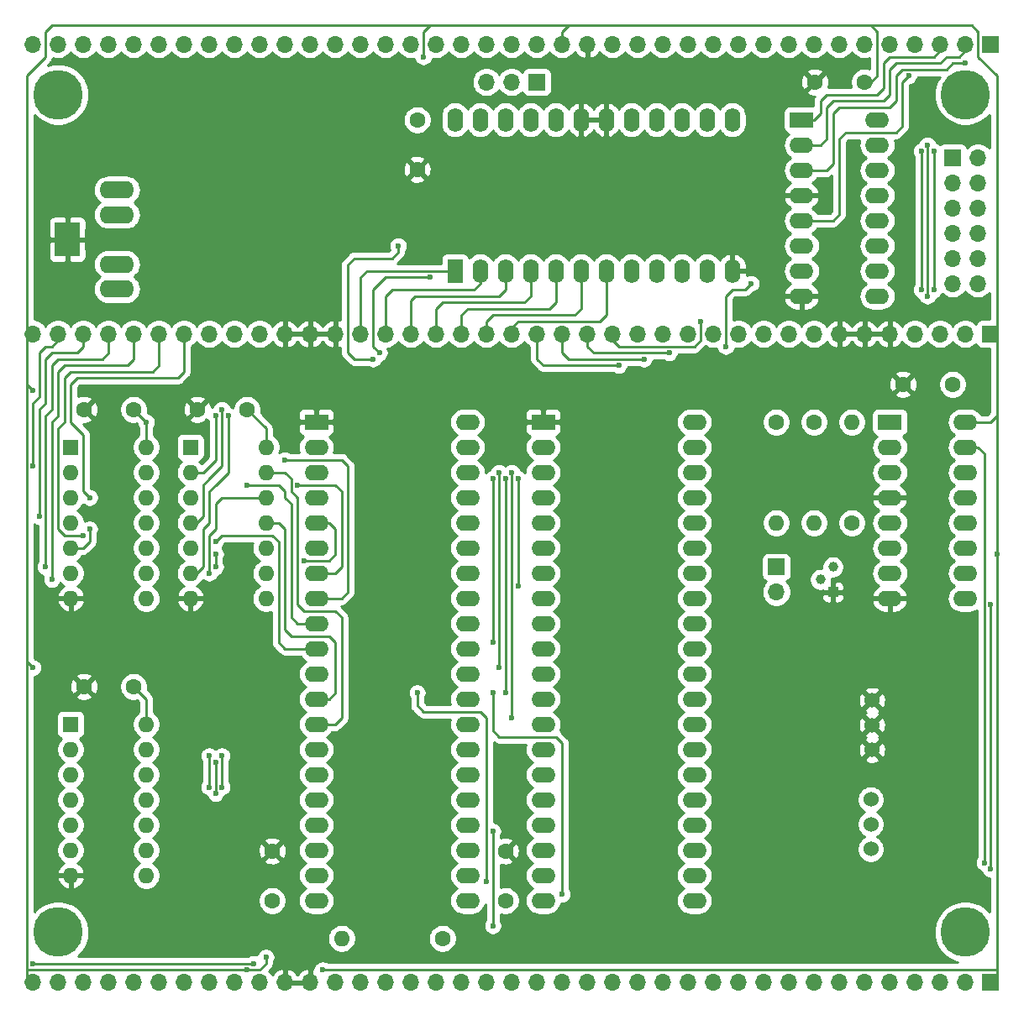
<source format=gbl>
G04 #@! TF.GenerationSoftware,KiCad,Pcbnew,(5.1.5)-3*
G04 #@! TF.CreationDate,2020-11-02T01:25:37+01:00*
G04 #@! TF.ProjectId,PP 6502 Game Board,50502036-3530-4322-9047-616d6520426f,rev?*
G04 #@! TF.SameCoordinates,Original*
G04 #@! TF.FileFunction,Copper,L2,Bot*
G04 #@! TF.FilePolarity,Positive*
%FSLAX46Y46*%
G04 Gerber Fmt 4.6, Leading zero omitted, Abs format (unit mm)*
G04 Created by KiCad (PCBNEW (5.1.5)-3) date 2020-11-02 01:25:37*
%MOMM*%
%LPD*%
G04 APERTURE LIST*
%ADD10C,5.000000*%
%ADD11C,1.600000*%
%ADD12R,2.400000X1.600000*%
%ADD13O,2.400000X1.600000*%
%ADD14R,1.700000X1.700000*%
%ADD15O,1.700000X1.700000*%
%ADD16O,1.600000X1.600000*%
%ADD17R,1.600000X1.600000*%
%ADD18R,1.600000X2.400000*%
%ADD19O,1.600000X2.400000*%
%ADD20C,1.000000*%
%ADD21R,1.000000X1.000000*%
%ADD22C,1.524000*%
%ADD23R,2.500000X3.500000*%
%ADD24O,3.500000X1.750000*%
%ADD25C,0.600000*%
%ADD26C,0.250000*%
%ADD27C,0.254000*%
G04 APERTURE END LIST*
D10*
X104140000Y-140335000D03*
X195580000Y-140335000D03*
X195580000Y-55880000D03*
X104140000Y-55880000D03*
D11*
X125730000Y-137160000D03*
X125730000Y-132160000D03*
X194310000Y-85090000D03*
X189310000Y-85090000D03*
D12*
X179070000Y-58420000D03*
D13*
X186690000Y-76200000D03*
X179070000Y-60960000D03*
X186690000Y-73660000D03*
X179070000Y-63500000D03*
X186690000Y-71120000D03*
X179070000Y-66040000D03*
X186690000Y-68580000D03*
X179070000Y-68580000D03*
X186690000Y-66040000D03*
X179070000Y-71120000D03*
X186690000Y-63500000D03*
X179070000Y-73660000D03*
X186690000Y-60960000D03*
X179070000Y-76200000D03*
X186690000Y-58420000D03*
D12*
X130175000Y-88900000D03*
D13*
X145415000Y-137160000D03*
X130175000Y-91440000D03*
X145415000Y-134620000D03*
X130175000Y-93980000D03*
X145415000Y-132080000D03*
X130175000Y-96520000D03*
X145415000Y-129540000D03*
X130175000Y-99060000D03*
X145415000Y-127000000D03*
X130175000Y-101600000D03*
X145415000Y-124460000D03*
X130175000Y-104140000D03*
X145415000Y-121920000D03*
X130175000Y-106680000D03*
X145415000Y-119380000D03*
X130175000Y-109220000D03*
X145415000Y-116840000D03*
X130175000Y-111760000D03*
X145415000Y-114300000D03*
X130175000Y-114300000D03*
X145415000Y-111760000D03*
X130175000Y-116840000D03*
X145415000Y-109220000D03*
X130175000Y-119380000D03*
X145415000Y-106680000D03*
X130175000Y-121920000D03*
X145415000Y-104140000D03*
X130175000Y-124460000D03*
X145415000Y-101600000D03*
X130175000Y-127000000D03*
X145415000Y-99060000D03*
X130175000Y-129540000D03*
X145415000Y-96520000D03*
X130175000Y-132080000D03*
X145415000Y-93980000D03*
X130175000Y-134620000D03*
X145415000Y-91440000D03*
X130175000Y-137160000D03*
X145415000Y-88900000D03*
D12*
X187960000Y-88900000D03*
D13*
X195580000Y-106680000D03*
X187960000Y-91440000D03*
X195580000Y-104140000D03*
X187960000Y-93980000D03*
X195580000Y-101600000D03*
X187960000Y-96520000D03*
X195580000Y-99060000D03*
X187960000Y-99060000D03*
X195580000Y-96520000D03*
X187960000Y-101600000D03*
X195580000Y-93980000D03*
X187960000Y-104140000D03*
X195580000Y-91440000D03*
X187960000Y-106680000D03*
X195580000Y-88900000D03*
D14*
X152400000Y-54610000D03*
D15*
X149860000Y-54610000D03*
X147320000Y-54610000D03*
D11*
X185420000Y-54610000D03*
X180420000Y-54610000D03*
X111760000Y-87630000D03*
X106760000Y-87630000D03*
X123190000Y-87630000D03*
X118190000Y-87630000D03*
D14*
X194310000Y-62230000D03*
D15*
X196850000Y-62230000D03*
X194310000Y-64770000D03*
X196850000Y-64770000D03*
X194310000Y-67310000D03*
X196850000Y-67310000D03*
X194310000Y-69850000D03*
X196850000Y-69850000D03*
X194310000Y-72390000D03*
X196850000Y-72390000D03*
X194310000Y-74930000D03*
X196850000Y-74930000D03*
D14*
X198120000Y-145415000D03*
D15*
X195580000Y-145415000D03*
X193040000Y-145415000D03*
X190500000Y-145415000D03*
X187960000Y-145415000D03*
X185420000Y-145415000D03*
X182880000Y-145415000D03*
X180340000Y-145415000D03*
X177800000Y-145415000D03*
X175260000Y-145415000D03*
X172720000Y-145415000D03*
X170180000Y-145415000D03*
X167640000Y-145415000D03*
X165100000Y-145415000D03*
X162560000Y-145415000D03*
X160020000Y-145415000D03*
X157480000Y-145415000D03*
X154940000Y-145415000D03*
X152400000Y-145415000D03*
X149860000Y-145415000D03*
X147320000Y-145415000D03*
X144780000Y-145415000D03*
X142240000Y-145415000D03*
X139700000Y-145415000D03*
X137160000Y-145415000D03*
X134620000Y-145415000D03*
X132080000Y-145415000D03*
X129540000Y-145415000D03*
X127000000Y-145415000D03*
X124460000Y-145415000D03*
X121920000Y-145415000D03*
X119380000Y-145415000D03*
X116840000Y-145415000D03*
X114300000Y-145415000D03*
X111760000Y-145415000D03*
X109220000Y-145415000D03*
X106680000Y-145415000D03*
X104140000Y-145415000D03*
X101600000Y-145415000D03*
D14*
X198120000Y-80010000D03*
D15*
X195580000Y-80010000D03*
X193040000Y-80010000D03*
X190500000Y-80010000D03*
X187960000Y-80010000D03*
X185420000Y-80010000D03*
X182880000Y-80010000D03*
X180340000Y-80010000D03*
X177800000Y-80010000D03*
X175260000Y-80010000D03*
X172720000Y-80010000D03*
X170180000Y-80010000D03*
X167640000Y-80010000D03*
X165100000Y-80010000D03*
X162560000Y-80010000D03*
X160020000Y-80010000D03*
X157480000Y-80010000D03*
X154940000Y-80010000D03*
X152400000Y-80010000D03*
X149860000Y-80010000D03*
X147320000Y-80010000D03*
X144780000Y-80010000D03*
X142240000Y-80010000D03*
X139700000Y-80010000D03*
X137160000Y-80010000D03*
X134620000Y-80010000D03*
X132080000Y-80010000D03*
X129540000Y-80010000D03*
X127000000Y-80010000D03*
X124460000Y-80010000D03*
X121920000Y-80010000D03*
X119380000Y-80010000D03*
X116840000Y-80010000D03*
X114300000Y-80010000D03*
X111760000Y-80010000D03*
X109220000Y-80010000D03*
X106680000Y-80010000D03*
X104140000Y-80010000D03*
X101600000Y-80010000D03*
D11*
X180340000Y-88900000D03*
D16*
X180340000Y-99060000D03*
D17*
X105410000Y-91440000D03*
D16*
X113030000Y-106680000D03*
X105410000Y-93980000D03*
X113030000Y-104140000D03*
X105410000Y-96520000D03*
X113030000Y-101600000D03*
X105410000Y-99060000D03*
X113030000Y-99060000D03*
X105410000Y-101600000D03*
X113030000Y-96520000D03*
X105410000Y-104140000D03*
X113030000Y-93980000D03*
X105410000Y-106680000D03*
X113030000Y-91440000D03*
D17*
X117475000Y-91440000D03*
D16*
X125095000Y-106680000D03*
X117475000Y-93980000D03*
X125095000Y-104140000D03*
X117475000Y-96520000D03*
X125095000Y-101600000D03*
X117475000Y-99060000D03*
X125095000Y-99060000D03*
X117475000Y-101600000D03*
X125095000Y-96520000D03*
X117475000Y-104140000D03*
X125095000Y-93980000D03*
X117475000Y-106680000D03*
X125095000Y-91440000D03*
D17*
X105410000Y-119380000D03*
D16*
X113030000Y-134620000D03*
X105410000Y-121920000D03*
X113030000Y-132080000D03*
X105410000Y-124460000D03*
X113030000Y-129540000D03*
X105410000Y-127000000D03*
X113030000Y-127000000D03*
X105410000Y-129540000D03*
X113030000Y-124460000D03*
X105410000Y-132080000D03*
X113030000Y-121920000D03*
X105410000Y-134620000D03*
X113030000Y-119380000D03*
D12*
X153035000Y-88900000D03*
D13*
X168275000Y-137160000D03*
X153035000Y-91440000D03*
X168275000Y-134620000D03*
X153035000Y-93980000D03*
X168275000Y-132080000D03*
X153035000Y-96520000D03*
X168275000Y-129540000D03*
X153035000Y-99060000D03*
X168275000Y-127000000D03*
X153035000Y-101600000D03*
X168275000Y-124460000D03*
X153035000Y-104140000D03*
X168275000Y-121920000D03*
X153035000Y-106680000D03*
X168275000Y-119380000D03*
X153035000Y-109220000D03*
X168275000Y-116840000D03*
X153035000Y-111760000D03*
X168275000Y-114300000D03*
X153035000Y-114300000D03*
X168275000Y-111760000D03*
X153035000Y-116840000D03*
X168275000Y-109220000D03*
X153035000Y-119380000D03*
X168275000Y-106680000D03*
X153035000Y-121920000D03*
X168275000Y-104140000D03*
X153035000Y-124460000D03*
X168275000Y-101600000D03*
X153035000Y-127000000D03*
X168275000Y-99060000D03*
X153035000Y-129540000D03*
X168275000Y-96520000D03*
X153035000Y-132080000D03*
X168275000Y-93980000D03*
X153035000Y-134620000D03*
X168275000Y-91440000D03*
X153035000Y-137160000D03*
X168275000Y-88900000D03*
D18*
X144145000Y-73660000D03*
D19*
X172085000Y-58420000D03*
X146685000Y-73660000D03*
X169545000Y-58420000D03*
X149225000Y-73660000D03*
X167005000Y-58420000D03*
X151765000Y-73660000D03*
X164465000Y-58420000D03*
X154305000Y-73660000D03*
X161925000Y-58420000D03*
X156845000Y-73660000D03*
X159385000Y-58420000D03*
X159385000Y-73660000D03*
X156845000Y-58420000D03*
X161925000Y-73660000D03*
X154305000Y-58420000D03*
X164465000Y-73660000D03*
X151765000Y-58420000D03*
X167005000Y-73660000D03*
X149225000Y-58420000D03*
X169545000Y-73660000D03*
X146685000Y-58420000D03*
X172085000Y-73660000D03*
X144145000Y-58420000D03*
D14*
X198120000Y-50800000D03*
D15*
X195580000Y-50800000D03*
X193040000Y-50800000D03*
X190500000Y-50800000D03*
X187960000Y-50800000D03*
X185420000Y-50800000D03*
X182880000Y-50800000D03*
X180340000Y-50800000D03*
X177800000Y-50800000D03*
X175260000Y-50800000D03*
X172720000Y-50800000D03*
X170180000Y-50800000D03*
X167640000Y-50800000D03*
X165100000Y-50800000D03*
X162560000Y-50800000D03*
X160020000Y-50800000D03*
X157480000Y-50800000D03*
X154940000Y-50800000D03*
X152400000Y-50800000D03*
X149860000Y-50800000D03*
X147320000Y-50800000D03*
X144780000Y-50800000D03*
X142240000Y-50800000D03*
X139700000Y-50800000D03*
X137160000Y-50800000D03*
X134620000Y-50800000D03*
X132080000Y-50800000D03*
X129540000Y-50800000D03*
X127000000Y-50800000D03*
X124460000Y-50800000D03*
X121920000Y-50800000D03*
X119380000Y-50800000D03*
X116840000Y-50800000D03*
X114300000Y-50800000D03*
X111760000Y-50800000D03*
X109220000Y-50800000D03*
X106680000Y-50800000D03*
X104140000Y-50800000D03*
X101600000Y-50800000D03*
D11*
X111760000Y-115570000D03*
X106760000Y-115570000D03*
X149225000Y-137160000D03*
X149225000Y-132160000D03*
D20*
X180975000Y-104775000D03*
X182245000Y-103505000D03*
D21*
X182245000Y-106045000D03*
D11*
X184150000Y-99060000D03*
D16*
X184150000Y-88900000D03*
D11*
X176530000Y-88900000D03*
D16*
X176530000Y-99060000D03*
D22*
X186182000Y-121960000D03*
X186055000Y-126960000D03*
X186182000Y-119460000D03*
X186055000Y-129460000D03*
X186055000Y-131960000D03*
X186182000Y-116960000D03*
D23*
X105084000Y-70485000D03*
D24*
X110090000Y-65485000D03*
X110090000Y-75485000D03*
X110090000Y-67985000D03*
X110090000Y-72985000D03*
D14*
X176530000Y-103505000D03*
D15*
X176530000Y-106045000D03*
D11*
X142875000Y-140970000D03*
D16*
X132715000Y-140970000D03*
D11*
X140335000Y-58420000D03*
X140335000Y-63420000D03*
D25*
X140970000Y-52070000D03*
X125095000Y-142875000D03*
X123190000Y-144145000D03*
X101600000Y-113665000D03*
X113030000Y-88900000D03*
X101600000Y-85725000D03*
X130810000Y-144145000D03*
X198755000Y-102235000D03*
X173990000Y-74930000D03*
X171450000Y-81280000D03*
X147320000Y-135255000D03*
X138430000Y-71120000D03*
X140335000Y-116205000D03*
X135890000Y-82550000D03*
X107315000Y-99695000D03*
X128905000Y-102870000D03*
X128270000Y-95250000D03*
X127000000Y-92710000D03*
X123190000Y-95250000D03*
X120015000Y-100965000D03*
X198120000Y-133985000D03*
X198120000Y-107315000D03*
X147955000Y-111125000D03*
X147955000Y-94615000D03*
X148590000Y-113665000D03*
X148590000Y-93980000D03*
X149225000Y-116205000D03*
X149225000Y-94615000D03*
X149860000Y-118745000D03*
X149860000Y-93980000D03*
X195580000Y-52705000D03*
X189865000Y-53975000D03*
X191135000Y-75565000D03*
X191135000Y-61595000D03*
X191770000Y-76200000D03*
X191770000Y-60960000D03*
X192405000Y-75565000D03*
X192405000Y-61595000D03*
X119380000Y-122555000D03*
X119380000Y-125730000D03*
X119380000Y-104140000D03*
X120015000Y-103505000D03*
X120015000Y-102235000D03*
X120015000Y-126365000D03*
X120015000Y-123190000D03*
X120650000Y-125730000D03*
X120650000Y-122555000D03*
X121285000Y-88265000D03*
X120650000Y-87630000D03*
X120015000Y-88265000D03*
X107315000Y-96520000D03*
X106680000Y-100330000D03*
X103505000Y-104775000D03*
X102870000Y-103505000D03*
X102235000Y-98425000D03*
X101600000Y-93345000D03*
X123825000Y-143510000D03*
X101600000Y-143510000D03*
X147955000Y-130175000D03*
X197485000Y-133350000D03*
X168910000Y-78740000D03*
X165735000Y-81915000D03*
X163195000Y-82550000D03*
X160655000Y-83185000D03*
X150495000Y-105410000D03*
X150495000Y-94615000D03*
X147955000Y-139700014D03*
X154940000Y-136525000D03*
X147955000Y-116205000D03*
X136525000Y-81915000D03*
X141605000Y-74295000D03*
D26*
X140970000Y-49530000D02*
X141605000Y-48895000D01*
X140970000Y-52070000D02*
X140970000Y-49530000D01*
X186055000Y-48895000D02*
X186690000Y-49530000D01*
X186690000Y-53975000D02*
X186055000Y-54610000D01*
X186690000Y-49530000D02*
X186690000Y-53975000D01*
X186055000Y-54610000D02*
X185420000Y-54610000D01*
X123190000Y-144145000D02*
X124460000Y-144145000D01*
X125095000Y-143510000D02*
X125095000Y-142875000D01*
X124460000Y-144145000D02*
X125095000Y-143510000D01*
X101600000Y-113665000D02*
X100965000Y-113030000D01*
X125095000Y-91440000D02*
X125095000Y-89535000D01*
X125095000Y-89535000D02*
X123190000Y-87630000D01*
X113030000Y-91440000D02*
X113030000Y-88900000D01*
X113030000Y-88900000D02*
X111760000Y-87630000D01*
X100965000Y-85090000D02*
X101600000Y-85725000D01*
X113030000Y-119380000D02*
X113030000Y-116840000D01*
X113030000Y-116840000D02*
X111760000Y-115570000D01*
X102235000Y-144145000D02*
X100965000Y-144145000D01*
X102235000Y-144145000D02*
X123190000Y-144145000D01*
X198755000Y-144145000D02*
X130810000Y-144145000D01*
X101600000Y-80010000D02*
X100965000Y-80645000D01*
X100965000Y-80645000D02*
X100965000Y-85090000D01*
X100965000Y-85090000D02*
X100965000Y-113030000D01*
X100965000Y-113030000D02*
X100965000Y-144145000D01*
X100965000Y-144780000D02*
X101600000Y-145415000D01*
X100965000Y-144145000D02*
X100965000Y-144780000D01*
X102870000Y-52070000D02*
X100965000Y-53975000D01*
X100965000Y-53975000D02*
X100965000Y-79375000D01*
X100965000Y-79375000D02*
X101600000Y-80010000D01*
X141605000Y-48895000D02*
X103505000Y-48895000D01*
X102870000Y-49530000D02*
X102870000Y-52070000D01*
X103505000Y-48895000D02*
X102870000Y-49530000D01*
X144145000Y-48895000D02*
X141605000Y-48895000D01*
X155575000Y-48895000D02*
X144145000Y-48895000D01*
X195580000Y-88900000D02*
X198120000Y-88900000D01*
X198120000Y-88900000D02*
X198755000Y-88265000D01*
X198120000Y-80010000D02*
X198755000Y-80645000D01*
X198755000Y-80645000D02*
X198755000Y-88265000D01*
X198755000Y-88265000D02*
X198755000Y-102235000D01*
X198755000Y-102235000D02*
X198755000Y-144145000D01*
X198755000Y-144145000D02*
X198755000Y-144780000D01*
X198755000Y-144780000D02*
X198120000Y-145415000D01*
X196215000Y-48895000D02*
X196850000Y-49530000D01*
X183515000Y-48895000D02*
X186055000Y-48895000D01*
X186055000Y-48895000D02*
X196215000Y-48895000D01*
X196850000Y-52070000D02*
X198755000Y-53975000D01*
X196850000Y-49530000D02*
X196850000Y-52070000D01*
X198755000Y-79375000D02*
X198755000Y-53975000D01*
X198755000Y-79375000D02*
X198120000Y-80010000D01*
X154940000Y-50800000D02*
X154940000Y-49530000D01*
X155575000Y-48895000D02*
X183515000Y-48895000D01*
X154940000Y-49530000D02*
X155575000Y-48895000D01*
X173355000Y-75565000D02*
X173990000Y-74930000D01*
X172085000Y-75565000D02*
X173355000Y-75565000D01*
X171450000Y-76200000D02*
X172085000Y-75565000D01*
X171450000Y-81280000D02*
X171450000Y-76200000D01*
X140335000Y-117475000D02*
X140335000Y-116205000D01*
X146685000Y-118110000D02*
X140970000Y-118110000D01*
X147320000Y-135255000D02*
X147320000Y-118745000D01*
X140970000Y-118110000D02*
X140335000Y-117475000D01*
X147320000Y-118745000D02*
X146685000Y-118110000D01*
X138430000Y-71755000D02*
X138430000Y-71120000D01*
X137795000Y-72390000D02*
X138430000Y-71755000D01*
X133350000Y-73025000D02*
X133985000Y-72390000D01*
X133350000Y-81915000D02*
X133350000Y-73025000D01*
X133985000Y-72390000D02*
X137795000Y-72390000D01*
X133985000Y-82550000D02*
X133350000Y-81915000D01*
X133985000Y-82550000D02*
X135890000Y-82550000D01*
X106680000Y-101600000D02*
X105410000Y-101600000D01*
X107315000Y-100965000D02*
X106680000Y-101600000D01*
X107315000Y-99695000D02*
X107315000Y-100965000D01*
X130175000Y-99060000D02*
X131445000Y-99060000D01*
X131445000Y-102870000D02*
X128905000Y-102870000D01*
X132080000Y-102235000D02*
X131445000Y-102870000D01*
X132080000Y-99695000D02*
X132080000Y-102235000D01*
X131445000Y-99060000D02*
X132080000Y-99695000D01*
X132080000Y-104140000D02*
X132715000Y-103505000D01*
X132715000Y-95885000D02*
X132080000Y-95250000D01*
X132715000Y-103505000D02*
X132715000Y-95885000D01*
X128270000Y-95250000D02*
X132080000Y-95250000D01*
X132080000Y-104140000D02*
X130175000Y-104140000D01*
X132715000Y-92710000D02*
X133350000Y-93345000D01*
X133350000Y-106045000D02*
X132715000Y-106680000D01*
X133350000Y-93345000D02*
X133350000Y-106045000D01*
X132715000Y-92710000D02*
X127000000Y-92710000D01*
X132715000Y-106680000D02*
X130175000Y-106680000D01*
X128270000Y-109220000D02*
X130175000Y-109220000D01*
X127635000Y-108585000D02*
X128270000Y-109220000D01*
X127635000Y-97155000D02*
X127635000Y-108585000D01*
X127000000Y-96520000D02*
X127635000Y-97155000D01*
X127000000Y-95885000D02*
X127000000Y-96520000D01*
X126365000Y-95250000D02*
X127000000Y-95885000D01*
X123190000Y-95250000D02*
X126365000Y-95250000D01*
X123825000Y-100330000D02*
X120650000Y-100330000D01*
X120650000Y-100330000D02*
X120015000Y-100965000D01*
X127000000Y-111760000D02*
X130175000Y-111760000D01*
X126365000Y-111125000D02*
X127000000Y-111760000D01*
X126365000Y-100965000D02*
X126365000Y-111125000D01*
X125730000Y-100330000D02*
X126365000Y-100965000D01*
X123825000Y-100330000D02*
X125730000Y-100330000D01*
X131445000Y-116840000D02*
X132080000Y-116205000D01*
X132080000Y-111125000D02*
X131445000Y-110490000D01*
X132080000Y-116205000D02*
X132080000Y-111125000D01*
X125095000Y-99060000D02*
X126365000Y-99060000D01*
X127635000Y-110490000D02*
X131445000Y-110490000D01*
X127000000Y-109855000D02*
X127635000Y-110490000D01*
X127000000Y-99695000D02*
X127000000Y-109855000D01*
X126365000Y-99060000D02*
X127000000Y-99695000D01*
X131445000Y-116840000D02*
X130175000Y-116840000D01*
X132080000Y-107950000D02*
X132715000Y-108585000D01*
X132715000Y-118745000D02*
X132080000Y-119380000D01*
X132715000Y-108585000D02*
X132715000Y-118745000D01*
X125095000Y-93980000D02*
X127000000Y-93980000D01*
X128905000Y-107950000D02*
X132080000Y-107950000D01*
X128270000Y-107315000D02*
X128905000Y-107950000D01*
X128270000Y-96520000D02*
X128270000Y-107315000D01*
X127635000Y-95885000D02*
X128270000Y-96520000D01*
X127635000Y-94615000D02*
X127635000Y-95885000D01*
X127000000Y-93980000D02*
X127635000Y-94615000D01*
X132080000Y-119380000D02*
X130175000Y-119380000D01*
X198120000Y-107315000D02*
X198120000Y-133985000D01*
X147955000Y-94615000D02*
X147955000Y-111125000D01*
X148590000Y-113665000D02*
X148590000Y-93980000D01*
X149225000Y-94615000D02*
X149225000Y-116205000D01*
X149860000Y-93980000D02*
X149860000Y-118745000D01*
X189230000Y-52070000D02*
X187960000Y-52070000D01*
X192405000Y-52070000D02*
X189230000Y-52070000D01*
X193040000Y-51435000D02*
X192405000Y-52070000D01*
X180340000Y-58420000D02*
X179070000Y-58420000D01*
X180975000Y-57785000D02*
X180340000Y-58420000D01*
X180975000Y-56515000D02*
X180975000Y-57785000D01*
X181610000Y-55880000D02*
X180975000Y-56515000D01*
X186690000Y-55880000D02*
X181610000Y-55880000D01*
X187325000Y-55245000D02*
X186690000Y-55880000D01*
X187325000Y-52705000D02*
X187325000Y-55245000D01*
X187960000Y-52070000D02*
X187325000Y-52705000D01*
X193040000Y-50800000D02*
X193040000Y-51435000D01*
X179070000Y-60960000D02*
X180975000Y-60960000D01*
X193040000Y-52705000D02*
X189865000Y-52705000D01*
X193675000Y-52070000D02*
X193040000Y-52705000D01*
X194945000Y-52070000D02*
X193675000Y-52070000D01*
X194945000Y-52070000D02*
X195580000Y-51435000D01*
X188595000Y-52705000D02*
X189865000Y-52705000D01*
X187960000Y-53340000D02*
X188595000Y-52705000D01*
X187960000Y-55880000D02*
X187960000Y-53340000D01*
X187325000Y-56515000D02*
X187960000Y-55880000D01*
X182245000Y-56515000D02*
X187325000Y-56515000D01*
X181610000Y-57150000D02*
X182245000Y-56515000D01*
X181610000Y-60325000D02*
X181610000Y-57150000D01*
X180975000Y-60960000D02*
X181610000Y-60325000D01*
X195580000Y-50800000D02*
X195580000Y-51435000D01*
X189230000Y-53340000D02*
X188595000Y-53975000D01*
X188595000Y-53975000D02*
X188595000Y-56515000D01*
X188595000Y-56515000D02*
X187960000Y-57150000D01*
X187960000Y-57150000D02*
X182880000Y-57150000D01*
X182880000Y-57150000D02*
X182245000Y-57785000D01*
X182245000Y-57785000D02*
X182245000Y-62865000D01*
X182245000Y-62865000D02*
X181610000Y-63500000D01*
X179070000Y-63500000D02*
X181610000Y-63500000D01*
X195580000Y-52705000D02*
X194310000Y-52705000D01*
X194310000Y-52705000D02*
X193675000Y-53340000D01*
X193675000Y-53340000D02*
X190500000Y-53340000D01*
X190500000Y-53340000D02*
X189230000Y-53340000D01*
X189230000Y-57150000D02*
X189230000Y-59055000D01*
X188595000Y-59690000D02*
X187960000Y-59690000D01*
X189230000Y-59055000D02*
X188595000Y-59690000D01*
X189230000Y-54610000D02*
X189230000Y-57150000D01*
X189865000Y-53975000D02*
X189230000Y-54610000D01*
X179070000Y-68580000D02*
X182245000Y-68580000D01*
X183515000Y-59690000D02*
X187960000Y-59690000D01*
X182880000Y-60325000D02*
X183515000Y-59690000D01*
X182880000Y-67945000D02*
X182880000Y-60325000D01*
X182245000Y-68580000D02*
X182880000Y-67945000D01*
X191135000Y-61595000D02*
X191135000Y-75565000D01*
X191770000Y-60960000D02*
X191770000Y-76200000D01*
X192405000Y-61595000D02*
X192405000Y-75565000D01*
X119380000Y-122555000D02*
X119380000Y-125730000D01*
X125095000Y-96520000D02*
X120650000Y-96520000D01*
X119380000Y-100330000D02*
X119380000Y-104140000D01*
X120015000Y-99695000D02*
X119380000Y-100330000D01*
X120015000Y-97155000D02*
X120015000Y-99695000D01*
X120650000Y-96520000D02*
X120015000Y-97155000D01*
X120015000Y-123825000D02*
X120015000Y-123190000D01*
X120015000Y-102870000D02*
X120015000Y-103505000D01*
X120015000Y-102235000D02*
X120015000Y-102870000D01*
X120015000Y-126365000D02*
X120015000Y-123825000D01*
X120650000Y-122555000D02*
X120650000Y-125730000D01*
X120015000Y-95250000D02*
X121285000Y-93980000D01*
X119380000Y-99060000D02*
X118745000Y-99695000D01*
X118745000Y-103505000D02*
X118110000Y-104140000D01*
X118745000Y-99695000D02*
X118745000Y-103505000D01*
X118110000Y-104140000D02*
X117475000Y-104140000D01*
X119380000Y-95885000D02*
X119380000Y-99060000D01*
X120015000Y-95250000D02*
X119380000Y-95885000D01*
X121285000Y-88265000D02*
X121285000Y-93980000D01*
X119380000Y-94615000D02*
X120650000Y-93345000D01*
X118745000Y-98425000D02*
X118110000Y-99060000D01*
X118745000Y-95250000D02*
X118745000Y-98425000D01*
X119380000Y-94615000D02*
X118745000Y-95250000D01*
X118110000Y-99060000D02*
X117475000Y-99060000D01*
X120650000Y-87630000D02*
X120650000Y-93345000D01*
X117475000Y-93980000D02*
X118745000Y-93980000D01*
X118745000Y-93980000D02*
X120015000Y-92710000D01*
X120015000Y-88265000D02*
X120015000Y-92710000D01*
X116840000Y-83820000D02*
X116840000Y-80010000D01*
X116205000Y-84455000D02*
X116840000Y-83820000D01*
X106045000Y-84455000D02*
X116205000Y-84455000D01*
X105410000Y-85090000D02*
X106045000Y-84455000D01*
X105410000Y-88900000D02*
X105410000Y-85090000D01*
X106680000Y-90170000D02*
X105410000Y-88900000D01*
X106680000Y-95885000D02*
X106680000Y-90170000D01*
X107315000Y-96520000D02*
X106680000Y-95885000D01*
X114300000Y-80010000D02*
X114300000Y-83185000D01*
X104775000Y-100330000D02*
X106680000Y-100330000D01*
X104140000Y-99695000D02*
X104775000Y-100330000D01*
X104140000Y-89535000D02*
X104140000Y-99695000D01*
X104775000Y-88900000D02*
X104140000Y-89535000D01*
X104775000Y-84455000D02*
X104775000Y-88900000D01*
X105410000Y-83820000D02*
X104775000Y-84455000D01*
X113665000Y-83820000D02*
X105410000Y-83820000D01*
X114300000Y-83185000D02*
X113665000Y-83820000D01*
X111760000Y-80010000D02*
X111760000Y-82550000D01*
X103505000Y-88900000D02*
X103505000Y-104775000D01*
X104140000Y-88265000D02*
X103505000Y-88900000D01*
X104140000Y-83820000D02*
X104140000Y-88265000D01*
X104775000Y-83185000D02*
X104140000Y-83820000D01*
X111125000Y-83185000D02*
X104775000Y-83185000D01*
X111760000Y-82550000D02*
X111125000Y-83185000D01*
X104775000Y-82550000D02*
X104140000Y-82550000D01*
X102870000Y-88265000D02*
X102870000Y-103505000D01*
X103505000Y-87630000D02*
X102870000Y-88265000D01*
X103505000Y-83185000D02*
X103505000Y-87630000D01*
X104140000Y-82550000D02*
X103505000Y-83185000D01*
X109220000Y-80010000D02*
X109220000Y-81915000D01*
X108585000Y-82550000D02*
X104775000Y-82550000D01*
X109220000Y-81915000D02*
X108585000Y-82550000D01*
X103505000Y-81915000D02*
X104140000Y-81915000D01*
X102870000Y-82550000D02*
X103505000Y-81915000D01*
X102870000Y-86995000D02*
X102870000Y-82550000D01*
X102235000Y-87630000D02*
X102870000Y-86995000D01*
X102235000Y-98425000D02*
X102235000Y-87630000D01*
X106680000Y-80010000D02*
X106680000Y-81280000D01*
X106045000Y-81915000D02*
X104140000Y-81915000D01*
X106680000Y-81280000D02*
X106045000Y-81915000D01*
X103505000Y-81280000D02*
X102870000Y-81280000D01*
X101600000Y-86995000D02*
X101600000Y-93345000D01*
X102235000Y-86360000D02*
X101600000Y-86995000D01*
X102235000Y-81915000D02*
X102235000Y-86360000D01*
X102870000Y-81280000D02*
X102235000Y-81915000D01*
X104140000Y-80010000D02*
X104140000Y-80645000D01*
X104140000Y-80645000D02*
X103505000Y-81280000D01*
X101600000Y-143510000D02*
X123825000Y-143510000D01*
X196850000Y-91440000D02*
X195580000Y-91440000D01*
X197485000Y-92075000D02*
X196850000Y-91440000D01*
X197485000Y-133350000D02*
X197485000Y-92075000D01*
X160020000Y-80010000D02*
X160020000Y-80645000D01*
X160020000Y-80645000D02*
X160655000Y-81280000D01*
X160655000Y-81280000D02*
X168275000Y-81280000D01*
X168275000Y-81280000D02*
X168910000Y-80645000D01*
X168910000Y-80645000D02*
X168910000Y-78740000D01*
X157480000Y-80010000D02*
X157480000Y-81280000D01*
X158115000Y-81915000D02*
X165735000Y-81915000D01*
X157480000Y-81280000D02*
X158115000Y-81915000D01*
X154940000Y-80010000D02*
X154940000Y-81915000D01*
X155575000Y-82550000D02*
X163195000Y-82550000D01*
X154940000Y-81915000D02*
X155575000Y-82550000D01*
X152400000Y-80010000D02*
X152400000Y-82550000D01*
X153035000Y-83185000D02*
X160655000Y-83185000D01*
X152400000Y-82550000D02*
X153035000Y-83185000D01*
X149860000Y-80010000D02*
X149860000Y-79375000D01*
X149860000Y-79375000D02*
X150495000Y-78740000D01*
X150495000Y-78740000D02*
X158750000Y-78740000D01*
X158750000Y-78740000D02*
X159385000Y-78105000D01*
X159385000Y-78105000D02*
X159385000Y-73660000D01*
X147320000Y-80010000D02*
X147320000Y-78740000D01*
X156845000Y-77470000D02*
X156845000Y-73660000D01*
X156210000Y-78105000D02*
X156845000Y-77470000D01*
X147955000Y-78105000D02*
X156210000Y-78105000D01*
X147320000Y-78740000D02*
X147955000Y-78105000D01*
X144780000Y-80010000D02*
X144780000Y-78105000D01*
X154305000Y-76835000D02*
X154305000Y-73660000D01*
X153670000Y-77470000D02*
X154305000Y-76835000D01*
X145415000Y-77470000D02*
X153670000Y-77470000D01*
X144780000Y-78105000D02*
X145415000Y-77470000D01*
X142240000Y-80010000D02*
X142240000Y-77470000D01*
X151765000Y-76200000D02*
X151765000Y-73660000D01*
X151130000Y-76835000D02*
X151765000Y-76200000D01*
X142875000Y-76835000D02*
X151130000Y-76835000D01*
X142240000Y-77470000D02*
X142875000Y-76835000D01*
X139700000Y-80010000D02*
X139700000Y-76650002D01*
X149225000Y-75565000D02*
X149225000Y-73660000D01*
X148590000Y-76200000D02*
X149225000Y-75565000D01*
X140150002Y-76200000D02*
X148590000Y-76200000D01*
X139700000Y-76650002D02*
X140150002Y-76200000D01*
X137160000Y-80010000D02*
X137160000Y-76200000D01*
X146685000Y-74930000D02*
X146685000Y-73660000D01*
X146050000Y-75565000D02*
X146685000Y-74930000D01*
X137795000Y-75565000D02*
X146050000Y-75565000D01*
X137160000Y-76200000D02*
X137795000Y-75565000D01*
X134620000Y-75565000D02*
X134620000Y-80010000D01*
X144145000Y-73660000D02*
X135255000Y-73660000D01*
X134620000Y-74295000D02*
X134620000Y-75565000D01*
X135255000Y-73660000D02*
X134620000Y-74295000D01*
X150495000Y-94615000D02*
X150495000Y-105410000D01*
X147955000Y-130175000D02*
X147955000Y-139700014D01*
X147955000Y-116629264D02*
X147955000Y-116205000D01*
X154940000Y-121285000D02*
X154305000Y-120650000D01*
X154940000Y-136525000D02*
X154940000Y-121285000D01*
X154305000Y-120650000D02*
X148590000Y-120650000D01*
X148590000Y-120650000D02*
X147955000Y-120015000D01*
X147955000Y-120015000D02*
X147955000Y-116629264D01*
X135890000Y-75565000D02*
X137160000Y-74295000D01*
X141180736Y-74295000D02*
X141605000Y-74295000D01*
X137160000Y-74295000D02*
X141180736Y-74295000D01*
X136525000Y-81915000D02*
X135890000Y-81280000D01*
X135890000Y-81280000D02*
X135890000Y-75565000D01*
D27*
G36*
X157607000Y-50673000D02*
G01*
X157627000Y-50673000D01*
X157627000Y-50927000D01*
X157607000Y-50927000D01*
X157607000Y-52120155D01*
X157836890Y-52241476D01*
X157984099Y-52196825D01*
X158246920Y-52071641D01*
X158480269Y-51897588D01*
X158675178Y-51681355D01*
X158744805Y-51564466D01*
X158866525Y-51746632D01*
X159073368Y-51953475D01*
X159316589Y-52115990D01*
X159586842Y-52227932D01*
X159873740Y-52285000D01*
X160166260Y-52285000D01*
X160453158Y-52227932D01*
X160723411Y-52115990D01*
X160966632Y-51953475D01*
X161173475Y-51746632D01*
X161290000Y-51572240D01*
X161406525Y-51746632D01*
X161613368Y-51953475D01*
X161856589Y-52115990D01*
X162126842Y-52227932D01*
X162413740Y-52285000D01*
X162706260Y-52285000D01*
X162993158Y-52227932D01*
X163263411Y-52115990D01*
X163506632Y-51953475D01*
X163713475Y-51746632D01*
X163830000Y-51572240D01*
X163946525Y-51746632D01*
X164153368Y-51953475D01*
X164396589Y-52115990D01*
X164666842Y-52227932D01*
X164953740Y-52285000D01*
X165246260Y-52285000D01*
X165533158Y-52227932D01*
X165803411Y-52115990D01*
X166046632Y-51953475D01*
X166253475Y-51746632D01*
X166370000Y-51572240D01*
X166486525Y-51746632D01*
X166693368Y-51953475D01*
X166936589Y-52115990D01*
X167206842Y-52227932D01*
X167493740Y-52285000D01*
X167786260Y-52285000D01*
X168073158Y-52227932D01*
X168343411Y-52115990D01*
X168586632Y-51953475D01*
X168793475Y-51746632D01*
X168910000Y-51572240D01*
X169026525Y-51746632D01*
X169233368Y-51953475D01*
X169476589Y-52115990D01*
X169746842Y-52227932D01*
X170033740Y-52285000D01*
X170326260Y-52285000D01*
X170613158Y-52227932D01*
X170883411Y-52115990D01*
X171126632Y-51953475D01*
X171333475Y-51746632D01*
X171450000Y-51572240D01*
X171566525Y-51746632D01*
X171773368Y-51953475D01*
X172016589Y-52115990D01*
X172286842Y-52227932D01*
X172573740Y-52285000D01*
X172866260Y-52285000D01*
X173153158Y-52227932D01*
X173423411Y-52115990D01*
X173666632Y-51953475D01*
X173873475Y-51746632D01*
X173990000Y-51572240D01*
X174106525Y-51746632D01*
X174313368Y-51953475D01*
X174556589Y-52115990D01*
X174826842Y-52227932D01*
X175113740Y-52285000D01*
X175406260Y-52285000D01*
X175693158Y-52227932D01*
X175963411Y-52115990D01*
X176206632Y-51953475D01*
X176413475Y-51746632D01*
X176530000Y-51572240D01*
X176646525Y-51746632D01*
X176853368Y-51953475D01*
X177096589Y-52115990D01*
X177366842Y-52227932D01*
X177653740Y-52285000D01*
X177946260Y-52285000D01*
X178233158Y-52227932D01*
X178503411Y-52115990D01*
X178746632Y-51953475D01*
X178953475Y-51746632D01*
X179070000Y-51572240D01*
X179186525Y-51746632D01*
X179393368Y-51953475D01*
X179636589Y-52115990D01*
X179906842Y-52227932D01*
X180193740Y-52285000D01*
X180486260Y-52285000D01*
X180773158Y-52227932D01*
X181043411Y-52115990D01*
X181286632Y-51953475D01*
X181493475Y-51746632D01*
X181610000Y-51572240D01*
X181726525Y-51746632D01*
X181933368Y-51953475D01*
X182176589Y-52115990D01*
X182446842Y-52227932D01*
X182733740Y-52285000D01*
X183026260Y-52285000D01*
X183313158Y-52227932D01*
X183583411Y-52115990D01*
X183826632Y-51953475D01*
X184033475Y-51746632D01*
X184150000Y-51572240D01*
X184266525Y-51746632D01*
X184473368Y-51953475D01*
X184716589Y-52115990D01*
X184986842Y-52227932D01*
X185273740Y-52285000D01*
X185566260Y-52285000D01*
X185853158Y-52227932D01*
X185930001Y-52196103D01*
X185930001Y-53268017D01*
X185838574Y-53230147D01*
X185561335Y-53175000D01*
X185278665Y-53175000D01*
X185001426Y-53230147D01*
X184740273Y-53338320D01*
X184505241Y-53495363D01*
X184305363Y-53695241D01*
X184148320Y-53930273D01*
X184040147Y-54191426D01*
X183985000Y-54468665D01*
X183985000Y-54751335D01*
X184040147Y-55028574D01*
X184078017Y-55120000D01*
X181766217Y-55120000D01*
X181777571Y-55096004D01*
X181846300Y-54821816D01*
X181860217Y-54539488D01*
X181818787Y-54259870D01*
X181723603Y-53993708D01*
X181656671Y-53868486D01*
X181412702Y-53796903D01*
X180599605Y-54610000D01*
X180613748Y-54624143D01*
X180434143Y-54803748D01*
X180420000Y-54789605D01*
X179606903Y-55602702D01*
X179678486Y-55846671D01*
X179933996Y-55967571D01*
X180208184Y-56036300D01*
X180377828Y-56044662D01*
X180340026Y-56090724D01*
X180269455Y-56222753D01*
X180269454Y-56222754D01*
X180225997Y-56366015D01*
X180215000Y-56477668D01*
X180215000Y-56477678D01*
X180211324Y-56515000D01*
X180215000Y-56552323D01*
X180215000Y-56981928D01*
X177870000Y-56981928D01*
X177745518Y-56994188D01*
X177625820Y-57030498D01*
X177515506Y-57089463D01*
X177418815Y-57168815D01*
X177339463Y-57265506D01*
X177280498Y-57375820D01*
X177244188Y-57495518D01*
X177231928Y-57620000D01*
X177231928Y-59220000D01*
X177244188Y-59344482D01*
X177280498Y-59464180D01*
X177339463Y-59574494D01*
X177418815Y-59671185D01*
X177515506Y-59750537D01*
X177625820Y-59809502D01*
X177745518Y-59845812D01*
X177763482Y-59847581D01*
X177650392Y-59940392D01*
X177471068Y-60158899D01*
X177337818Y-60408192D01*
X177255764Y-60678691D01*
X177228057Y-60960000D01*
X177255764Y-61241309D01*
X177337818Y-61511808D01*
X177471068Y-61761101D01*
X177650392Y-61979608D01*
X177868899Y-62158932D01*
X178001858Y-62230000D01*
X177868899Y-62301068D01*
X177650392Y-62480392D01*
X177471068Y-62698899D01*
X177337818Y-62948192D01*
X177255764Y-63218691D01*
X177228057Y-63500000D01*
X177255764Y-63781309D01*
X177337818Y-64051808D01*
X177471068Y-64301101D01*
X177650392Y-64519608D01*
X177868899Y-64698932D01*
X177996741Y-64767265D01*
X177767161Y-64917399D01*
X177565500Y-65115105D01*
X177406285Y-65348354D01*
X177295633Y-65608182D01*
X177278096Y-65690961D01*
X177400085Y-65913000D01*
X178943000Y-65913000D01*
X178943000Y-65893000D01*
X179197000Y-65893000D01*
X179197000Y-65913000D01*
X180739915Y-65913000D01*
X180861904Y-65690961D01*
X180844367Y-65608182D01*
X180733715Y-65348354D01*
X180574500Y-65115105D01*
X180372839Y-64917399D01*
X180143259Y-64767265D01*
X180271101Y-64698932D01*
X180489608Y-64519608D01*
X180668932Y-64301101D01*
X180690901Y-64260000D01*
X181572678Y-64260000D01*
X181610000Y-64263676D01*
X181647322Y-64260000D01*
X181647333Y-64260000D01*
X181758986Y-64249003D01*
X181902247Y-64205546D01*
X182034276Y-64134974D01*
X182120001Y-64064622D01*
X182120000Y-67630198D01*
X181930199Y-67820000D01*
X180690901Y-67820000D01*
X180668932Y-67778899D01*
X180489608Y-67560392D01*
X180271101Y-67381068D01*
X180143259Y-67312735D01*
X180372839Y-67162601D01*
X180574500Y-66964895D01*
X180733715Y-66731646D01*
X180844367Y-66471818D01*
X180861904Y-66389039D01*
X180739915Y-66167000D01*
X179197000Y-66167000D01*
X179197000Y-66187000D01*
X178943000Y-66187000D01*
X178943000Y-66167000D01*
X177400085Y-66167000D01*
X177278096Y-66389039D01*
X177295633Y-66471818D01*
X177406285Y-66731646D01*
X177565500Y-66964895D01*
X177767161Y-67162601D01*
X177996741Y-67312735D01*
X177868899Y-67381068D01*
X177650392Y-67560392D01*
X177471068Y-67778899D01*
X177337818Y-68028192D01*
X177255764Y-68298691D01*
X177228057Y-68580000D01*
X177255764Y-68861309D01*
X177337818Y-69131808D01*
X177471068Y-69381101D01*
X177650392Y-69599608D01*
X177868899Y-69778932D01*
X178001858Y-69850000D01*
X177868899Y-69921068D01*
X177650392Y-70100392D01*
X177471068Y-70318899D01*
X177337818Y-70568192D01*
X177255764Y-70838691D01*
X177228057Y-71120000D01*
X177255764Y-71401309D01*
X177337818Y-71671808D01*
X177471068Y-71921101D01*
X177650392Y-72139608D01*
X177868899Y-72318932D01*
X178001858Y-72390000D01*
X177868899Y-72461068D01*
X177650392Y-72640392D01*
X177471068Y-72858899D01*
X177337818Y-73108192D01*
X177255764Y-73378691D01*
X177228057Y-73660000D01*
X177255764Y-73941309D01*
X177337818Y-74211808D01*
X177471068Y-74461101D01*
X177650392Y-74679608D01*
X177868899Y-74858932D01*
X177996741Y-74927265D01*
X177767161Y-75077399D01*
X177565500Y-75275105D01*
X177406285Y-75508354D01*
X177295633Y-75768182D01*
X177278096Y-75850961D01*
X177400085Y-76073000D01*
X178943000Y-76073000D01*
X178943000Y-76053000D01*
X179197000Y-76053000D01*
X179197000Y-76073000D01*
X180739915Y-76073000D01*
X180861904Y-75850961D01*
X180844367Y-75768182D01*
X180733715Y-75508354D01*
X180574500Y-75275105D01*
X180372839Y-75077399D01*
X180143259Y-74927265D01*
X180271101Y-74858932D01*
X180489608Y-74679608D01*
X180668932Y-74461101D01*
X180802182Y-74211808D01*
X180884236Y-73941309D01*
X180911943Y-73660000D01*
X180884236Y-73378691D01*
X180802182Y-73108192D01*
X180668932Y-72858899D01*
X180489608Y-72640392D01*
X180271101Y-72461068D01*
X180138142Y-72390000D01*
X180271101Y-72318932D01*
X180489608Y-72139608D01*
X180668932Y-71921101D01*
X180802182Y-71671808D01*
X180884236Y-71401309D01*
X180911943Y-71120000D01*
X180884236Y-70838691D01*
X180802182Y-70568192D01*
X180668932Y-70318899D01*
X180489608Y-70100392D01*
X180271101Y-69921068D01*
X180138142Y-69850000D01*
X180271101Y-69778932D01*
X180489608Y-69599608D01*
X180668932Y-69381101D01*
X180690901Y-69340000D01*
X182207678Y-69340000D01*
X182245000Y-69343676D01*
X182282322Y-69340000D01*
X182282333Y-69340000D01*
X182393986Y-69329003D01*
X182537247Y-69285546D01*
X182669276Y-69214974D01*
X182785001Y-69120001D01*
X182808803Y-69090998D01*
X183391004Y-68508798D01*
X183420001Y-68485001D01*
X183514974Y-68369276D01*
X183585546Y-68237247D01*
X183629003Y-68093986D01*
X183640000Y-67982333D01*
X183640000Y-67982332D01*
X183643677Y-67945000D01*
X183640000Y-67907667D01*
X183640000Y-60639801D01*
X183829802Y-60450000D01*
X184945136Y-60450000D01*
X184875764Y-60678691D01*
X184848057Y-60960000D01*
X184875764Y-61241309D01*
X184957818Y-61511808D01*
X185091068Y-61761101D01*
X185270392Y-61979608D01*
X185488899Y-62158932D01*
X185621858Y-62230000D01*
X185488899Y-62301068D01*
X185270392Y-62480392D01*
X185091068Y-62698899D01*
X184957818Y-62948192D01*
X184875764Y-63218691D01*
X184848057Y-63500000D01*
X184875764Y-63781309D01*
X184957818Y-64051808D01*
X185091068Y-64301101D01*
X185270392Y-64519608D01*
X185488899Y-64698932D01*
X185621858Y-64770000D01*
X185488899Y-64841068D01*
X185270392Y-65020392D01*
X185091068Y-65238899D01*
X184957818Y-65488192D01*
X184875764Y-65758691D01*
X184848057Y-66040000D01*
X184875764Y-66321309D01*
X184957818Y-66591808D01*
X185091068Y-66841101D01*
X185270392Y-67059608D01*
X185488899Y-67238932D01*
X185621858Y-67310000D01*
X185488899Y-67381068D01*
X185270392Y-67560392D01*
X185091068Y-67778899D01*
X184957818Y-68028192D01*
X184875764Y-68298691D01*
X184848057Y-68580000D01*
X184875764Y-68861309D01*
X184957818Y-69131808D01*
X185091068Y-69381101D01*
X185270392Y-69599608D01*
X185488899Y-69778932D01*
X185621858Y-69850000D01*
X185488899Y-69921068D01*
X185270392Y-70100392D01*
X185091068Y-70318899D01*
X184957818Y-70568192D01*
X184875764Y-70838691D01*
X184848057Y-71120000D01*
X184875764Y-71401309D01*
X184957818Y-71671808D01*
X185091068Y-71921101D01*
X185270392Y-72139608D01*
X185488899Y-72318932D01*
X185621858Y-72390000D01*
X185488899Y-72461068D01*
X185270392Y-72640392D01*
X185091068Y-72858899D01*
X184957818Y-73108192D01*
X184875764Y-73378691D01*
X184848057Y-73660000D01*
X184875764Y-73941309D01*
X184957818Y-74211808D01*
X185091068Y-74461101D01*
X185270392Y-74679608D01*
X185488899Y-74858932D01*
X185621858Y-74930000D01*
X185488899Y-75001068D01*
X185270392Y-75180392D01*
X185091068Y-75398899D01*
X184957818Y-75648192D01*
X184875764Y-75918691D01*
X184848057Y-76200000D01*
X184875764Y-76481309D01*
X184957818Y-76751808D01*
X185091068Y-77001101D01*
X185270392Y-77219608D01*
X185488899Y-77398932D01*
X185738192Y-77532182D01*
X186008691Y-77614236D01*
X186219508Y-77635000D01*
X187160492Y-77635000D01*
X187371309Y-77614236D01*
X187641808Y-77532182D01*
X187891101Y-77398932D01*
X188109608Y-77219608D01*
X188288932Y-77001101D01*
X188422182Y-76751808D01*
X188504236Y-76481309D01*
X188531943Y-76200000D01*
X188504236Y-75918691D01*
X188422182Y-75648192D01*
X188288932Y-75398899D01*
X188109608Y-75180392D01*
X187891101Y-75001068D01*
X187758142Y-74930000D01*
X187891101Y-74858932D01*
X188109608Y-74679608D01*
X188288932Y-74461101D01*
X188422182Y-74211808D01*
X188504236Y-73941309D01*
X188531943Y-73660000D01*
X188504236Y-73378691D01*
X188422182Y-73108192D01*
X188288932Y-72858899D01*
X188109608Y-72640392D01*
X187891101Y-72461068D01*
X187758142Y-72390000D01*
X187891101Y-72318932D01*
X188109608Y-72139608D01*
X188288932Y-71921101D01*
X188422182Y-71671808D01*
X188504236Y-71401309D01*
X188531943Y-71120000D01*
X188504236Y-70838691D01*
X188422182Y-70568192D01*
X188288932Y-70318899D01*
X188109608Y-70100392D01*
X187891101Y-69921068D01*
X187758142Y-69850000D01*
X187891101Y-69778932D01*
X188109608Y-69599608D01*
X188288932Y-69381101D01*
X188422182Y-69131808D01*
X188504236Y-68861309D01*
X188531943Y-68580000D01*
X188504236Y-68298691D01*
X188422182Y-68028192D01*
X188288932Y-67778899D01*
X188109608Y-67560392D01*
X187891101Y-67381068D01*
X187758142Y-67310000D01*
X187891101Y-67238932D01*
X188109608Y-67059608D01*
X188288932Y-66841101D01*
X188422182Y-66591808D01*
X188504236Y-66321309D01*
X188531943Y-66040000D01*
X188504236Y-65758691D01*
X188422182Y-65488192D01*
X188288932Y-65238899D01*
X188109608Y-65020392D01*
X187891101Y-64841068D01*
X187758142Y-64770000D01*
X187891101Y-64698932D01*
X188109608Y-64519608D01*
X188288932Y-64301101D01*
X188422182Y-64051808D01*
X188504236Y-63781309D01*
X188531943Y-63500000D01*
X188504236Y-63218691D01*
X188422182Y-62948192D01*
X188288932Y-62698899D01*
X188109608Y-62480392D01*
X187891101Y-62301068D01*
X187758142Y-62230000D01*
X187891101Y-62158932D01*
X188109608Y-61979608D01*
X188288932Y-61761101D01*
X188422182Y-61511808D01*
X188504236Y-61241309D01*
X188531943Y-60960000D01*
X188504236Y-60678691D01*
X188434864Y-60450000D01*
X188557678Y-60450000D01*
X188595000Y-60453676D01*
X188632322Y-60450000D01*
X188632333Y-60450000D01*
X188743986Y-60439003D01*
X188887247Y-60395546D01*
X189019276Y-60324974D01*
X189135001Y-60230001D01*
X189158803Y-60200998D01*
X189741002Y-59618800D01*
X189770001Y-59595001D01*
X189864974Y-59479276D01*
X189935546Y-59347247D01*
X189979003Y-59203986D01*
X189990000Y-59092333D01*
X189993677Y-59055000D01*
X189990000Y-59017667D01*
X189990000Y-54924801D01*
X190016649Y-54898153D01*
X190137729Y-54874068D01*
X190307889Y-54803586D01*
X190461028Y-54701262D01*
X190591262Y-54571028D01*
X190693586Y-54417889D01*
X190764068Y-54247729D01*
X190793454Y-54100000D01*
X192998925Y-54100000D01*
X192801799Y-54395021D01*
X192565476Y-54965554D01*
X192445000Y-55571229D01*
X192445000Y-56188771D01*
X192565476Y-56794446D01*
X192801799Y-57364979D01*
X193144886Y-57878446D01*
X193581554Y-58315114D01*
X194095021Y-58658201D01*
X194665554Y-58894524D01*
X195271229Y-59015000D01*
X195888771Y-59015000D01*
X196494446Y-58894524D01*
X197064979Y-58658201D01*
X197578446Y-58315114D01*
X197995001Y-57898559D01*
X197995001Y-61274894D01*
X197796632Y-61076525D01*
X197553411Y-60914010D01*
X197283158Y-60802068D01*
X196996260Y-60745000D01*
X196703740Y-60745000D01*
X196416842Y-60802068D01*
X196146589Y-60914010D01*
X195903368Y-61076525D01*
X195771513Y-61208380D01*
X195749502Y-61135820D01*
X195690537Y-61025506D01*
X195611185Y-60928815D01*
X195514494Y-60849463D01*
X195404180Y-60790498D01*
X195284482Y-60754188D01*
X195160000Y-60741928D01*
X193460000Y-60741928D01*
X193335518Y-60754188D01*
X193215820Y-60790498D01*
X193105506Y-60849463D01*
X193037535Y-60905245D01*
X193001028Y-60868738D01*
X192847889Y-60766414D01*
X192677729Y-60695932D01*
X192670505Y-60694495D01*
X192669068Y-60687271D01*
X192598586Y-60517111D01*
X192496262Y-60363972D01*
X192366028Y-60233738D01*
X192212889Y-60131414D01*
X192042729Y-60060932D01*
X191862089Y-60025000D01*
X191677911Y-60025000D01*
X191497271Y-60060932D01*
X191327111Y-60131414D01*
X191173972Y-60233738D01*
X191043738Y-60363972D01*
X190941414Y-60517111D01*
X190870932Y-60687271D01*
X190869495Y-60694495D01*
X190862271Y-60695932D01*
X190692111Y-60766414D01*
X190538972Y-60868738D01*
X190408738Y-60998972D01*
X190306414Y-61152111D01*
X190235932Y-61322271D01*
X190200000Y-61502911D01*
X190200000Y-61687089D01*
X190235932Y-61867729D01*
X190306414Y-62037889D01*
X190375000Y-62140535D01*
X190375001Y-75019463D01*
X190306414Y-75122111D01*
X190235932Y-75292271D01*
X190200000Y-75472911D01*
X190200000Y-75657089D01*
X190235932Y-75837729D01*
X190306414Y-76007889D01*
X190408738Y-76161028D01*
X190538972Y-76291262D01*
X190692111Y-76393586D01*
X190862271Y-76464068D01*
X190869495Y-76465505D01*
X190870932Y-76472729D01*
X190941414Y-76642889D01*
X191043738Y-76796028D01*
X191173972Y-76926262D01*
X191327111Y-77028586D01*
X191497271Y-77099068D01*
X191677911Y-77135000D01*
X191862089Y-77135000D01*
X192042729Y-77099068D01*
X192212889Y-77028586D01*
X192366028Y-76926262D01*
X192496262Y-76796028D01*
X192598586Y-76642889D01*
X192669068Y-76472729D01*
X192670505Y-76465505D01*
X192677729Y-76464068D01*
X192847889Y-76393586D01*
X193001028Y-76291262D01*
X193131262Y-76161028D01*
X193233586Y-76007889D01*
X193249460Y-75969567D01*
X193363368Y-76083475D01*
X193606589Y-76245990D01*
X193876842Y-76357932D01*
X194163740Y-76415000D01*
X194456260Y-76415000D01*
X194743158Y-76357932D01*
X195013411Y-76245990D01*
X195256632Y-76083475D01*
X195463475Y-75876632D01*
X195580000Y-75702240D01*
X195696525Y-75876632D01*
X195903368Y-76083475D01*
X196146589Y-76245990D01*
X196416842Y-76357932D01*
X196703740Y-76415000D01*
X196996260Y-76415000D01*
X197283158Y-76357932D01*
X197553411Y-76245990D01*
X197796632Y-76083475D01*
X197995000Y-75885107D01*
X197995000Y-78521928D01*
X197270000Y-78521928D01*
X197145518Y-78534188D01*
X197025820Y-78570498D01*
X196915506Y-78629463D01*
X196818815Y-78708815D01*
X196739463Y-78805506D01*
X196680498Y-78915820D01*
X196658487Y-78988380D01*
X196526632Y-78856525D01*
X196283411Y-78694010D01*
X196013158Y-78582068D01*
X195726260Y-78525000D01*
X195433740Y-78525000D01*
X195146842Y-78582068D01*
X194876589Y-78694010D01*
X194633368Y-78856525D01*
X194426525Y-79063368D01*
X194310000Y-79237760D01*
X194193475Y-79063368D01*
X193986632Y-78856525D01*
X193743411Y-78694010D01*
X193473158Y-78582068D01*
X193186260Y-78525000D01*
X192893740Y-78525000D01*
X192606842Y-78582068D01*
X192336589Y-78694010D01*
X192093368Y-78856525D01*
X191886525Y-79063368D01*
X191770000Y-79237760D01*
X191653475Y-79063368D01*
X191446632Y-78856525D01*
X191203411Y-78694010D01*
X190933158Y-78582068D01*
X190646260Y-78525000D01*
X190353740Y-78525000D01*
X190066842Y-78582068D01*
X189796589Y-78694010D01*
X189553368Y-78856525D01*
X189346525Y-79063368D01*
X189224805Y-79245534D01*
X189155178Y-79128645D01*
X188960269Y-78912412D01*
X188726920Y-78738359D01*
X188464099Y-78613175D01*
X188316890Y-78568524D01*
X188087000Y-78689845D01*
X188087000Y-79883000D01*
X188107000Y-79883000D01*
X188107000Y-80137000D01*
X188087000Y-80137000D01*
X188087000Y-81330155D01*
X188316890Y-81451476D01*
X188464099Y-81406825D01*
X188726920Y-81281641D01*
X188960269Y-81107588D01*
X189155178Y-80891355D01*
X189224805Y-80774466D01*
X189346525Y-80956632D01*
X189553368Y-81163475D01*
X189796589Y-81325990D01*
X190066842Y-81437932D01*
X190353740Y-81495000D01*
X190646260Y-81495000D01*
X190933158Y-81437932D01*
X191203411Y-81325990D01*
X191446632Y-81163475D01*
X191653475Y-80956632D01*
X191770000Y-80782240D01*
X191886525Y-80956632D01*
X192093368Y-81163475D01*
X192336589Y-81325990D01*
X192606842Y-81437932D01*
X192893740Y-81495000D01*
X193186260Y-81495000D01*
X193473158Y-81437932D01*
X193743411Y-81325990D01*
X193986632Y-81163475D01*
X194193475Y-80956632D01*
X194310000Y-80782240D01*
X194426525Y-80956632D01*
X194633368Y-81163475D01*
X194876589Y-81325990D01*
X195146842Y-81437932D01*
X195433740Y-81495000D01*
X195726260Y-81495000D01*
X196013158Y-81437932D01*
X196283411Y-81325990D01*
X196526632Y-81163475D01*
X196658487Y-81031620D01*
X196680498Y-81104180D01*
X196739463Y-81214494D01*
X196818815Y-81311185D01*
X196915506Y-81390537D01*
X197025820Y-81449502D01*
X197145518Y-81485812D01*
X197270000Y-81498072D01*
X197995000Y-81498072D01*
X197995001Y-87950197D01*
X197805199Y-88140000D01*
X197200901Y-88140000D01*
X197178932Y-88098899D01*
X196999608Y-87880392D01*
X196781101Y-87701068D01*
X196531808Y-87567818D01*
X196261309Y-87485764D01*
X196050492Y-87465000D01*
X195109508Y-87465000D01*
X194898691Y-87485764D01*
X194628192Y-87567818D01*
X194378899Y-87701068D01*
X194160392Y-87880392D01*
X193981068Y-88098899D01*
X193847818Y-88348192D01*
X193765764Y-88618691D01*
X193738057Y-88900000D01*
X193765764Y-89181309D01*
X193847818Y-89451808D01*
X193981068Y-89701101D01*
X194160392Y-89919608D01*
X194378899Y-90098932D01*
X194511858Y-90170000D01*
X194378899Y-90241068D01*
X194160392Y-90420392D01*
X193981068Y-90638899D01*
X193847818Y-90888192D01*
X193765764Y-91158691D01*
X193738057Y-91440000D01*
X193765764Y-91721309D01*
X193847818Y-91991808D01*
X193981068Y-92241101D01*
X194160392Y-92459608D01*
X194378899Y-92638932D01*
X194511858Y-92710000D01*
X194378899Y-92781068D01*
X194160392Y-92960392D01*
X193981068Y-93178899D01*
X193847818Y-93428192D01*
X193765764Y-93698691D01*
X193738057Y-93980000D01*
X193765764Y-94261309D01*
X193847818Y-94531808D01*
X193981068Y-94781101D01*
X194160392Y-94999608D01*
X194378899Y-95178932D01*
X194511858Y-95250000D01*
X194378899Y-95321068D01*
X194160392Y-95500392D01*
X193981068Y-95718899D01*
X193847818Y-95968192D01*
X193765764Y-96238691D01*
X193738057Y-96520000D01*
X193765764Y-96801309D01*
X193847818Y-97071808D01*
X193981068Y-97321101D01*
X194160392Y-97539608D01*
X194378899Y-97718932D01*
X194511858Y-97790000D01*
X194378899Y-97861068D01*
X194160392Y-98040392D01*
X193981068Y-98258899D01*
X193847818Y-98508192D01*
X193765764Y-98778691D01*
X193738057Y-99060000D01*
X193765764Y-99341309D01*
X193847818Y-99611808D01*
X193981068Y-99861101D01*
X194160392Y-100079608D01*
X194378899Y-100258932D01*
X194511858Y-100330000D01*
X194378899Y-100401068D01*
X194160392Y-100580392D01*
X193981068Y-100798899D01*
X193847818Y-101048192D01*
X193765764Y-101318691D01*
X193738057Y-101600000D01*
X193765764Y-101881309D01*
X193847818Y-102151808D01*
X193981068Y-102401101D01*
X194160392Y-102619608D01*
X194378899Y-102798932D01*
X194511858Y-102870000D01*
X194378899Y-102941068D01*
X194160392Y-103120392D01*
X193981068Y-103338899D01*
X193847818Y-103588192D01*
X193765764Y-103858691D01*
X193738057Y-104140000D01*
X193765764Y-104421309D01*
X193847818Y-104691808D01*
X193981068Y-104941101D01*
X194160392Y-105159608D01*
X194378899Y-105338932D01*
X194511858Y-105410000D01*
X194378899Y-105481068D01*
X194160392Y-105660392D01*
X193981068Y-105878899D01*
X193847818Y-106128192D01*
X193765764Y-106398691D01*
X193738057Y-106680000D01*
X193765764Y-106961309D01*
X193847818Y-107231808D01*
X193981068Y-107481101D01*
X194160392Y-107699608D01*
X194378899Y-107878932D01*
X194628192Y-108012182D01*
X194898691Y-108094236D01*
X195109508Y-108115000D01*
X196050492Y-108115000D01*
X196261309Y-108094236D01*
X196531808Y-108012182D01*
X196725001Y-107908918D01*
X196725000Y-132804465D01*
X196656414Y-132907111D01*
X196585932Y-133077271D01*
X196550000Y-133257911D01*
X196550000Y-133442089D01*
X196585932Y-133622729D01*
X196656414Y-133792889D01*
X196758738Y-133946028D01*
X196888972Y-134076262D01*
X197042111Y-134178586D01*
X197212271Y-134249068D01*
X197219495Y-134250505D01*
X197220932Y-134257729D01*
X197291414Y-134427889D01*
X197393738Y-134581028D01*
X197523972Y-134711262D01*
X197677111Y-134813586D01*
X197847271Y-134884068D01*
X197995001Y-134913454D01*
X197995001Y-138316441D01*
X197578446Y-137899886D01*
X197064979Y-137556799D01*
X196494446Y-137320476D01*
X195888771Y-137200000D01*
X195271229Y-137200000D01*
X194665554Y-137320476D01*
X194095021Y-137556799D01*
X193581554Y-137899886D01*
X193144886Y-138336554D01*
X192801799Y-138850021D01*
X192565476Y-139420554D01*
X192445000Y-140026229D01*
X192445000Y-140643771D01*
X192565476Y-141249446D01*
X192801799Y-141819979D01*
X193144886Y-142333446D01*
X193581554Y-142770114D01*
X194095021Y-143113201D01*
X194665554Y-143349524D01*
X194843904Y-143385000D01*
X131355535Y-143385000D01*
X131252889Y-143316414D01*
X131082729Y-143245932D01*
X130902089Y-143210000D01*
X130717911Y-143210000D01*
X130537271Y-143245932D01*
X130367111Y-143316414D01*
X130213972Y-143418738D01*
X130083738Y-143548972D01*
X129981414Y-143702111D01*
X129910932Y-143872271D01*
X129890076Y-143977120D01*
X129667000Y-144094845D01*
X129667000Y-145288000D01*
X129687000Y-145288000D01*
X129687000Y-145542000D01*
X129667000Y-145542000D01*
X129667000Y-145562000D01*
X129413000Y-145562000D01*
X129413000Y-145542000D01*
X127127000Y-145542000D01*
X127127000Y-145562000D01*
X126873000Y-145562000D01*
X126873000Y-145542000D01*
X126853000Y-145542000D01*
X126853000Y-145288000D01*
X126873000Y-145288000D01*
X126873000Y-144094845D01*
X127127000Y-144094845D01*
X127127000Y-145288000D01*
X129413000Y-145288000D01*
X129413000Y-144094845D01*
X129183110Y-143973524D01*
X129035901Y-144018175D01*
X128773080Y-144143359D01*
X128539731Y-144317412D01*
X128344822Y-144533645D01*
X128270000Y-144659255D01*
X128195178Y-144533645D01*
X128000269Y-144317412D01*
X127766920Y-144143359D01*
X127504099Y-144018175D01*
X127356890Y-143973524D01*
X127127000Y-144094845D01*
X126873000Y-144094845D01*
X126643110Y-143973524D01*
X126495901Y-144018175D01*
X126233080Y-144143359D01*
X125999731Y-144317412D01*
X125804822Y-144533645D01*
X125735195Y-144650534D01*
X125613475Y-144468368D01*
X125412454Y-144267347D01*
X125606004Y-144073798D01*
X125635001Y-144050001D01*
X125729974Y-143934276D01*
X125800546Y-143802247D01*
X125844003Y-143658986D01*
X125855000Y-143547333D01*
X125855000Y-143547332D01*
X125858677Y-143510000D01*
X125855000Y-143472667D01*
X125855000Y-143420535D01*
X125923586Y-143317889D01*
X125994068Y-143147729D01*
X126030000Y-142967089D01*
X126030000Y-142782911D01*
X125994068Y-142602271D01*
X125923586Y-142432111D01*
X125821262Y-142278972D01*
X125691028Y-142148738D01*
X125537889Y-142046414D01*
X125367729Y-141975932D01*
X125187089Y-141940000D01*
X125002911Y-141940000D01*
X124822271Y-141975932D01*
X124652111Y-142046414D01*
X124498972Y-142148738D01*
X124368738Y-142278972D01*
X124266414Y-142432111D01*
X124195932Y-142602271D01*
X124186865Y-142647853D01*
X124097729Y-142610932D01*
X123917089Y-142575000D01*
X123732911Y-142575000D01*
X123552271Y-142610932D01*
X123382111Y-142681414D01*
X123279465Y-142750000D01*
X106158560Y-142750000D01*
X106575114Y-142333446D01*
X106918201Y-141819979D01*
X107154524Y-141249446D01*
X107238222Y-140828665D01*
X131280000Y-140828665D01*
X131280000Y-141111335D01*
X131335147Y-141388574D01*
X131443320Y-141649727D01*
X131600363Y-141884759D01*
X131800241Y-142084637D01*
X132035273Y-142241680D01*
X132296426Y-142349853D01*
X132573665Y-142405000D01*
X132856335Y-142405000D01*
X133133574Y-142349853D01*
X133394727Y-142241680D01*
X133629759Y-142084637D01*
X133829637Y-141884759D01*
X133986680Y-141649727D01*
X134094853Y-141388574D01*
X134150000Y-141111335D01*
X134150000Y-140828665D01*
X141440000Y-140828665D01*
X141440000Y-141111335D01*
X141495147Y-141388574D01*
X141603320Y-141649727D01*
X141760363Y-141884759D01*
X141960241Y-142084637D01*
X142195273Y-142241680D01*
X142456426Y-142349853D01*
X142733665Y-142405000D01*
X143016335Y-142405000D01*
X143293574Y-142349853D01*
X143554727Y-142241680D01*
X143789759Y-142084637D01*
X143989637Y-141884759D01*
X144146680Y-141649727D01*
X144254853Y-141388574D01*
X144310000Y-141111335D01*
X144310000Y-140828665D01*
X144254853Y-140551426D01*
X144146680Y-140290273D01*
X143989637Y-140055241D01*
X143789759Y-139855363D01*
X143554727Y-139698320D01*
X143293574Y-139590147D01*
X143016335Y-139535000D01*
X142733665Y-139535000D01*
X142456426Y-139590147D01*
X142195273Y-139698320D01*
X141960241Y-139855363D01*
X141760363Y-140055241D01*
X141603320Y-140290273D01*
X141495147Y-140551426D01*
X141440000Y-140828665D01*
X134150000Y-140828665D01*
X134094853Y-140551426D01*
X133986680Y-140290273D01*
X133829637Y-140055241D01*
X133629759Y-139855363D01*
X133394727Y-139698320D01*
X133133574Y-139590147D01*
X132856335Y-139535000D01*
X132573665Y-139535000D01*
X132296426Y-139590147D01*
X132035273Y-139698320D01*
X131800241Y-139855363D01*
X131600363Y-140055241D01*
X131443320Y-140290273D01*
X131335147Y-140551426D01*
X131280000Y-140828665D01*
X107238222Y-140828665D01*
X107275000Y-140643771D01*
X107275000Y-140026229D01*
X107154524Y-139420554D01*
X106918201Y-138850021D01*
X106575114Y-138336554D01*
X106138446Y-137899886D01*
X105624979Y-137556799D01*
X105054446Y-137320476D01*
X104448771Y-137200000D01*
X103831229Y-137200000D01*
X103225554Y-137320476D01*
X102655021Y-137556799D01*
X102141554Y-137899886D01*
X101725000Y-138316440D01*
X101725000Y-137018665D01*
X124295000Y-137018665D01*
X124295000Y-137301335D01*
X124350147Y-137578574D01*
X124458320Y-137839727D01*
X124615363Y-138074759D01*
X124815241Y-138274637D01*
X125050273Y-138431680D01*
X125311426Y-138539853D01*
X125588665Y-138595000D01*
X125871335Y-138595000D01*
X126148574Y-138539853D01*
X126409727Y-138431680D01*
X126644759Y-138274637D01*
X126844637Y-138074759D01*
X127001680Y-137839727D01*
X127109853Y-137578574D01*
X127165000Y-137301335D01*
X127165000Y-137018665D01*
X127109853Y-136741426D01*
X127001680Y-136480273D01*
X126844637Y-136245241D01*
X126644759Y-136045363D01*
X126409727Y-135888320D01*
X126148574Y-135780147D01*
X125871335Y-135725000D01*
X125588665Y-135725000D01*
X125311426Y-135780147D01*
X125050273Y-135888320D01*
X124815241Y-136045363D01*
X124615363Y-136245241D01*
X124458320Y-136480273D01*
X124350147Y-136741426D01*
X124295000Y-137018665D01*
X101725000Y-137018665D01*
X101725000Y-134969039D01*
X104018096Y-134969039D01*
X104058754Y-135103087D01*
X104178963Y-135357420D01*
X104346481Y-135583414D01*
X104554869Y-135772385D01*
X104796119Y-135917070D01*
X105060960Y-136011909D01*
X105283000Y-135890624D01*
X105283000Y-134747000D01*
X105537000Y-134747000D01*
X105537000Y-135890624D01*
X105759040Y-136011909D01*
X106023881Y-135917070D01*
X106265131Y-135772385D01*
X106473519Y-135583414D01*
X106641037Y-135357420D01*
X106761246Y-135103087D01*
X106801904Y-134969039D01*
X106679915Y-134747000D01*
X105537000Y-134747000D01*
X105283000Y-134747000D01*
X104140085Y-134747000D01*
X104018096Y-134969039D01*
X101725000Y-134969039D01*
X101725000Y-118580000D01*
X103971928Y-118580000D01*
X103971928Y-120180000D01*
X103984188Y-120304482D01*
X104020498Y-120424180D01*
X104079463Y-120534494D01*
X104158815Y-120631185D01*
X104255506Y-120710537D01*
X104365820Y-120769502D01*
X104485518Y-120805812D01*
X104493961Y-120806643D01*
X104295363Y-121005241D01*
X104138320Y-121240273D01*
X104030147Y-121501426D01*
X103975000Y-121778665D01*
X103975000Y-122061335D01*
X104030147Y-122338574D01*
X104138320Y-122599727D01*
X104295363Y-122834759D01*
X104495241Y-123034637D01*
X104727759Y-123190000D01*
X104495241Y-123345363D01*
X104295363Y-123545241D01*
X104138320Y-123780273D01*
X104030147Y-124041426D01*
X103975000Y-124318665D01*
X103975000Y-124601335D01*
X104030147Y-124878574D01*
X104138320Y-125139727D01*
X104295363Y-125374759D01*
X104495241Y-125574637D01*
X104727759Y-125730000D01*
X104495241Y-125885363D01*
X104295363Y-126085241D01*
X104138320Y-126320273D01*
X104030147Y-126581426D01*
X103975000Y-126858665D01*
X103975000Y-127141335D01*
X104030147Y-127418574D01*
X104138320Y-127679727D01*
X104295363Y-127914759D01*
X104495241Y-128114637D01*
X104727759Y-128270000D01*
X104495241Y-128425363D01*
X104295363Y-128625241D01*
X104138320Y-128860273D01*
X104030147Y-129121426D01*
X103975000Y-129398665D01*
X103975000Y-129681335D01*
X104030147Y-129958574D01*
X104138320Y-130219727D01*
X104295363Y-130454759D01*
X104495241Y-130654637D01*
X104727759Y-130810000D01*
X104495241Y-130965363D01*
X104295363Y-131165241D01*
X104138320Y-131400273D01*
X104030147Y-131661426D01*
X103975000Y-131938665D01*
X103975000Y-132221335D01*
X104030147Y-132498574D01*
X104138320Y-132759727D01*
X104295363Y-132994759D01*
X104495241Y-133194637D01*
X104730273Y-133351680D01*
X104740865Y-133356067D01*
X104554869Y-133467615D01*
X104346481Y-133656586D01*
X104178963Y-133882580D01*
X104058754Y-134136913D01*
X104018096Y-134270961D01*
X104140085Y-134493000D01*
X105283000Y-134493000D01*
X105283000Y-134473000D01*
X105537000Y-134473000D01*
X105537000Y-134493000D01*
X106679915Y-134493000D01*
X106801904Y-134270961D01*
X106761246Y-134136913D01*
X106641037Y-133882580D01*
X106473519Y-133656586D01*
X106265131Y-133467615D01*
X106079135Y-133356067D01*
X106089727Y-133351680D01*
X106324759Y-133194637D01*
X106524637Y-132994759D01*
X106681680Y-132759727D01*
X106789853Y-132498574D01*
X106845000Y-132221335D01*
X106845000Y-131938665D01*
X106789853Y-131661426D01*
X106681680Y-131400273D01*
X106524637Y-131165241D01*
X106324759Y-130965363D01*
X106092241Y-130810000D01*
X106324759Y-130654637D01*
X106524637Y-130454759D01*
X106681680Y-130219727D01*
X106789853Y-129958574D01*
X106845000Y-129681335D01*
X106845000Y-129398665D01*
X106789853Y-129121426D01*
X106681680Y-128860273D01*
X106524637Y-128625241D01*
X106324759Y-128425363D01*
X106092241Y-128270000D01*
X106324759Y-128114637D01*
X106524637Y-127914759D01*
X106681680Y-127679727D01*
X106789853Y-127418574D01*
X106845000Y-127141335D01*
X106845000Y-126858665D01*
X106789853Y-126581426D01*
X106681680Y-126320273D01*
X106524637Y-126085241D01*
X106324759Y-125885363D01*
X106092241Y-125730000D01*
X106324759Y-125574637D01*
X106524637Y-125374759D01*
X106681680Y-125139727D01*
X106789853Y-124878574D01*
X106845000Y-124601335D01*
X106845000Y-124318665D01*
X106789853Y-124041426D01*
X106681680Y-123780273D01*
X106524637Y-123545241D01*
X106324759Y-123345363D01*
X106092241Y-123190000D01*
X106324759Y-123034637D01*
X106524637Y-122834759D01*
X106681680Y-122599727D01*
X106789853Y-122338574D01*
X106845000Y-122061335D01*
X106845000Y-121778665D01*
X106789853Y-121501426D01*
X106681680Y-121240273D01*
X106524637Y-121005241D01*
X106326039Y-120806643D01*
X106334482Y-120805812D01*
X106454180Y-120769502D01*
X106564494Y-120710537D01*
X106661185Y-120631185D01*
X106740537Y-120534494D01*
X106799502Y-120424180D01*
X106835812Y-120304482D01*
X106848072Y-120180000D01*
X106848072Y-118580000D01*
X106835812Y-118455518D01*
X106799502Y-118335820D01*
X106740537Y-118225506D01*
X106661185Y-118128815D01*
X106564494Y-118049463D01*
X106454180Y-117990498D01*
X106334482Y-117954188D01*
X106210000Y-117941928D01*
X104610000Y-117941928D01*
X104485518Y-117954188D01*
X104365820Y-117990498D01*
X104255506Y-118049463D01*
X104158815Y-118128815D01*
X104079463Y-118225506D01*
X104020498Y-118335820D01*
X103984188Y-118455518D01*
X103971928Y-118580000D01*
X101725000Y-118580000D01*
X101725000Y-116562702D01*
X105946903Y-116562702D01*
X106018486Y-116806671D01*
X106273996Y-116927571D01*
X106548184Y-116996300D01*
X106830512Y-117010217D01*
X107110130Y-116968787D01*
X107376292Y-116873603D01*
X107501514Y-116806671D01*
X107573097Y-116562702D01*
X106760000Y-115749605D01*
X105946903Y-116562702D01*
X101725000Y-116562702D01*
X101725000Y-115640512D01*
X105319783Y-115640512D01*
X105361213Y-115920130D01*
X105456397Y-116186292D01*
X105523329Y-116311514D01*
X105767298Y-116383097D01*
X106580395Y-115570000D01*
X106939605Y-115570000D01*
X107752702Y-116383097D01*
X107996671Y-116311514D01*
X108117571Y-116056004D01*
X108186300Y-115781816D01*
X108200217Y-115499488D01*
X108189724Y-115428665D01*
X110325000Y-115428665D01*
X110325000Y-115711335D01*
X110380147Y-115988574D01*
X110488320Y-116249727D01*
X110645363Y-116484759D01*
X110845241Y-116684637D01*
X111080273Y-116841680D01*
X111341426Y-116949853D01*
X111618665Y-117005000D01*
X111901335Y-117005000D01*
X112083886Y-116968688D01*
X112270001Y-117154803D01*
X112270000Y-118161956D01*
X112115241Y-118265363D01*
X111915363Y-118465241D01*
X111758320Y-118700273D01*
X111650147Y-118961426D01*
X111595000Y-119238665D01*
X111595000Y-119521335D01*
X111650147Y-119798574D01*
X111758320Y-120059727D01*
X111915363Y-120294759D01*
X112115241Y-120494637D01*
X112347759Y-120650000D01*
X112115241Y-120805363D01*
X111915363Y-121005241D01*
X111758320Y-121240273D01*
X111650147Y-121501426D01*
X111595000Y-121778665D01*
X111595000Y-122061335D01*
X111650147Y-122338574D01*
X111758320Y-122599727D01*
X111915363Y-122834759D01*
X112115241Y-123034637D01*
X112347759Y-123190000D01*
X112115241Y-123345363D01*
X111915363Y-123545241D01*
X111758320Y-123780273D01*
X111650147Y-124041426D01*
X111595000Y-124318665D01*
X111595000Y-124601335D01*
X111650147Y-124878574D01*
X111758320Y-125139727D01*
X111915363Y-125374759D01*
X112115241Y-125574637D01*
X112347759Y-125730000D01*
X112115241Y-125885363D01*
X111915363Y-126085241D01*
X111758320Y-126320273D01*
X111650147Y-126581426D01*
X111595000Y-126858665D01*
X111595000Y-127141335D01*
X111650147Y-127418574D01*
X111758320Y-127679727D01*
X111915363Y-127914759D01*
X112115241Y-128114637D01*
X112347759Y-128270000D01*
X112115241Y-128425363D01*
X111915363Y-128625241D01*
X111758320Y-128860273D01*
X111650147Y-129121426D01*
X111595000Y-129398665D01*
X111595000Y-129681335D01*
X111650147Y-129958574D01*
X111758320Y-130219727D01*
X111915363Y-130454759D01*
X112115241Y-130654637D01*
X112347759Y-130810000D01*
X112115241Y-130965363D01*
X111915363Y-131165241D01*
X111758320Y-131400273D01*
X111650147Y-131661426D01*
X111595000Y-131938665D01*
X111595000Y-132221335D01*
X111650147Y-132498574D01*
X111758320Y-132759727D01*
X111915363Y-132994759D01*
X112115241Y-133194637D01*
X112347759Y-133350000D01*
X112115241Y-133505363D01*
X111915363Y-133705241D01*
X111758320Y-133940273D01*
X111650147Y-134201426D01*
X111595000Y-134478665D01*
X111595000Y-134761335D01*
X111650147Y-135038574D01*
X111758320Y-135299727D01*
X111915363Y-135534759D01*
X112115241Y-135734637D01*
X112350273Y-135891680D01*
X112611426Y-135999853D01*
X112888665Y-136055000D01*
X113171335Y-136055000D01*
X113448574Y-135999853D01*
X113709727Y-135891680D01*
X113944759Y-135734637D01*
X114144637Y-135534759D01*
X114301680Y-135299727D01*
X114409853Y-135038574D01*
X114465000Y-134761335D01*
X114465000Y-134478665D01*
X114409853Y-134201426D01*
X114301680Y-133940273D01*
X114144637Y-133705241D01*
X113944759Y-133505363D01*
X113712241Y-133350000D01*
X113944759Y-133194637D01*
X113986694Y-133152702D01*
X124916903Y-133152702D01*
X124988486Y-133396671D01*
X125243996Y-133517571D01*
X125518184Y-133586300D01*
X125800512Y-133600217D01*
X126080130Y-133558787D01*
X126346292Y-133463603D01*
X126471514Y-133396671D01*
X126543097Y-133152702D01*
X125730000Y-132339605D01*
X124916903Y-133152702D01*
X113986694Y-133152702D01*
X114144637Y-132994759D01*
X114301680Y-132759727D01*
X114409853Y-132498574D01*
X114463174Y-132230512D01*
X124289783Y-132230512D01*
X124331213Y-132510130D01*
X124426397Y-132776292D01*
X124493329Y-132901514D01*
X124737298Y-132973097D01*
X125550395Y-132160000D01*
X125909605Y-132160000D01*
X126722702Y-132973097D01*
X126966671Y-132901514D01*
X127087571Y-132646004D01*
X127156300Y-132371816D01*
X127170217Y-132089488D01*
X127128787Y-131809870D01*
X127033603Y-131543708D01*
X126966671Y-131418486D01*
X126722702Y-131346903D01*
X125909605Y-132160000D01*
X125550395Y-132160000D01*
X124737298Y-131346903D01*
X124493329Y-131418486D01*
X124372429Y-131673996D01*
X124303700Y-131948184D01*
X124289783Y-132230512D01*
X114463174Y-132230512D01*
X114465000Y-132221335D01*
X114465000Y-131938665D01*
X114409853Y-131661426D01*
X114301680Y-131400273D01*
X114146012Y-131167298D01*
X124916903Y-131167298D01*
X125730000Y-131980395D01*
X126543097Y-131167298D01*
X126471514Y-130923329D01*
X126216004Y-130802429D01*
X125941816Y-130733700D01*
X125659488Y-130719783D01*
X125379870Y-130761213D01*
X125113708Y-130856397D01*
X124988486Y-130923329D01*
X124916903Y-131167298D01*
X114146012Y-131167298D01*
X114144637Y-131165241D01*
X113944759Y-130965363D01*
X113712241Y-130810000D01*
X113944759Y-130654637D01*
X114144637Y-130454759D01*
X114301680Y-130219727D01*
X114409853Y-129958574D01*
X114465000Y-129681335D01*
X114465000Y-129398665D01*
X114409853Y-129121426D01*
X114301680Y-128860273D01*
X114144637Y-128625241D01*
X113944759Y-128425363D01*
X113712241Y-128270000D01*
X113944759Y-128114637D01*
X114144637Y-127914759D01*
X114301680Y-127679727D01*
X114409853Y-127418574D01*
X114465000Y-127141335D01*
X114465000Y-126858665D01*
X114409853Y-126581426D01*
X114301680Y-126320273D01*
X114144637Y-126085241D01*
X113944759Y-125885363D01*
X113712241Y-125730000D01*
X113944759Y-125574637D01*
X114144637Y-125374759D01*
X114301680Y-125139727D01*
X114409853Y-124878574D01*
X114465000Y-124601335D01*
X114465000Y-124318665D01*
X114409853Y-124041426D01*
X114301680Y-123780273D01*
X114144637Y-123545241D01*
X113944759Y-123345363D01*
X113712241Y-123190000D01*
X113944759Y-123034637D01*
X114144637Y-122834759D01*
X114301680Y-122599727D01*
X114358350Y-122462911D01*
X118445000Y-122462911D01*
X118445000Y-122647089D01*
X118480932Y-122827729D01*
X118551414Y-122997889D01*
X118620000Y-123100536D01*
X118620001Y-125184463D01*
X118551414Y-125287111D01*
X118480932Y-125457271D01*
X118445000Y-125637911D01*
X118445000Y-125822089D01*
X118480932Y-126002729D01*
X118551414Y-126172889D01*
X118653738Y-126326028D01*
X118783972Y-126456262D01*
X118937111Y-126558586D01*
X119107271Y-126629068D01*
X119114495Y-126630505D01*
X119115932Y-126637729D01*
X119186414Y-126807889D01*
X119288738Y-126961028D01*
X119418972Y-127091262D01*
X119572111Y-127193586D01*
X119742271Y-127264068D01*
X119922911Y-127300000D01*
X120107089Y-127300000D01*
X120287729Y-127264068D01*
X120457889Y-127193586D01*
X120611028Y-127091262D01*
X120741262Y-126961028D01*
X120843586Y-126807889D01*
X120914068Y-126637729D01*
X120915505Y-126630505D01*
X120922729Y-126629068D01*
X121092889Y-126558586D01*
X121246028Y-126456262D01*
X121376262Y-126326028D01*
X121478586Y-126172889D01*
X121549068Y-126002729D01*
X121585000Y-125822089D01*
X121585000Y-125637911D01*
X121549068Y-125457271D01*
X121478586Y-125287111D01*
X121410000Y-125184465D01*
X121410000Y-123100535D01*
X121478586Y-122997889D01*
X121549068Y-122827729D01*
X121585000Y-122647089D01*
X121585000Y-122462911D01*
X121549068Y-122282271D01*
X121478586Y-122112111D01*
X121376262Y-121958972D01*
X121246028Y-121828738D01*
X121092889Y-121726414D01*
X120922729Y-121655932D01*
X120742089Y-121620000D01*
X120557911Y-121620000D01*
X120377271Y-121655932D01*
X120207111Y-121726414D01*
X120053972Y-121828738D01*
X120015000Y-121867710D01*
X119976028Y-121828738D01*
X119822889Y-121726414D01*
X119652729Y-121655932D01*
X119472089Y-121620000D01*
X119287911Y-121620000D01*
X119107271Y-121655932D01*
X118937111Y-121726414D01*
X118783972Y-121828738D01*
X118653738Y-121958972D01*
X118551414Y-122112111D01*
X118480932Y-122282271D01*
X118445000Y-122462911D01*
X114358350Y-122462911D01*
X114409853Y-122338574D01*
X114465000Y-122061335D01*
X114465000Y-121778665D01*
X114409853Y-121501426D01*
X114301680Y-121240273D01*
X114144637Y-121005241D01*
X113944759Y-120805363D01*
X113712241Y-120650000D01*
X113944759Y-120494637D01*
X114144637Y-120294759D01*
X114301680Y-120059727D01*
X114409853Y-119798574D01*
X114465000Y-119521335D01*
X114465000Y-119238665D01*
X114409853Y-118961426D01*
X114301680Y-118700273D01*
X114144637Y-118465241D01*
X113944759Y-118265363D01*
X113790000Y-118161957D01*
X113790000Y-116877322D01*
X113793676Y-116839999D01*
X113790000Y-116802676D01*
X113790000Y-116802667D01*
X113779003Y-116691014D01*
X113735546Y-116547753D01*
X113664974Y-116415724D01*
X113570001Y-116299999D01*
X113541003Y-116276201D01*
X113158688Y-115893886D01*
X113195000Y-115711335D01*
X113195000Y-115428665D01*
X113139853Y-115151426D01*
X113031680Y-114890273D01*
X112874637Y-114655241D01*
X112674759Y-114455363D01*
X112439727Y-114298320D01*
X112178574Y-114190147D01*
X111901335Y-114135000D01*
X111618665Y-114135000D01*
X111341426Y-114190147D01*
X111080273Y-114298320D01*
X110845241Y-114455363D01*
X110645363Y-114655241D01*
X110488320Y-114890273D01*
X110380147Y-115151426D01*
X110325000Y-115428665D01*
X108189724Y-115428665D01*
X108158787Y-115219870D01*
X108063603Y-114953708D01*
X107996671Y-114828486D01*
X107752702Y-114756903D01*
X106939605Y-115570000D01*
X106580395Y-115570000D01*
X105767298Y-114756903D01*
X105523329Y-114828486D01*
X105402429Y-115083996D01*
X105333700Y-115358184D01*
X105319783Y-115640512D01*
X101725000Y-115640512D01*
X101725000Y-114593454D01*
X101806219Y-114577298D01*
X105946903Y-114577298D01*
X106760000Y-115390395D01*
X107573097Y-114577298D01*
X107501514Y-114333329D01*
X107246004Y-114212429D01*
X106971816Y-114143700D01*
X106689488Y-114129783D01*
X106409870Y-114171213D01*
X106143708Y-114266397D01*
X106018486Y-114333329D01*
X105946903Y-114577298D01*
X101806219Y-114577298D01*
X101872729Y-114564068D01*
X102042889Y-114493586D01*
X102196028Y-114391262D01*
X102326262Y-114261028D01*
X102428586Y-114107889D01*
X102499068Y-113937729D01*
X102535000Y-113757089D01*
X102535000Y-113572911D01*
X102499068Y-113392271D01*
X102428586Y-113222111D01*
X102326262Y-113068972D01*
X102196028Y-112938738D01*
X102042889Y-112836414D01*
X101872729Y-112765932D01*
X101751649Y-112741847D01*
X101725000Y-112715199D01*
X101725000Y-107029039D01*
X104018096Y-107029039D01*
X104058754Y-107163087D01*
X104178963Y-107417420D01*
X104346481Y-107643414D01*
X104554869Y-107832385D01*
X104796119Y-107977070D01*
X105060960Y-108071909D01*
X105283000Y-107950624D01*
X105283000Y-106807000D01*
X105537000Y-106807000D01*
X105537000Y-107950624D01*
X105759040Y-108071909D01*
X106023881Y-107977070D01*
X106265131Y-107832385D01*
X106473519Y-107643414D01*
X106641037Y-107417420D01*
X106761246Y-107163087D01*
X106801904Y-107029039D01*
X106679915Y-106807000D01*
X105537000Y-106807000D01*
X105283000Y-106807000D01*
X104140085Y-106807000D01*
X104018096Y-107029039D01*
X101725000Y-107029039D01*
X101725000Y-99208744D01*
X101792111Y-99253586D01*
X101962271Y-99324068D01*
X102110001Y-99353454D01*
X102110001Y-102959463D01*
X102041414Y-103062111D01*
X101970932Y-103232271D01*
X101935000Y-103412911D01*
X101935000Y-103597089D01*
X101970932Y-103777729D01*
X102041414Y-103947889D01*
X102143738Y-104101028D01*
X102273972Y-104231262D01*
X102427111Y-104333586D01*
X102597271Y-104404068D01*
X102642853Y-104413135D01*
X102605932Y-104502271D01*
X102570000Y-104682911D01*
X102570000Y-104867089D01*
X102605932Y-105047729D01*
X102676414Y-105217889D01*
X102778738Y-105371028D01*
X102908972Y-105501262D01*
X103062111Y-105603586D01*
X103232271Y-105674068D01*
X103412911Y-105710000D01*
X103597089Y-105710000D01*
X103777729Y-105674068D01*
X103947889Y-105603586D01*
X104101028Y-105501262D01*
X104231262Y-105371028D01*
X104333586Y-105217889D01*
X104370170Y-105129566D01*
X104495241Y-105254637D01*
X104730273Y-105411680D01*
X104740865Y-105416067D01*
X104554869Y-105527615D01*
X104346481Y-105716586D01*
X104178963Y-105942580D01*
X104058754Y-106196913D01*
X104018096Y-106330961D01*
X104140085Y-106553000D01*
X105283000Y-106553000D01*
X105283000Y-106533000D01*
X105537000Y-106533000D01*
X105537000Y-106553000D01*
X106679915Y-106553000D01*
X106801904Y-106330961D01*
X106761246Y-106196913D01*
X106641037Y-105942580D01*
X106473519Y-105716586D01*
X106265131Y-105527615D01*
X106079135Y-105416067D01*
X106089727Y-105411680D01*
X106324759Y-105254637D01*
X106524637Y-105054759D01*
X106681680Y-104819727D01*
X106789853Y-104558574D01*
X106845000Y-104281335D01*
X106845000Y-103998665D01*
X106789853Y-103721426D01*
X106681680Y-103460273D01*
X106524637Y-103225241D01*
X106324759Y-103025363D01*
X106092241Y-102870000D01*
X106324759Y-102714637D01*
X106524637Y-102514759D01*
X106628043Y-102360000D01*
X106642678Y-102360000D01*
X106680000Y-102363676D01*
X106717322Y-102360000D01*
X106717333Y-102360000D01*
X106828986Y-102349003D01*
X106972247Y-102305546D01*
X107104276Y-102234974D01*
X107220001Y-102140001D01*
X107243803Y-102110998D01*
X107826003Y-101528799D01*
X107855001Y-101505001D01*
X107949974Y-101389276D01*
X108020546Y-101257247D01*
X108064003Y-101113986D01*
X108075000Y-101002333D01*
X108078677Y-100965000D01*
X108075000Y-100927667D01*
X108075000Y-100240535D01*
X108143586Y-100137889D01*
X108214068Y-99967729D01*
X108250000Y-99787089D01*
X108250000Y-99602911D01*
X108214068Y-99422271D01*
X108143586Y-99252111D01*
X108041262Y-99098972D01*
X107911028Y-98968738D01*
X107757889Y-98866414D01*
X107587729Y-98795932D01*
X107407089Y-98760000D01*
X107222911Y-98760000D01*
X107042271Y-98795932D01*
X106872111Y-98866414D01*
X106839006Y-98888534D01*
X106789853Y-98641426D01*
X106681680Y-98380273D01*
X106524637Y-98145241D01*
X106324759Y-97945363D01*
X106092241Y-97790000D01*
X106324759Y-97634637D01*
X106524637Y-97434759D01*
X106677978Y-97205268D01*
X106718972Y-97246262D01*
X106872111Y-97348586D01*
X107042271Y-97419068D01*
X107222911Y-97455000D01*
X107407089Y-97455000D01*
X107587729Y-97419068D01*
X107757889Y-97348586D01*
X107911028Y-97246262D01*
X108041262Y-97116028D01*
X108143586Y-96962889D01*
X108214068Y-96792729D01*
X108250000Y-96612089D01*
X108250000Y-96427911D01*
X108214068Y-96247271D01*
X108143586Y-96077111D01*
X108041262Y-95923972D01*
X107911028Y-95793738D01*
X107757889Y-95691414D01*
X107587729Y-95620932D01*
X107466649Y-95596847D01*
X107440000Y-95570199D01*
X107440000Y-90207322D01*
X107443676Y-90169999D01*
X107440000Y-90132676D01*
X107440000Y-90132667D01*
X107429003Y-90021014D01*
X107385546Y-89877753D01*
X107314974Y-89745724D01*
X107220001Y-89629999D01*
X107191003Y-89606201D01*
X106645919Y-89061118D01*
X106830512Y-89070217D01*
X107110130Y-89028787D01*
X107376292Y-88933603D01*
X107501514Y-88866671D01*
X107573097Y-88622702D01*
X106760000Y-87809605D01*
X106745858Y-87823748D01*
X106566253Y-87644143D01*
X106580395Y-87630000D01*
X106939605Y-87630000D01*
X107752702Y-88443097D01*
X107996671Y-88371514D01*
X108117571Y-88116004D01*
X108186300Y-87841816D01*
X108200217Y-87559488D01*
X108189724Y-87488665D01*
X110325000Y-87488665D01*
X110325000Y-87771335D01*
X110380147Y-88048574D01*
X110488320Y-88309727D01*
X110645363Y-88544759D01*
X110845241Y-88744637D01*
X111080273Y-88901680D01*
X111341426Y-89009853D01*
X111618665Y-89065000D01*
X111901335Y-89065000D01*
X112083886Y-89028688D01*
X112106847Y-89051649D01*
X112130932Y-89172729D01*
X112201414Y-89342889D01*
X112270001Y-89445537D01*
X112270000Y-90221956D01*
X112115241Y-90325363D01*
X111915363Y-90525241D01*
X111758320Y-90760273D01*
X111650147Y-91021426D01*
X111595000Y-91298665D01*
X111595000Y-91581335D01*
X111650147Y-91858574D01*
X111758320Y-92119727D01*
X111915363Y-92354759D01*
X112115241Y-92554637D01*
X112347759Y-92710000D01*
X112115241Y-92865363D01*
X111915363Y-93065241D01*
X111758320Y-93300273D01*
X111650147Y-93561426D01*
X111595000Y-93838665D01*
X111595000Y-94121335D01*
X111650147Y-94398574D01*
X111758320Y-94659727D01*
X111915363Y-94894759D01*
X112115241Y-95094637D01*
X112347759Y-95250000D01*
X112115241Y-95405363D01*
X111915363Y-95605241D01*
X111758320Y-95840273D01*
X111650147Y-96101426D01*
X111595000Y-96378665D01*
X111595000Y-96661335D01*
X111650147Y-96938574D01*
X111758320Y-97199727D01*
X111915363Y-97434759D01*
X112115241Y-97634637D01*
X112347759Y-97790000D01*
X112115241Y-97945363D01*
X111915363Y-98145241D01*
X111758320Y-98380273D01*
X111650147Y-98641426D01*
X111595000Y-98918665D01*
X111595000Y-99201335D01*
X111650147Y-99478574D01*
X111758320Y-99739727D01*
X111915363Y-99974759D01*
X112115241Y-100174637D01*
X112347759Y-100330000D01*
X112115241Y-100485363D01*
X111915363Y-100685241D01*
X111758320Y-100920273D01*
X111650147Y-101181426D01*
X111595000Y-101458665D01*
X111595000Y-101741335D01*
X111650147Y-102018574D01*
X111758320Y-102279727D01*
X111915363Y-102514759D01*
X112115241Y-102714637D01*
X112347759Y-102870000D01*
X112115241Y-103025363D01*
X111915363Y-103225241D01*
X111758320Y-103460273D01*
X111650147Y-103721426D01*
X111595000Y-103998665D01*
X111595000Y-104281335D01*
X111650147Y-104558574D01*
X111758320Y-104819727D01*
X111915363Y-105054759D01*
X112115241Y-105254637D01*
X112347759Y-105410000D01*
X112115241Y-105565363D01*
X111915363Y-105765241D01*
X111758320Y-106000273D01*
X111650147Y-106261426D01*
X111595000Y-106538665D01*
X111595000Y-106821335D01*
X111650147Y-107098574D01*
X111758320Y-107359727D01*
X111915363Y-107594759D01*
X112115241Y-107794637D01*
X112350273Y-107951680D01*
X112611426Y-108059853D01*
X112888665Y-108115000D01*
X113171335Y-108115000D01*
X113448574Y-108059853D01*
X113709727Y-107951680D01*
X113944759Y-107794637D01*
X114144637Y-107594759D01*
X114301680Y-107359727D01*
X114409853Y-107098574D01*
X114423684Y-107029039D01*
X116083096Y-107029039D01*
X116123754Y-107163087D01*
X116243963Y-107417420D01*
X116411481Y-107643414D01*
X116619869Y-107832385D01*
X116861119Y-107977070D01*
X117125960Y-108071909D01*
X117348000Y-107950624D01*
X117348000Y-106807000D01*
X117602000Y-106807000D01*
X117602000Y-107950624D01*
X117824040Y-108071909D01*
X118088881Y-107977070D01*
X118330131Y-107832385D01*
X118538519Y-107643414D01*
X118706037Y-107417420D01*
X118826246Y-107163087D01*
X118866904Y-107029039D01*
X118744915Y-106807000D01*
X117602000Y-106807000D01*
X117348000Y-106807000D01*
X116205085Y-106807000D01*
X116083096Y-107029039D01*
X114423684Y-107029039D01*
X114465000Y-106821335D01*
X114465000Y-106538665D01*
X114409853Y-106261426D01*
X114301680Y-106000273D01*
X114144637Y-105765241D01*
X113944759Y-105565363D01*
X113712241Y-105410000D01*
X113944759Y-105254637D01*
X114144637Y-105054759D01*
X114301680Y-104819727D01*
X114409853Y-104558574D01*
X114465000Y-104281335D01*
X114465000Y-103998665D01*
X114409853Y-103721426D01*
X114301680Y-103460273D01*
X114144637Y-103225241D01*
X113944759Y-103025363D01*
X113712241Y-102870000D01*
X113944759Y-102714637D01*
X114144637Y-102514759D01*
X114301680Y-102279727D01*
X114409853Y-102018574D01*
X114465000Y-101741335D01*
X114465000Y-101458665D01*
X114409853Y-101181426D01*
X114301680Y-100920273D01*
X114144637Y-100685241D01*
X113944759Y-100485363D01*
X113712241Y-100330000D01*
X113944759Y-100174637D01*
X114144637Y-99974759D01*
X114301680Y-99739727D01*
X114409853Y-99478574D01*
X114465000Y-99201335D01*
X114465000Y-98918665D01*
X114409853Y-98641426D01*
X114301680Y-98380273D01*
X114144637Y-98145241D01*
X113944759Y-97945363D01*
X113712241Y-97790000D01*
X113944759Y-97634637D01*
X114144637Y-97434759D01*
X114301680Y-97199727D01*
X114409853Y-96938574D01*
X114465000Y-96661335D01*
X114465000Y-96378665D01*
X114409853Y-96101426D01*
X114301680Y-95840273D01*
X114144637Y-95605241D01*
X113944759Y-95405363D01*
X113712241Y-95250000D01*
X113944759Y-95094637D01*
X114144637Y-94894759D01*
X114301680Y-94659727D01*
X114409853Y-94398574D01*
X114465000Y-94121335D01*
X114465000Y-93838665D01*
X114409853Y-93561426D01*
X114301680Y-93300273D01*
X114144637Y-93065241D01*
X113944759Y-92865363D01*
X113712241Y-92710000D01*
X113944759Y-92554637D01*
X114144637Y-92354759D01*
X114301680Y-92119727D01*
X114409853Y-91858574D01*
X114465000Y-91581335D01*
X114465000Y-91298665D01*
X114409853Y-91021426D01*
X114301680Y-90760273D01*
X114221317Y-90640000D01*
X116036928Y-90640000D01*
X116036928Y-92240000D01*
X116049188Y-92364482D01*
X116085498Y-92484180D01*
X116144463Y-92594494D01*
X116223815Y-92691185D01*
X116320506Y-92770537D01*
X116430820Y-92829502D01*
X116550518Y-92865812D01*
X116558961Y-92866643D01*
X116360363Y-93065241D01*
X116203320Y-93300273D01*
X116095147Y-93561426D01*
X116040000Y-93838665D01*
X116040000Y-94121335D01*
X116095147Y-94398574D01*
X116203320Y-94659727D01*
X116360363Y-94894759D01*
X116560241Y-95094637D01*
X116792759Y-95250000D01*
X116560241Y-95405363D01*
X116360363Y-95605241D01*
X116203320Y-95840273D01*
X116095147Y-96101426D01*
X116040000Y-96378665D01*
X116040000Y-96661335D01*
X116095147Y-96938574D01*
X116203320Y-97199727D01*
X116360363Y-97434759D01*
X116560241Y-97634637D01*
X116792759Y-97790000D01*
X116560241Y-97945363D01*
X116360363Y-98145241D01*
X116203320Y-98380273D01*
X116095147Y-98641426D01*
X116040000Y-98918665D01*
X116040000Y-99201335D01*
X116095147Y-99478574D01*
X116203320Y-99739727D01*
X116360363Y-99974759D01*
X116560241Y-100174637D01*
X116792759Y-100330000D01*
X116560241Y-100485363D01*
X116360363Y-100685241D01*
X116203320Y-100920273D01*
X116095147Y-101181426D01*
X116040000Y-101458665D01*
X116040000Y-101741335D01*
X116095147Y-102018574D01*
X116203320Y-102279727D01*
X116360363Y-102514759D01*
X116560241Y-102714637D01*
X116792759Y-102870000D01*
X116560241Y-103025363D01*
X116360363Y-103225241D01*
X116203320Y-103460273D01*
X116095147Y-103721426D01*
X116040000Y-103998665D01*
X116040000Y-104281335D01*
X116095147Y-104558574D01*
X116203320Y-104819727D01*
X116360363Y-105054759D01*
X116560241Y-105254637D01*
X116795273Y-105411680D01*
X116805865Y-105416067D01*
X116619869Y-105527615D01*
X116411481Y-105716586D01*
X116243963Y-105942580D01*
X116123754Y-106196913D01*
X116083096Y-106330961D01*
X116205085Y-106553000D01*
X117348000Y-106553000D01*
X117348000Y-106533000D01*
X117602000Y-106533000D01*
X117602000Y-106553000D01*
X118744915Y-106553000D01*
X118866904Y-106330961D01*
X118826246Y-106196913D01*
X118706037Y-105942580D01*
X118538519Y-105716586D01*
X118330131Y-105527615D01*
X118144135Y-105416067D01*
X118154727Y-105411680D01*
X118389759Y-105254637D01*
X118589637Y-105054759D01*
X118742978Y-104825268D01*
X118783972Y-104866262D01*
X118937111Y-104968586D01*
X119107271Y-105039068D01*
X119287911Y-105075000D01*
X119472089Y-105075000D01*
X119652729Y-105039068D01*
X119822889Y-104968586D01*
X119976028Y-104866262D01*
X120106262Y-104736028D01*
X120208586Y-104582889D01*
X120279068Y-104412729D01*
X120280505Y-104405505D01*
X120287729Y-104404068D01*
X120457889Y-104333586D01*
X120611028Y-104231262D01*
X120741262Y-104101028D01*
X120843586Y-103947889D01*
X120914068Y-103777729D01*
X120950000Y-103597089D01*
X120950000Y-103412911D01*
X120914068Y-103232271D01*
X120843586Y-103062111D01*
X120775000Y-102959465D01*
X120775000Y-102780535D01*
X120843586Y-102677889D01*
X120914068Y-102507729D01*
X120950000Y-102327089D01*
X120950000Y-102142911D01*
X120914068Y-101962271D01*
X120843586Y-101792111D01*
X120741262Y-101638972D01*
X120702290Y-101600000D01*
X120741262Y-101561028D01*
X120843586Y-101407889D01*
X120914068Y-101237729D01*
X120938153Y-101116649D01*
X120964802Y-101090000D01*
X123753017Y-101090000D01*
X123715147Y-101181426D01*
X123660000Y-101458665D01*
X123660000Y-101741335D01*
X123715147Y-102018574D01*
X123823320Y-102279727D01*
X123980363Y-102514759D01*
X124180241Y-102714637D01*
X124412759Y-102870000D01*
X124180241Y-103025363D01*
X123980363Y-103225241D01*
X123823320Y-103460273D01*
X123715147Y-103721426D01*
X123660000Y-103998665D01*
X123660000Y-104281335D01*
X123715147Y-104558574D01*
X123823320Y-104819727D01*
X123980363Y-105054759D01*
X124180241Y-105254637D01*
X124412759Y-105410000D01*
X124180241Y-105565363D01*
X123980363Y-105765241D01*
X123823320Y-106000273D01*
X123715147Y-106261426D01*
X123660000Y-106538665D01*
X123660000Y-106821335D01*
X123715147Y-107098574D01*
X123823320Y-107359727D01*
X123980363Y-107594759D01*
X124180241Y-107794637D01*
X124415273Y-107951680D01*
X124676426Y-108059853D01*
X124953665Y-108115000D01*
X125236335Y-108115000D01*
X125513574Y-108059853D01*
X125605001Y-108021983D01*
X125605001Y-111087667D01*
X125601324Y-111125000D01*
X125605001Y-111162333D01*
X125612553Y-111239003D01*
X125615998Y-111273985D01*
X125659454Y-111417246D01*
X125730026Y-111549276D01*
X125780694Y-111611014D01*
X125825000Y-111665001D01*
X125853998Y-111688799D01*
X126436200Y-112271002D01*
X126459999Y-112300001D01*
X126488997Y-112323799D01*
X126575724Y-112394974D01*
X126707753Y-112465546D01*
X126851014Y-112509003D01*
X127000000Y-112523677D01*
X127037333Y-112520000D01*
X128554099Y-112520000D01*
X128576068Y-112561101D01*
X128755392Y-112779608D01*
X128973899Y-112958932D01*
X129106858Y-113030000D01*
X128973899Y-113101068D01*
X128755392Y-113280392D01*
X128576068Y-113498899D01*
X128442818Y-113748192D01*
X128360764Y-114018691D01*
X128333057Y-114300000D01*
X128360764Y-114581309D01*
X128442818Y-114851808D01*
X128576068Y-115101101D01*
X128755392Y-115319608D01*
X128973899Y-115498932D01*
X129106858Y-115570000D01*
X128973899Y-115641068D01*
X128755392Y-115820392D01*
X128576068Y-116038899D01*
X128442818Y-116288192D01*
X128360764Y-116558691D01*
X128333057Y-116840000D01*
X128360764Y-117121309D01*
X128442818Y-117391808D01*
X128576068Y-117641101D01*
X128755392Y-117859608D01*
X128973899Y-118038932D01*
X129106858Y-118110000D01*
X128973899Y-118181068D01*
X128755392Y-118360392D01*
X128576068Y-118578899D01*
X128442818Y-118828192D01*
X128360764Y-119098691D01*
X128333057Y-119380000D01*
X128360764Y-119661309D01*
X128442818Y-119931808D01*
X128576068Y-120181101D01*
X128755392Y-120399608D01*
X128973899Y-120578932D01*
X129106858Y-120650000D01*
X128973899Y-120721068D01*
X128755392Y-120900392D01*
X128576068Y-121118899D01*
X128442818Y-121368192D01*
X128360764Y-121638691D01*
X128333057Y-121920000D01*
X128360764Y-122201309D01*
X128442818Y-122471808D01*
X128576068Y-122721101D01*
X128755392Y-122939608D01*
X128973899Y-123118932D01*
X129106858Y-123190000D01*
X128973899Y-123261068D01*
X128755392Y-123440392D01*
X128576068Y-123658899D01*
X128442818Y-123908192D01*
X128360764Y-124178691D01*
X128333057Y-124460000D01*
X128360764Y-124741309D01*
X128442818Y-125011808D01*
X128576068Y-125261101D01*
X128755392Y-125479608D01*
X128973899Y-125658932D01*
X129106858Y-125730000D01*
X128973899Y-125801068D01*
X128755392Y-125980392D01*
X128576068Y-126198899D01*
X128442818Y-126448192D01*
X128360764Y-126718691D01*
X128333057Y-127000000D01*
X128360764Y-127281309D01*
X128442818Y-127551808D01*
X128576068Y-127801101D01*
X128755392Y-128019608D01*
X128973899Y-128198932D01*
X129106858Y-128270000D01*
X128973899Y-128341068D01*
X128755392Y-128520392D01*
X128576068Y-128738899D01*
X128442818Y-128988192D01*
X128360764Y-129258691D01*
X128333057Y-129540000D01*
X128360764Y-129821309D01*
X128442818Y-130091808D01*
X128576068Y-130341101D01*
X128755392Y-130559608D01*
X128973899Y-130738932D01*
X129106858Y-130810000D01*
X128973899Y-130881068D01*
X128755392Y-131060392D01*
X128576068Y-131278899D01*
X128442818Y-131528192D01*
X128360764Y-131798691D01*
X128333057Y-132080000D01*
X128360764Y-132361309D01*
X128442818Y-132631808D01*
X128576068Y-132881101D01*
X128755392Y-133099608D01*
X128973899Y-133278932D01*
X129106858Y-133350000D01*
X128973899Y-133421068D01*
X128755392Y-133600392D01*
X128576068Y-133818899D01*
X128442818Y-134068192D01*
X128360764Y-134338691D01*
X128333057Y-134620000D01*
X128360764Y-134901309D01*
X128442818Y-135171808D01*
X128576068Y-135421101D01*
X128755392Y-135639608D01*
X128973899Y-135818932D01*
X129106858Y-135890000D01*
X128973899Y-135961068D01*
X128755392Y-136140392D01*
X128576068Y-136358899D01*
X128442818Y-136608192D01*
X128360764Y-136878691D01*
X128333057Y-137160000D01*
X128360764Y-137441309D01*
X128442818Y-137711808D01*
X128576068Y-137961101D01*
X128755392Y-138179608D01*
X128973899Y-138358932D01*
X129223192Y-138492182D01*
X129493691Y-138574236D01*
X129704508Y-138595000D01*
X130645492Y-138595000D01*
X130856309Y-138574236D01*
X131126808Y-138492182D01*
X131376101Y-138358932D01*
X131594608Y-138179608D01*
X131773932Y-137961101D01*
X131907182Y-137711808D01*
X131989236Y-137441309D01*
X132016943Y-137160000D01*
X131989236Y-136878691D01*
X131907182Y-136608192D01*
X131773932Y-136358899D01*
X131594608Y-136140392D01*
X131376101Y-135961068D01*
X131243142Y-135890000D01*
X131376101Y-135818932D01*
X131594608Y-135639608D01*
X131773932Y-135421101D01*
X131907182Y-135171808D01*
X131989236Y-134901309D01*
X132016943Y-134620000D01*
X131989236Y-134338691D01*
X131907182Y-134068192D01*
X131773932Y-133818899D01*
X131594608Y-133600392D01*
X131376101Y-133421068D01*
X131243142Y-133350000D01*
X131376101Y-133278932D01*
X131594608Y-133099608D01*
X131773932Y-132881101D01*
X131907182Y-132631808D01*
X131989236Y-132361309D01*
X132016943Y-132080000D01*
X131989236Y-131798691D01*
X131907182Y-131528192D01*
X131773932Y-131278899D01*
X131594608Y-131060392D01*
X131376101Y-130881068D01*
X131243142Y-130810000D01*
X131376101Y-130738932D01*
X131594608Y-130559608D01*
X131773932Y-130341101D01*
X131907182Y-130091808D01*
X131989236Y-129821309D01*
X132016943Y-129540000D01*
X131989236Y-129258691D01*
X131907182Y-128988192D01*
X131773932Y-128738899D01*
X131594608Y-128520392D01*
X131376101Y-128341068D01*
X131243142Y-128270000D01*
X131376101Y-128198932D01*
X131594608Y-128019608D01*
X131773932Y-127801101D01*
X131907182Y-127551808D01*
X131989236Y-127281309D01*
X132016943Y-127000000D01*
X131989236Y-126718691D01*
X131907182Y-126448192D01*
X131773932Y-126198899D01*
X131594608Y-125980392D01*
X131376101Y-125801068D01*
X131243142Y-125730000D01*
X131376101Y-125658932D01*
X131594608Y-125479608D01*
X131773932Y-125261101D01*
X131907182Y-125011808D01*
X131989236Y-124741309D01*
X132016943Y-124460000D01*
X131989236Y-124178691D01*
X131907182Y-123908192D01*
X131773932Y-123658899D01*
X131594608Y-123440392D01*
X131376101Y-123261068D01*
X131243142Y-123190000D01*
X131376101Y-123118932D01*
X131594608Y-122939608D01*
X131773932Y-122721101D01*
X131907182Y-122471808D01*
X131989236Y-122201309D01*
X132016943Y-121920000D01*
X131989236Y-121638691D01*
X131907182Y-121368192D01*
X131773932Y-121118899D01*
X131594608Y-120900392D01*
X131376101Y-120721068D01*
X131243142Y-120650000D01*
X131376101Y-120578932D01*
X131594608Y-120399608D01*
X131773932Y-120181101D01*
X131795901Y-120140000D01*
X132042678Y-120140000D01*
X132080000Y-120143676D01*
X132117322Y-120140000D01*
X132117333Y-120140000D01*
X132228986Y-120129003D01*
X132372247Y-120085546D01*
X132504276Y-120014974D01*
X132620001Y-119920001D01*
X132643803Y-119890998D01*
X133226003Y-119308799D01*
X133255001Y-119285001D01*
X133349974Y-119169276D01*
X133420546Y-119037247D01*
X133464003Y-118893986D01*
X133475000Y-118782333D01*
X133478677Y-118745000D01*
X133475000Y-118707667D01*
X133475000Y-116112911D01*
X139400000Y-116112911D01*
X139400000Y-116297089D01*
X139435932Y-116477729D01*
X139506414Y-116647889D01*
X139575001Y-116750536D01*
X139575000Y-117437677D01*
X139571324Y-117475000D01*
X139575000Y-117512322D01*
X139575000Y-117512332D01*
X139585997Y-117623985D01*
X139622997Y-117745960D01*
X139629454Y-117767246D01*
X139700026Y-117899276D01*
X139714091Y-117916414D01*
X139794999Y-118015001D01*
X139824002Y-118038803D01*
X140406200Y-118621002D01*
X140429999Y-118650001D01*
X140458997Y-118673799D01*
X140545724Y-118744974D01*
X140677753Y-118815546D01*
X140821014Y-118859003D01*
X140970000Y-118873677D01*
X141007333Y-118870000D01*
X143670136Y-118870000D01*
X143600764Y-119098691D01*
X143573057Y-119380000D01*
X143600764Y-119661309D01*
X143682818Y-119931808D01*
X143816068Y-120181101D01*
X143995392Y-120399608D01*
X144213899Y-120578932D01*
X144346858Y-120650000D01*
X144213899Y-120721068D01*
X143995392Y-120900392D01*
X143816068Y-121118899D01*
X143682818Y-121368192D01*
X143600764Y-121638691D01*
X143573057Y-121920000D01*
X143600764Y-122201309D01*
X143682818Y-122471808D01*
X143816068Y-122721101D01*
X143995392Y-122939608D01*
X144213899Y-123118932D01*
X144346858Y-123190000D01*
X144213899Y-123261068D01*
X143995392Y-123440392D01*
X143816068Y-123658899D01*
X143682818Y-123908192D01*
X143600764Y-124178691D01*
X143573057Y-124460000D01*
X143600764Y-124741309D01*
X143682818Y-125011808D01*
X143816068Y-125261101D01*
X143995392Y-125479608D01*
X144213899Y-125658932D01*
X144346858Y-125730000D01*
X144213899Y-125801068D01*
X143995392Y-125980392D01*
X143816068Y-126198899D01*
X143682818Y-126448192D01*
X143600764Y-126718691D01*
X143573057Y-127000000D01*
X143600764Y-127281309D01*
X143682818Y-127551808D01*
X143816068Y-127801101D01*
X143995392Y-128019608D01*
X144213899Y-128198932D01*
X144346858Y-128270000D01*
X144213899Y-128341068D01*
X143995392Y-128520392D01*
X143816068Y-128738899D01*
X143682818Y-128988192D01*
X143600764Y-129258691D01*
X143573057Y-129540000D01*
X143600764Y-129821309D01*
X143682818Y-130091808D01*
X143816068Y-130341101D01*
X143995392Y-130559608D01*
X144213899Y-130738932D01*
X144346858Y-130810000D01*
X144213899Y-130881068D01*
X143995392Y-131060392D01*
X143816068Y-131278899D01*
X143682818Y-131528192D01*
X143600764Y-131798691D01*
X143573057Y-132080000D01*
X143600764Y-132361309D01*
X143682818Y-132631808D01*
X143816068Y-132881101D01*
X143995392Y-133099608D01*
X144213899Y-133278932D01*
X144346858Y-133350000D01*
X144213899Y-133421068D01*
X143995392Y-133600392D01*
X143816068Y-133818899D01*
X143682818Y-134068192D01*
X143600764Y-134338691D01*
X143573057Y-134620000D01*
X143600764Y-134901309D01*
X143682818Y-135171808D01*
X143816068Y-135421101D01*
X143995392Y-135639608D01*
X144213899Y-135818932D01*
X144346858Y-135890000D01*
X144213899Y-135961068D01*
X143995392Y-136140392D01*
X143816068Y-136358899D01*
X143682818Y-136608192D01*
X143600764Y-136878691D01*
X143573057Y-137160000D01*
X143600764Y-137441309D01*
X143682818Y-137711808D01*
X143816068Y-137961101D01*
X143995392Y-138179608D01*
X144213899Y-138358932D01*
X144463192Y-138492182D01*
X144733691Y-138574236D01*
X144944508Y-138595000D01*
X145885492Y-138595000D01*
X146096309Y-138574236D01*
X146366808Y-138492182D01*
X146616101Y-138358932D01*
X146834608Y-138179608D01*
X147013932Y-137961101D01*
X147147182Y-137711808D01*
X147195001Y-137554169D01*
X147195001Y-139154477D01*
X147126414Y-139257125D01*
X147055932Y-139427285D01*
X147020000Y-139607925D01*
X147020000Y-139792103D01*
X147055932Y-139972743D01*
X147126414Y-140142903D01*
X147228738Y-140296042D01*
X147358972Y-140426276D01*
X147512111Y-140528600D01*
X147682271Y-140599082D01*
X147862911Y-140635014D01*
X148047089Y-140635014D01*
X148227729Y-140599082D01*
X148397889Y-140528600D01*
X148551028Y-140426276D01*
X148681262Y-140296042D01*
X148783586Y-140142903D01*
X148854068Y-139972743D01*
X148890000Y-139792103D01*
X148890000Y-139607925D01*
X148854068Y-139427285D01*
X148783586Y-139257125D01*
X148715000Y-139154479D01*
X148715000Y-138501983D01*
X148806426Y-138539853D01*
X149083665Y-138595000D01*
X149366335Y-138595000D01*
X149643574Y-138539853D01*
X149904727Y-138431680D01*
X150139759Y-138274637D01*
X150339637Y-138074759D01*
X150496680Y-137839727D01*
X150604853Y-137578574D01*
X150660000Y-137301335D01*
X150660000Y-137018665D01*
X150604853Y-136741426D01*
X150496680Y-136480273D01*
X150339637Y-136245241D01*
X150139759Y-136045363D01*
X149904727Y-135888320D01*
X149643574Y-135780147D01*
X149366335Y-135725000D01*
X149083665Y-135725000D01*
X148806426Y-135780147D01*
X148715000Y-135818017D01*
X148715000Y-133506217D01*
X148738996Y-133517571D01*
X149013184Y-133586300D01*
X149295512Y-133600217D01*
X149575130Y-133558787D01*
X149841292Y-133463603D01*
X149966514Y-133396671D01*
X150038097Y-133152702D01*
X149225000Y-132339605D01*
X149210858Y-132353748D01*
X149031253Y-132174143D01*
X149045395Y-132160000D01*
X149404605Y-132160000D01*
X150217702Y-132973097D01*
X150461671Y-132901514D01*
X150582571Y-132646004D01*
X150651300Y-132371816D01*
X150665217Y-132089488D01*
X150623787Y-131809870D01*
X150528603Y-131543708D01*
X150461671Y-131418486D01*
X150217702Y-131346903D01*
X149404605Y-132160000D01*
X149045395Y-132160000D01*
X149031253Y-132145858D01*
X149210858Y-131966253D01*
X149225000Y-131980395D01*
X150038097Y-131167298D01*
X149966514Y-130923329D01*
X149711004Y-130802429D01*
X149436816Y-130733700D01*
X149154488Y-130719783D01*
X148874870Y-130761213D01*
X148715000Y-130818385D01*
X148715000Y-130720535D01*
X148783586Y-130617889D01*
X148854068Y-130447729D01*
X148890000Y-130267089D01*
X148890000Y-130082911D01*
X148854068Y-129902271D01*
X148783586Y-129732111D01*
X148681262Y-129578972D01*
X148551028Y-129448738D01*
X148397889Y-129346414D01*
X148227729Y-129275932D01*
X148080000Y-129246546D01*
X148080000Y-121214622D01*
X148165724Y-121284974D01*
X148297753Y-121355546D01*
X148441014Y-121399003D01*
X148590000Y-121413677D01*
X148627333Y-121410000D01*
X151290136Y-121410000D01*
X151220764Y-121638691D01*
X151193057Y-121920000D01*
X151220764Y-122201309D01*
X151302818Y-122471808D01*
X151436068Y-122721101D01*
X151615392Y-122939608D01*
X151833899Y-123118932D01*
X151966858Y-123190000D01*
X151833899Y-123261068D01*
X151615392Y-123440392D01*
X151436068Y-123658899D01*
X151302818Y-123908192D01*
X151220764Y-124178691D01*
X151193057Y-124460000D01*
X151220764Y-124741309D01*
X151302818Y-125011808D01*
X151436068Y-125261101D01*
X151615392Y-125479608D01*
X151833899Y-125658932D01*
X151966858Y-125730000D01*
X151833899Y-125801068D01*
X151615392Y-125980392D01*
X151436068Y-126198899D01*
X151302818Y-126448192D01*
X151220764Y-126718691D01*
X151193057Y-127000000D01*
X151220764Y-127281309D01*
X151302818Y-127551808D01*
X151436068Y-127801101D01*
X151615392Y-128019608D01*
X151833899Y-128198932D01*
X151966858Y-128270000D01*
X151833899Y-128341068D01*
X151615392Y-128520392D01*
X151436068Y-128738899D01*
X151302818Y-128988192D01*
X151220764Y-129258691D01*
X151193057Y-129540000D01*
X151220764Y-129821309D01*
X151302818Y-130091808D01*
X151436068Y-130341101D01*
X151615392Y-130559608D01*
X151833899Y-130738932D01*
X151966858Y-130810000D01*
X151833899Y-130881068D01*
X151615392Y-131060392D01*
X151436068Y-131278899D01*
X151302818Y-131528192D01*
X151220764Y-131798691D01*
X151193057Y-132080000D01*
X151220764Y-132361309D01*
X151302818Y-132631808D01*
X151436068Y-132881101D01*
X151615392Y-133099608D01*
X151833899Y-133278932D01*
X151966858Y-133350000D01*
X151833899Y-133421068D01*
X151615392Y-133600392D01*
X151436068Y-133818899D01*
X151302818Y-134068192D01*
X151220764Y-134338691D01*
X151193057Y-134620000D01*
X151220764Y-134901309D01*
X151302818Y-135171808D01*
X151436068Y-135421101D01*
X151615392Y-135639608D01*
X151833899Y-135818932D01*
X151966858Y-135890000D01*
X151833899Y-135961068D01*
X151615392Y-136140392D01*
X151436068Y-136358899D01*
X151302818Y-136608192D01*
X151220764Y-136878691D01*
X151193057Y-137160000D01*
X151220764Y-137441309D01*
X151302818Y-137711808D01*
X151436068Y-137961101D01*
X151615392Y-138179608D01*
X151833899Y-138358932D01*
X152083192Y-138492182D01*
X152353691Y-138574236D01*
X152564508Y-138595000D01*
X153505492Y-138595000D01*
X153716309Y-138574236D01*
X153986808Y-138492182D01*
X154236101Y-138358932D01*
X154454608Y-138179608D01*
X154633932Y-137961101D01*
X154767182Y-137711808D01*
X154843813Y-137459185D01*
X154847911Y-137460000D01*
X155032089Y-137460000D01*
X155212729Y-137424068D01*
X155382889Y-137353586D01*
X155536028Y-137251262D01*
X155666262Y-137121028D01*
X155768586Y-136967889D01*
X155839068Y-136797729D01*
X155875000Y-136617089D01*
X155875000Y-136432911D01*
X155839068Y-136252271D01*
X155768586Y-136082111D01*
X155700000Y-135979465D01*
X155700000Y-121322333D01*
X155703677Y-121285000D01*
X155689003Y-121136014D01*
X155645546Y-120992753D01*
X155574974Y-120860724D01*
X155503799Y-120773997D01*
X155480001Y-120744999D01*
X155451002Y-120721200D01*
X154868803Y-120139002D01*
X154845001Y-120109999D01*
X154729276Y-120015026D01*
X154724162Y-120012293D01*
X154767182Y-119931808D01*
X154849236Y-119661309D01*
X154876943Y-119380000D01*
X154849236Y-119098691D01*
X154767182Y-118828192D01*
X154633932Y-118578899D01*
X154454608Y-118360392D01*
X154236101Y-118181068D01*
X154103142Y-118110000D01*
X154236101Y-118038932D01*
X154454608Y-117859608D01*
X154633932Y-117641101D01*
X154767182Y-117391808D01*
X154849236Y-117121309D01*
X154876943Y-116840000D01*
X154849236Y-116558691D01*
X154767182Y-116288192D01*
X154633932Y-116038899D01*
X154454608Y-115820392D01*
X154236101Y-115641068D01*
X154103142Y-115570000D01*
X154236101Y-115498932D01*
X154454608Y-115319608D01*
X154633932Y-115101101D01*
X154767182Y-114851808D01*
X154849236Y-114581309D01*
X154876943Y-114300000D01*
X154849236Y-114018691D01*
X154767182Y-113748192D01*
X154633932Y-113498899D01*
X154454608Y-113280392D01*
X154236101Y-113101068D01*
X154103142Y-113030000D01*
X154236101Y-112958932D01*
X154454608Y-112779608D01*
X154633932Y-112561101D01*
X154767182Y-112311808D01*
X154849236Y-112041309D01*
X154876943Y-111760000D01*
X154849236Y-111478691D01*
X154767182Y-111208192D01*
X154633932Y-110958899D01*
X154454608Y-110740392D01*
X154236101Y-110561068D01*
X154103142Y-110490000D01*
X154236101Y-110418932D01*
X154454608Y-110239608D01*
X154633932Y-110021101D01*
X154767182Y-109771808D01*
X154849236Y-109501309D01*
X154876943Y-109220000D01*
X154849236Y-108938691D01*
X154767182Y-108668192D01*
X154633932Y-108418899D01*
X154454608Y-108200392D01*
X154236101Y-108021068D01*
X154103142Y-107950000D01*
X154236101Y-107878932D01*
X154454608Y-107699608D01*
X154633932Y-107481101D01*
X154767182Y-107231808D01*
X154849236Y-106961309D01*
X154876943Y-106680000D01*
X154849236Y-106398691D01*
X154767182Y-106128192D01*
X154633932Y-105878899D01*
X154454608Y-105660392D01*
X154236101Y-105481068D01*
X154103142Y-105410000D01*
X154236101Y-105338932D01*
X154454608Y-105159608D01*
X154633932Y-104941101D01*
X154767182Y-104691808D01*
X154849236Y-104421309D01*
X154876943Y-104140000D01*
X154849236Y-103858691D01*
X154767182Y-103588192D01*
X154633932Y-103338899D01*
X154454608Y-103120392D01*
X154236101Y-102941068D01*
X154103142Y-102870000D01*
X154236101Y-102798932D01*
X154454608Y-102619608D01*
X154633932Y-102401101D01*
X154767182Y-102151808D01*
X154849236Y-101881309D01*
X154876943Y-101600000D01*
X154849236Y-101318691D01*
X154767182Y-101048192D01*
X154633932Y-100798899D01*
X154454608Y-100580392D01*
X154236101Y-100401068D01*
X154103142Y-100330000D01*
X154236101Y-100258932D01*
X154454608Y-100079608D01*
X154633932Y-99861101D01*
X154767182Y-99611808D01*
X154849236Y-99341309D01*
X154876943Y-99060000D01*
X154849236Y-98778691D01*
X154767182Y-98508192D01*
X154633932Y-98258899D01*
X154454608Y-98040392D01*
X154236101Y-97861068D01*
X154103142Y-97790000D01*
X154236101Y-97718932D01*
X154454608Y-97539608D01*
X154633932Y-97321101D01*
X154767182Y-97071808D01*
X154849236Y-96801309D01*
X154876943Y-96520000D01*
X154849236Y-96238691D01*
X154767182Y-95968192D01*
X154633932Y-95718899D01*
X154454608Y-95500392D01*
X154236101Y-95321068D01*
X154103142Y-95250000D01*
X154236101Y-95178932D01*
X154454608Y-94999608D01*
X154633932Y-94781101D01*
X154767182Y-94531808D01*
X154849236Y-94261309D01*
X154876943Y-93980000D01*
X154849236Y-93698691D01*
X154767182Y-93428192D01*
X154633932Y-93178899D01*
X154454608Y-92960392D01*
X154236101Y-92781068D01*
X154103142Y-92710000D01*
X154236101Y-92638932D01*
X154454608Y-92459608D01*
X154633932Y-92241101D01*
X154767182Y-91991808D01*
X154849236Y-91721309D01*
X154876943Y-91440000D01*
X154849236Y-91158691D01*
X154767182Y-90888192D01*
X154633932Y-90638899D01*
X154454608Y-90420392D01*
X154341518Y-90327581D01*
X154359482Y-90325812D01*
X154479180Y-90289502D01*
X154589494Y-90230537D01*
X154686185Y-90151185D01*
X154765537Y-90054494D01*
X154824502Y-89944180D01*
X154860812Y-89824482D01*
X154873072Y-89700000D01*
X154870000Y-89185750D01*
X154711250Y-89027000D01*
X153162000Y-89027000D01*
X153162000Y-89047000D01*
X152908000Y-89047000D01*
X152908000Y-89027000D01*
X151358750Y-89027000D01*
X151200000Y-89185750D01*
X151196928Y-89700000D01*
X151209188Y-89824482D01*
X151245498Y-89944180D01*
X151304463Y-90054494D01*
X151383815Y-90151185D01*
X151480506Y-90230537D01*
X151590820Y-90289502D01*
X151710518Y-90325812D01*
X151728482Y-90327581D01*
X151615392Y-90420392D01*
X151436068Y-90638899D01*
X151302818Y-90888192D01*
X151220764Y-91158691D01*
X151193057Y-91440000D01*
X151220764Y-91721309D01*
X151302818Y-91991808D01*
X151436068Y-92241101D01*
X151615392Y-92459608D01*
X151833899Y-92638932D01*
X151966858Y-92710000D01*
X151833899Y-92781068D01*
X151615392Y-92960392D01*
X151436068Y-93178899D01*
X151302818Y-93428192D01*
X151220764Y-93698691D01*
X151193057Y-93980000D01*
X151194233Y-93991943D01*
X151091028Y-93888738D01*
X150937889Y-93786414D01*
X150767729Y-93715932D01*
X150760505Y-93714495D01*
X150759068Y-93707271D01*
X150688586Y-93537111D01*
X150586262Y-93383972D01*
X150456028Y-93253738D01*
X150302889Y-93151414D01*
X150132729Y-93080932D01*
X149952089Y-93045000D01*
X149767911Y-93045000D01*
X149587271Y-93080932D01*
X149417111Y-93151414D01*
X149263972Y-93253738D01*
X149225000Y-93292710D01*
X149186028Y-93253738D01*
X149032889Y-93151414D01*
X148862729Y-93080932D01*
X148682089Y-93045000D01*
X148497911Y-93045000D01*
X148317271Y-93080932D01*
X148147111Y-93151414D01*
X147993972Y-93253738D01*
X147863738Y-93383972D01*
X147761414Y-93537111D01*
X147690932Y-93707271D01*
X147689495Y-93714495D01*
X147682271Y-93715932D01*
X147512111Y-93786414D01*
X147358972Y-93888738D01*
X147255767Y-93991943D01*
X147256943Y-93980000D01*
X147229236Y-93698691D01*
X147147182Y-93428192D01*
X147013932Y-93178899D01*
X146834608Y-92960392D01*
X146616101Y-92781068D01*
X146483142Y-92710000D01*
X146616101Y-92638932D01*
X146834608Y-92459608D01*
X147013932Y-92241101D01*
X147147182Y-91991808D01*
X147229236Y-91721309D01*
X147256943Y-91440000D01*
X147229236Y-91158691D01*
X147147182Y-90888192D01*
X147013932Y-90638899D01*
X146834608Y-90420392D01*
X146616101Y-90241068D01*
X146483142Y-90170000D01*
X146616101Y-90098932D01*
X146834608Y-89919608D01*
X147013932Y-89701101D01*
X147147182Y-89451808D01*
X147229236Y-89181309D01*
X147256943Y-88900000D01*
X166433057Y-88900000D01*
X166460764Y-89181309D01*
X166542818Y-89451808D01*
X166676068Y-89701101D01*
X166855392Y-89919608D01*
X167073899Y-90098932D01*
X167206858Y-90170000D01*
X167073899Y-90241068D01*
X166855392Y-90420392D01*
X166676068Y-90638899D01*
X166542818Y-90888192D01*
X166460764Y-91158691D01*
X166433057Y-91440000D01*
X166460764Y-91721309D01*
X166542818Y-91991808D01*
X166676068Y-92241101D01*
X166855392Y-92459608D01*
X167073899Y-92638932D01*
X167206858Y-92710000D01*
X167073899Y-92781068D01*
X166855392Y-92960392D01*
X166676068Y-93178899D01*
X166542818Y-93428192D01*
X166460764Y-93698691D01*
X166433057Y-93980000D01*
X166460764Y-94261309D01*
X166542818Y-94531808D01*
X166676068Y-94781101D01*
X166855392Y-94999608D01*
X167073899Y-95178932D01*
X167206858Y-95250000D01*
X167073899Y-95321068D01*
X166855392Y-95500392D01*
X166676068Y-95718899D01*
X166542818Y-95968192D01*
X166460764Y-96238691D01*
X166433057Y-96520000D01*
X166460764Y-96801309D01*
X166542818Y-97071808D01*
X166676068Y-97321101D01*
X166855392Y-97539608D01*
X167073899Y-97718932D01*
X167206858Y-97790000D01*
X167073899Y-97861068D01*
X166855392Y-98040392D01*
X166676068Y-98258899D01*
X166542818Y-98508192D01*
X166460764Y-98778691D01*
X166433057Y-99060000D01*
X166460764Y-99341309D01*
X166542818Y-99611808D01*
X166676068Y-99861101D01*
X166855392Y-100079608D01*
X167073899Y-100258932D01*
X167206858Y-100330000D01*
X167073899Y-100401068D01*
X166855392Y-100580392D01*
X166676068Y-100798899D01*
X166542818Y-101048192D01*
X166460764Y-101318691D01*
X166433057Y-101600000D01*
X166460764Y-101881309D01*
X166542818Y-102151808D01*
X166676068Y-102401101D01*
X166855392Y-102619608D01*
X167073899Y-102798932D01*
X167206858Y-102870000D01*
X167073899Y-102941068D01*
X166855392Y-103120392D01*
X166676068Y-103338899D01*
X166542818Y-103588192D01*
X166460764Y-103858691D01*
X166433057Y-104140000D01*
X166460764Y-104421309D01*
X166542818Y-104691808D01*
X166676068Y-104941101D01*
X166855392Y-105159608D01*
X167073899Y-105338932D01*
X167206858Y-105410000D01*
X167073899Y-105481068D01*
X166855392Y-105660392D01*
X166676068Y-105878899D01*
X166542818Y-106128192D01*
X166460764Y-106398691D01*
X166433057Y-106680000D01*
X166460764Y-106961309D01*
X166542818Y-107231808D01*
X166676068Y-107481101D01*
X166855392Y-107699608D01*
X167073899Y-107878932D01*
X167206858Y-107950000D01*
X167073899Y-108021068D01*
X166855392Y-108200392D01*
X166676068Y-108418899D01*
X166542818Y-108668192D01*
X166460764Y-108938691D01*
X166433057Y-109220000D01*
X166460764Y-109501309D01*
X166542818Y-109771808D01*
X166676068Y-110021101D01*
X166855392Y-110239608D01*
X167073899Y-110418932D01*
X167206858Y-110490000D01*
X167073899Y-110561068D01*
X166855392Y-110740392D01*
X166676068Y-110958899D01*
X166542818Y-111208192D01*
X166460764Y-111478691D01*
X166433057Y-111760000D01*
X166460764Y-112041309D01*
X166542818Y-112311808D01*
X166676068Y-112561101D01*
X166855392Y-112779608D01*
X167073899Y-112958932D01*
X167206858Y-113030000D01*
X167073899Y-113101068D01*
X166855392Y-113280392D01*
X166676068Y-113498899D01*
X166542818Y-113748192D01*
X166460764Y-114018691D01*
X166433057Y-114300000D01*
X166460764Y-114581309D01*
X166542818Y-114851808D01*
X166676068Y-115101101D01*
X166855392Y-115319608D01*
X167073899Y-115498932D01*
X167206858Y-115570000D01*
X167073899Y-115641068D01*
X166855392Y-115820392D01*
X166676068Y-116038899D01*
X166542818Y-116288192D01*
X166460764Y-116558691D01*
X166433057Y-116840000D01*
X166460764Y-117121309D01*
X166542818Y-117391808D01*
X166676068Y-117641101D01*
X166855392Y-117859608D01*
X167073899Y-118038932D01*
X167206858Y-118110000D01*
X167073899Y-118181068D01*
X166855392Y-118360392D01*
X166676068Y-118578899D01*
X166542818Y-118828192D01*
X166460764Y-119098691D01*
X166433057Y-119380000D01*
X166460764Y-119661309D01*
X166542818Y-119931808D01*
X166676068Y-120181101D01*
X166855392Y-120399608D01*
X167073899Y-120578932D01*
X167206858Y-120650000D01*
X167073899Y-120721068D01*
X166855392Y-120900392D01*
X166676068Y-121118899D01*
X166542818Y-121368192D01*
X166460764Y-121638691D01*
X166433057Y-121920000D01*
X166460764Y-122201309D01*
X166542818Y-122471808D01*
X166676068Y-122721101D01*
X166855392Y-122939608D01*
X167073899Y-123118932D01*
X167206858Y-123190000D01*
X167073899Y-123261068D01*
X166855392Y-123440392D01*
X166676068Y-123658899D01*
X166542818Y-123908192D01*
X166460764Y-124178691D01*
X166433057Y-124460000D01*
X166460764Y-124741309D01*
X166542818Y-125011808D01*
X166676068Y-125261101D01*
X166855392Y-125479608D01*
X167073899Y-125658932D01*
X167206858Y-125730000D01*
X167073899Y-125801068D01*
X166855392Y-125980392D01*
X166676068Y-126198899D01*
X166542818Y-126448192D01*
X166460764Y-126718691D01*
X166433057Y-127000000D01*
X166460764Y-127281309D01*
X166542818Y-127551808D01*
X166676068Y-127801101D01*
X166855392Y-128019608D01*
X167073899Y-128198932D01*
X167206858Y-128270000D01*
X167073899Y-128341068D01*
X166855392Y-128520392D01*
X166676068Y-128738899D01*
X166542818Y-128988192D01*
X166460764Y-129258691D01*
X166433057Y-129540000D01*
X166460764Y-129821309D01*
X166542818Y-130091808D01*
X166676068Y-130341101D01*
X166855392Y-130559608D01*
X167073899Y-130738932D01*
X167206858Y-130810000D01*
X167073899Y-130881068D01*
X166855392Y-131060392D01*
X166676068Y-131278899D01*
X166542818Y-131528192D01*
X166460764Y-131798691D01*
X166433057Y-132080000D01*
X166460764Y-132361309D01*
X166542818Y-132631808D01*
X166676068Y-132881101D01*
X166855392Y-133099608D01*
X167073899Y-133278932D01*
X167206858Y-133350000D01*
X167073899Y-133421068D01*
X166855392Y-133600392D01*
X166676068Y-133818899D01*
X166542818Y-134068192D01*
X166460764Y-134338691D01*
X166433057Y-134620000D01*
X166460764Y-134901309D01*
X166542818Y-135171808D01*
X166676068Y-135421101D01*
X166855392Y-135639608D01*
X167073899Y-135818932D01*
X167206858Y-135890000D01*
X167073899Y-135961068D01*
X166855392Y-136140392D01*
X166676068Y-136358899D01*
X166542818Y-136608192D01*
X166460764Y-136878691D01*
X166433057Y-137160000D01*
X166460764Y-137441309D01*
X166542818Y-137711808D01*
X166676068Y-137961101D01*
X166855392Y-138179608D01*
X167073899Y-138358932D01*
X167323192Y-138492182D01*
X167593691Y-138574236D01*
X167804508Y-138595000D01*
X168745492Y-138595000D01*
X168956309Y-138574236D01*
X169226808Y-138492182D01*
X169476101Y-138358932D01*
X169694608Y-138179608D01*
X169873932Y-137961101D01*
X170007182Y-137711808D01*
X170089236Y-137441309D01*
X170116943Y-137160000D01*
X170089236Y-136878691D01*
X170007182Y-136608192D01*
X169873932Y-136358899D01*
X169694608Y-136140392D01*
X169476101Y-135961068D01*
X169343142Y-135890000D01*
X169476101Y-135818932D01*
X169694608Y-135639608D01*
X169873932Y-135421101D01*
X170007182Y-135171808D01*
X170089236Y-134901309D01*
X170116943Y-134620000D01*
X170089236Y-134338691D01*
X170007182Y-134068192D01*
X169873932Y-133818899D01*
X169694608Y-133600392D01*
X169476101Y-133421068D01*
X169343142Y-133350000D01*
X169476101Y-133278932D01*
X169694608Y-133099608D01*
X169873932Y-132881101D01*
X170007182Y-132631808D01*
X170089236Y-132361309D01*
X170116943Y-132080000D01*
X170089236Y-131798691D01*
X170007182Y-131528192D01*
X169873932Y-131278899D01*
X169694608Y-131060392D01*
X169476101Y-130881068D01*
X169343142Y-130810000D01*
X169476101Y-130738932D01*
X169694608Y-130559608D01*
X169873932Y-130341101D01*
X170007182Y-130091808D01*
X170089236Y-129821309D01*
X170116943Y-129540000D01*
X170089236Y-129258691D01*
X170007182Y-128988192D01*
X169873932Y-128738899D01*
X169694608Y-128520392D01*
X169476101Y-128341068D01*
X169343142Y-128270000D01*
X169476101Y-128198932D01*
X169694608Y-128019608D01*
X169873932Y-127801101D01*
X170007182Y-127551808D01*
X170089236Y-127281309D01*
X170116943Y-127000000D01*
X170099452Y-126822408D01*
X184658000Y-126822408D01*
X184658000Y-127097592D01*
X184711686Y-127367490D01*
X184816995Y-127621727D01*
X184969880Y-127850535D01*
X185164465Y-128045120D01*
X185393273Y-128198005D01*
X185422231Y-128210000D01*
X185393273Y-128221995D01*
X185164465Y-128374880D01*
X184969880Y-128569465D01*
X184816995Y-128798273D01*
X184711686Y-129052510D01*
X184658000Y-129322408D01*
X184658000Y-129597592D01*
X184711686Y-129867490D01*
X184816995Y-130121727D01*
X184969880Y-130350535D01*
X185164465Y-130545120D01*
X185393273Y-130698005D01*
X185422231Y-130710000D01*
X185393273Y-130721995D01*
X185164465Y-130874880D01*
X184969880Y-131069465D01*
X184816995Y-131298273D01*
X184711686Y-131552510D01*
X184658000Y-131822408D01*
X184658000Y-132097592D01*
X184711686Y-132367490D01*
X184816995Y-132621727D01*
X184969880Y-132850535D01*
X185164465Y-133045120D01*
X185393273Y-133198005D01*
X185647510Y-133303314D01*
X185917408Y-133357000D01*
X186192592Y-133357000D01*
X186462490Y-133303314D01*
X186716727Y-133198005D01*
X186945535Y-133045120D01*
X187140120Y-132850535D01*
X187293005Y-132621727D01*
X187398314Y-132367490D01*
X187452000Y-132097592D01*
X187452000Y-131822408D01*
X187398314Y-131552510D01*
X187293005Y-131298273D01*
X187140120Y-131069465D01*
X186945535Y-130874880D01*
X186716727Y-130721995D01*
X186687769Y-130710000D01*
X186716727Y-130698005D01*
X186945535Y-130545120D01*
X187140120Y-130350535D01*
X187293005Y-130121727D01*
X187398314Y-129867490D01*
X187452000Y-129597592D01*
X187452000Y-129322408D01*
X187398314Y-129052510D01*
X187293005Y-128798273D01*
X187140120Y-128569465D01*
X186945535Y-128374880D01*
X186716727Y-128221995D01*
X186687769Y-128210000D01*
X186716727Y-128198005D01*
X186945535Y-128045120D01*
X187140120Y-127850535D01*
X187293005Y-127621727D01*
X187398314Y-127367490D01*
X187452000Y-127097592D01*
X187452000Y-126822408D01*
X187398314Y-126552510D01*
X187293005Y-126298273D01*
X187140120Y-126069465D01*
X186945535Y-125874880D01*
X186716727Y-125721995D01*
X186462490Y-125616686D01*
X186192592Y-125563000D01*
X185917408Y-125563000D01*
X185647510Y-125616686D01*
X185393273Y-125721995D01*
X185164465Y-125874880D01*
X184969880Y-126069465D01*
X184816995Y-126298273D01*
X184711686Y-126552510D01*
X184658000Y-126822408D01*
X170099452Y-126822408D01*
X170089236Y-126718691D01*
X170007182Y-126448192D01*
X169873932Y-126198899D01*
X169694608Y-125980392D01*
X169476101Y-125801068D01*
X169343142Y-125730000D01*
X169476101Y-125658932D01*
X169694608Y-125479608D01*
X169873932Y-125261101D01*
X170007182Y-125011808D01*
X170089236Y-124741309D01*
X170116943Y-124460000D01*
X170089236Y-124178691D01*
X170007182Y-123908192D01*
X169873932Y-123658899D01*
X169694608Y-123440392D01*
X169476101Y-123261068D01*
X169343142Y-123190000D01*
X169476101Y-123118932D01*
X169694608Y-122939608D01*
X169706132Y-122925565D01*
X185396040Y-122925565D01*
X185463020Y-123165656D01*
X185712048Y-123282756D01*
X185979135Y-123349023D01*
X186254017Y-123361910D01*
X186526133Y-123320922D01*
X186785023Y-123227636D01*
X186900980Y-123165656D01*
X186967960Y-122925565D01*
X186182000Y-122139605D01*
X185396040Y-122925565D01*
X169706132Y-122925565D01*
X169873932Y-122721101D01*
X170007182Y-122471808D01*
X170089236Y-122201309D01*
X170105910Y-122032017D01*
X184780090Y-122032017D01*
X184821078Y-122304133D01*
X184914364Y-122563023D01*
X184976344Y-122678980D01*
X185216435Y-122745960D01*
X186002395Y-121960000D01*
X186361605Y-121960000D01*
X187147565Y-122745960D01*
X187387656Y-122678980D01*
X187504756Y-122429952D01*
X187571023Y-122162865D01*
X187583910Y-121887983D01*
X187542922Y-121615867D01*
X187449636Y-121356977D01*
X187387656Y-121241020D01*
X187147565Y-121174040D01*
X186361605Y-121960000D01*
X186002395Y-121960000D01*
X185216435Y-121174040D01*
X184976344Y-121241020D01*
X184859244Y-121490048D01*
X184792977Y-121757135D01*
X184780090Y-122032017D01*
X170105910Y-122032017D01*
X170116943Y-121920000D01*
X170089236Y-121638691D01*
X170007182Y-121368192D01*
X169873932Y-121118899D01*
X169694608Y-120900392D01*
X169476101Y-120721068D01*
X169343142Y-120650000D01*
X169476101Y-120578932D01*
X169662979Y-120425565D01*
X185396040Y-120425565D01*
X185463020Y-120665656D01*
X185551290Y-120707163D01*
X185463020Y-120754344D01*
X185396040Y-120994435D01*
X186182000Y-121780395D01*
X186967960Y-120994435D01*
X186900980Y-120754344D01*
X186812710Y-120712837D01*
X186900980Y-120665656D01*
X186967960Y-120425565D01*
X186182000Y-119639605D01*
X185396040Y-120425565D01*
X169662979Y-120425565D01*
X169694608Y-120399608D01*
X169873932Y-120181101D01*
X170007182Y-119931808D01*
X170089236Y-119661309D01*
X170101970Y-119532017D01*
X184780090Y-119532017D01*
X184821078Y-119804133D01*
X184914364Y-120063023D01*
X184976344Y-120178980D01*
X185216435Y-120245960D01*
X186002395Y-119460000D01*
X186361605Y-119460000D01*
X187147565Y-120245960D01*
X187387656Y-120178980D01*
X187504756Y-119929952D01*
X187571023Y-119662865D01*
X187583910Y-119387983D01*
X187542922Y-119115867D01*
X187449636Y-118856977D01*
X187387656Y-118741020D01*
X187147565Y-118674040D01*
X186361605Y-119460000D01*
X186002395Y-119460000D01*
X185216435Y-118674040D01*
X184976344Y-118741020D01*
X184859244Y-118990048D01*
X184792977Y-119257135D01*
X184780090Y-119532017D01*
X170101970Y-119532017D01*
X170116943Y-119380000D01*
X170089236Y-119098691D01*
X170007182Y-118828192D01*
X169873932Y-118578899D01*
X169694608Y-118360392D01*
X169476101Y-118181068D01*
X169343142Y-118110000D01*
X169476101Y-118038932D01*
X169614239Y-117925565D01*
X185396040Y-117925565D01*
X185463020Y-118165656D01*
X185551290Y-118207163D01*
X185463020Y-118254344D01*
X185396040Y-118494435D01*
X186182000Y-119280395D01*
X186967960Y-118494435D01*
X186900980Y-118254344D01*
X186812710Y-118212837D01*
X186900980Y-118165656D01*
X186967960Y-117925565D01*
X186182000Y-117139605D01*
X185396040Y-117925565D01*
X169614239Y-117925565D01*
X169694608Y-117859608D01*
X169873932Y-117641101D01*
X170007182Y-117391808D01*
X170089236Y-117121309D01*
X170098030Y-117032017D01*
X184780090Y-117032017D01*
X184821078Y-117304133D01*
X184914364Y-117563023D01*
X184976344Y-117678980D01*
X185216435Y-117745960D01*
X186002395Y-116960000D01*
X186361605Y-116960000D01*
X187147565Y-117745960D01*
X187387656Y-117678980D01*
X187504756Y-117429952D01*
X187571023Y-117162865D01*
X187583910Y-116887983D01*
X187542922Y-116615867D01*
X187449636Y-116356977D01*
X187387656Y-116241020D01*
X187147565Y-116174040D01*
X186361605Y-116960000D01*
X186002395Y-116960000D01*
X185216435Y-116174040D01*
X184976344Y-116241020D01*
X184859244Y-116490048D01*
X184792977Y-116757135D01*
X184780090Y-117032017D01*
X170098030Y-117032017D01*
X170116943Y-116840000D01*
X170089236Y-116558691D01*
X170007182Y-116288192D01*
X169873932Y-116038899D01*
X169837442Y-115994435D01*
X185396040Y-115994435D01*
X186182000Y-116780395D01*
X186967960Y-115994435D01*
X186900980Y-115754344D01*
X186651952Y-115637244D01*
X186384865Y-115570977D01*
X186109983Y-115558090D01*
X185837867Y-115599078D01*
X185578977Y-115692364D01*
X185463020Y-115754344D01*
X185396040Y-115994435D01*
X169837442Y-115994435D01*
X169694608Y-115820392D01*
X169476101Y-115641068D01*
X169343142Y-115570000D01*
X169476101Y-115498932D01*
X169694608Y-115319608D01*
X169873932Y-115101101D01*
X170007182Y-114851808D01*
X170089236Y-114581309D01*
X170116943Y-114300000D01*
X170089236Y-114018691D01*
X170007182Y-113748192D01*
X169873932Y-113498899D01*
X169694608Y-113280392D01*
X169476101Y-113101068D01*
X169343142Y-113030000D01*
X169476101Y-112958932D01*
X169694608Y-112779608D01*
X169873932Y-112561101D01*
X170007182Y-112311808D01*
X170089236Y-112041309D01*
X170116943Y-111760000D01*
X170089236Y-111478691D01*
X170007182Y-111208192D01*
X169873932Y-110958899D01*
X169694608Y-110740392D01*
X169476101Y-110561068D01*
X169343142Y-110490000D01*
X169476101Y-110418932D01*
X169694608Y-110239608D01*
X169873932Y-110021101D01*
X170007182Y-109771808D01*
X170089236Y-109501309D01*
X170116943Y-109220000D01*
X170089236Y-108938691D01*
X170007182Y-108668192D01*
X169873932Y-108418899D01*
X169694608Y-108200392D01*
X169476101Y-108021068D01*
X169343142Y-107950000D01*
X169476101Y-107878932D01*
X169694608Y-107699608D01*
X169873932Y-107481101D01*
X170007182Y-107231808D01*
X170089236Y-106961309D01*
X170116943Y-106680000D01*
X170089236Y-106398691D01*
X170007182Y-106128192D01*
X169873932Y-105878899D01*
X169694608Y-105660392D01*
X169476101Y-105481068D01*
X169343142Y-105410000D01*
X169476101Y-105338932D01*
X169694608Y-105159608D01*
X169873932Y-104941101D01*
X170007182Y-104691808D01*
X170089236Y-104421309D01*
X170116943Y-104140000D01*
X170089236Y-103858691D01*
X170007182Y-103588192D01*
X169873932Y-103338899D01*
X169694608Y-103120392D01*
X169476101Y-102941068D01*
X169343142Y-102870000D01*
X169476101Y-102798932D01*
X169651482Y-102655000D01*
X175041928Y-102655000D01*
X175041928Y-104355000D01*
X175054188Y-104479482D01*
X175090498Y-104599180D01*
X175149463Y-104709494D01*
X175228815Y-104806185D01*
X175325506Y-104885537D01*
X175435820Y-104944502D01*
X175508380Y-104966513D01*
X175376525Y-105098368D01*
X175214010Y-105341589D01*
X175102068Y-105611842D01*
X175045000Y-105898740D01*
X175045000Y-106191260D01*
X175102068Y-106478158D01*
X175214010Y-106748411D01*
X175376525Y-106991632D01*
X175583368Y-107198475D01*
X175826589Y-107360990D01*
X176096842Y-107472932D01*
X176383740Y-107530000D01*
X176676260Y-107530000D01*
X176963158Y-107472932D01*
X177233411Y-107360990D01*
X177476632Y-107198475D01*
X177683475Y-106991632D01*
X177845990Y-106748411D01*
X177930245Y-106545000D01*
X181106928Y-106545000D01*
X181119188Y-106669482D01*
X181155498Y-106789180D01*
X181214463Y-106899494D01*
X181293815Y-106996185D01*
X181390506Y-107075537D01*
X181500820Y-107134502D01*
X181620518Y-107170812D01*
X181745000Y-107183072D01*
X181959250Y-107180000D01*
X182118000Y-107021250D01*
X182118000Y-106172000D01*
X182372000Y-106172000D01*
X182372000Y-107021250D01*
X182530750Y-107180000D01*
X182745000Y-107183072D01*
X182869482Y-107170812D01*
X182989180Y-107134502D01*
X183099494Y-107075537D01*
X183156152Y-107029039D01*
X186168096Y-107029039D01*
X186185633Y-107111818D01*
X186296285Y-107371646D01*
X186455500Y-107604895D01*
X186657161Y-107802601D01*
X186893517Y-107957166D01*
X187155486Y-108062650D01*
X187433000Y-108115000D01*
X187833000Y-108115000D01*
X187833000Y-106807000D01*
X188087000Y-106807000D01*
X188087000Y-108115000D01*
X188487000Y-108115000D01*
X188764514Y-108062650D01*
X189026483Y-107957166D01*
X189262839Y-107802601D01*
X189464500Y-107604895D01*
X189623715Y-107371646D01*
X189734367Y-107111818D01*
X189751904Y-107029039D01*
X189629915Y-106807000D01*
X188087000Y-106807000D01*
X187833000Y-106807000D01*
X186290085Y-106807000D01*
X186168096Y-107029039D01*
X183156152Y-107029039D01*
X183196185Y-106996185D01*
X183275537Y-106899494D01*
X183334502Y-106789180D01*
X183370812Y-106669482D01*
X183383072Y-106545000D01*
X183380000Y-106330750D01*
X183221250Y-106172000D01*
X182372000Y-106172000D01*
X182118000Y-106172000D01*
X181268750Y-106172000D01*
X181110000Y-106330750D01*
X181106928Y-106545000D01*
X177930245Y-106545000D01*
X177957932Y-106478158D01*
X178015000Y-106191260D01*
X178015000Y-105898740D01*
X177957932Y-105611842D01*
X177845990Y-105341589D01*
X177683475Y-105098368D01*
X177551620Y-104966513D01*
X177624180Y-104944502D01*
X177734494Y-104885537D01*
X177831185Y-104806185D01*
X177910537Y-104709494D01*
X177935275Y-104663212D01*
X179840000Y-104663212D01*
X179840000Y-104886788D01*
X179883617Y-105106067D01*
X179969176Y-105312624D01*
X180093388Y-105498520D01*
X180251480Y-105656612D01*
X180437376Y-105780824D01*
X180643933Y-105866383D01*
X180863212Y-105910000D01*
X181086788Y-105910000D01*
X181231888Y-105881138D01*
X181268750Y-105918000D01*
X182118000Y-105918000D01*
X182118000Y-105068750D01*
X182372000Y-105068750D01*
X182372000Y-105918000D01*
X183221250Y-105918000D01*
X183380000Y-105759250D01*
X183383072Y-105545000D01*
X183370812Y-105420518D01*
X183334502Y-105300820D01*
X183275537Y-105190506D01*
X183196185Y-105093815D01*
X183099494Y-105014463D01*
X182989180Y-104955498D01*
X182869482Y-104919188D01*
X182745000Y-104906928D01*
X182530750Y-104910000D01*
X182372000Y-105068750D01*
X182118000Y-105068750D01*
X182081138Y-105031888D01*
X182110000Y-104886788D01*
X182110000Y-104663212D01*
X182104236Y-104634236D01*
X182133212Y-104640000D01*
X182356788Y-104640000D01*
X182576067Y-104596383D01*
X182782624Y-104510824D01*
X182968520Y-104386612D01*
X183126612Y-104228520D01*
X183250824Y-104042624D01*
X183336383Y-103836067D01*
X183380000Y-103616788D01*
X183380000Y-103393212D01*
X183336383Y-103173933D01*
X183250824Y-102967376D01*
X183126612Y-102781480D01*
X182968520Y-102623388D01*
X182782624Y-102499176D01*
X182576067Y-102413617D01*
X182356788Y-102370000D01*
X182133212Y-102370000D01*
X181913933Y-102413617D01*
X181707376Y-102499176D01*
X181521480Y-102623388D01*
X181363388Y-102781480D01*
X181239176Y-102967376D01*
X181153617Y-103173933D01*
X181110000Y-103393212D01*
X181110000Y-103616788D01*
X181115764Y-103645764D01*
X181086788Y-103640000D01*
X180863212Y-103640000D01*
X180643933Y-103683617D01*
X180437376Y-103769176D01*
X180251480Y-103893388D01*
X180093388Y-104051480D01*
X179969176Y-104237376D01*
X179883617Y-104443933D01*
X179840000Y-104663212D01*
X177935275Y-104663212D01*
X177969502Y-104599180D01*
X178005812Y-104479482D01*
X178018072Y-104355000D01*
X178018072Y-102655000D01*
X178005812Y-102530518D01*
X177969502Y-102410820D01*
X177910537Y-102300506D01*
X177831185Y-102203815D01*
X177734494Y-102124463D01*
X177624180Y-102065498D01*
X177504482Y-102029188D01*
X177380000Y-102016928D01*
X175680000Y-102016928D01*
X175555518Y-102029188D01*
X175435820Y-102065498D01*
X175325506Y-102124463D01*
X175228815Y-102203815D01*
X175149463Y-102300506D01*
X175090498Y-102410820D01*
X175054188Y-102530518D01*
X175041928Y-102655000D01*
X169651482Y-102655000D01*
X169694608Y-102619608D01*
X169873932Y-102401101D01*
X170007182Y-102151808D01*
X170089236Y-101881309D01*
X170116943Y-101600000D01*
X170089236Y-101318691D01*
X170007182Y-101048192D01*
X169873932Y-100798899D01*
X169694608Y-100580392D01*
X169476101Y-100401068D01*
X169343142Y-100330000D01*
X169476101Y-100258932D01*
X169694608Y-100079608D01*
X169873932Y-99861101D01*
X170007182Y-99611808D01*
X170089236Y-99341309D01*
X170116943Y-99060000D01*
X170103023Y-98918665D01*
X175095000Y-98918665D01*
X175095000Y-99201335D01*
X175150147Y-99478574D01*
X175258320Y-99739727D01*
X175415363Y-99974759D01*
X175615241Y-100174637D01*
X175850273Y-100331680D01*
X176111426Y-100439853D01*
X176388665Y-100495000D01*
X176671335Y-100495000D01*
X176948574Y-100439853D01*
X177209727Y-100331680D01*
X177444759Y-100174637D01*
X177644637Y-99974759D01*
X177801680Y-99739727D01*
X177909853Y-99478574D01*
X177965000Y-99201335D01*
X177965000Y-98918665D01*
X178905000Y-98918665D01*
X178905000Y-99201335D01*
X178960147Y-99478574D01*
X179068320Y-99739727D01*
X179225363Y-99974759D01*
X179425241Y-100174637D01*
X179660273Y-100331680D01*
X179921426Y-100439853D01*
X180198665Y-100495000D01*
X180481335Y-100495000D01*
X180758574Y-100439853D01*
X181019727Y-100331680D01*
X181254759Y-100174637D01*
X181454637Y-99974759D01*
X181611680Y-99739727D01*
X181719853Y-99478574D01*
X181775000Y-99201335D01*
X181775000Y-98918665D01*
X182715000Y-98918665D01*
X182715000Y-99201335D01*
X182770147Y-99478574D01*
X182878320Y-99739727D01*
X183035363Y-99974759D01*
X183235241Y-100174637D01*
X183470273Y-100331680D01*
X183731426Y-100439853D01*
X184008665Y-100495000D01*
X184291335Y-100495000D01*
X184568574Y-100439853D01*
X184829727Y-100331680D01*
X185064759Y-100174637D01*
X185264637Y-99974759D01*
X185421680Y-99739727D01*
X185529853Y-99478574D01*
X185585000Y-99201335D01*
X185585000Y-99060000D01*
X186118057Y-99060000D01*
X186145764Y-99341309D01*
X186227818Y-99611808D01*
X186361068Y-99861101D01*
X186540392Y-100079608D01*
X186758899Y-100258932D01*
X186891858Y-100330000D01*
X186758899Y-100401068D01*
X186540392Y-100580392D01*
X186361068Y-100798899D01*
X186227818Y-101048192D01*
X186145764Y-101318691D01*
X186118057Y-101600000D01*
X186145764Y-101881309D01*
X186227818Y-102151808D01*
X186361068Y-102401101D01*
X186540392Y-102619608D01*
X186758899Y-102798932D01*
X186891858Y-102870000D01*
X186758899Y-102941068D01*
X186540392Y-103120392D01*
X186361068Y-103338899D01*
X186227818Y-103588192D01*
X186145764Y-103858691D01*
X186118057Y-104140000D01*
X186145764Y-104421309D01*
X186227818Y-104691808D01*
X186361068Y-104941101D01*
X186540392Y-105159608D01*
X186758899Y-105338932D01*
X186886741Y-105407265D01*
X186657161Y-105557399D01*
X186455500Y-105755105D01*
X186296285Y-105988354D01*
X186185633Y-106248182D01*
X186168096Y-106330961D01*
X186290085Y-106553000D01*
X187833000Y-106553000D01*
X187833000Y-106533000D01*
X188087000Y-106533000D01*
X188087000Y-106553000D01*
X189629915Y-106553000D01*
X189751904Y-106330961D01*
X189734367Y-106248182D01*
X189623715Y-105988354D01*
X189464500Y-105755105D01*
X189262839Y-105557399D01*
X189033259Y-105407265D01*
X189161101Y-105338932D01*
X189379608Y-105159608D01*
X189558932Y-104941101D01*
X189692182Y-104691808D01*
X189774236Y-104421309D01*
X189801943Y-104140000D01*
X189774236Y-103858691D01*
X189692182Y-103588192D01*
X189558932Y-103338899D01*
X189379608Y-103120392D01*
X189161101Y-102941068D01*
X189028142Y-102870000D01*
X189161101Y-102798932D01*
X189379608Y-102619608D01*
X189558932Y-102401101D01*
X189692182Y-102151808D01*
X189774236Y-101881309D01*
X189801943Y-101600000D01*
X189774236Y-101318691D01*
X189692182Y-101048192D01*
X189558932Y-100798899D01*
X189379608Y-100580392D01*
X189161101Y-100401068D01*
X189028142Y-100330000D01*
X189161101Y-100258932D01*
X189379608Y-100079608D01*
X189558932Y-99861101D01*
X189692182Y-99611808D01*
X189774236Y-99341309D01*
X189801943Y-99060000D01*
X189774236Y-98778691D01*
X189692182Y-98508192D01*
X189558932Y-98258899D01*
X189379608Y-98040392D01*
X189161101Y-97861068D01*
X189033259Y-97792735D01*
X189262839Y-97642601D01*
X189464500Y-97444895D01*
X189623715Y-97211646D01*
X189734367Y-96951818D01*
X189751904Y-96869039D01*
X189629915Y-96647000D01*
X188087000Y-96647000D01*
X188087000Y-96667000D01*
X187833000Y-96667000D01*
X187833000Y-96647000D01*
X186290085Y-96647000D01*
X186168096Y-96869039D01*
X186185633Y-96951818D01*
X186296285Y-97211646D01*
X186455500Y-97444895D01*
X186657161Y-97642601D01*
X186886741Y-97792735D01*
X186758899Y-97861068D01*
X186540392Y-98040392D01*
X186361068Y-98258899D01*
X186227818Y-98508192D01*
X186145764Y-98778691D01*
X186118057Y-99060000D01*
X185585000Y-99060000D01*
X185585000Y-98918665D01*
X185529853Y-98641426D01*
X185421680Y-98380273D01*
X185264637Y-98145241D01*
X185064759Y-97945363D01*
X184829727Y-97788320D01*
X184568574Y-97680147D01*
X184291335Y-97625000D01*
X184008665Y-97625000D01*
X183731426Y-97680147D01*
X183470273Y-97788320D01*
X183235241Y-97945363D01*
X183035363Y-98145241D01*
X182878320Y-98380273D01*
X182770147Y-98641426D01*
X182715000Y-98918665D01*
X181775000Y-98918665D01*
X181719853Y-98641426D01*
X181611680Y-98380273D01*
X181454637Y-98145241D01*
X181254759Y-97945363D01*
X181019727Y-97788320D01*
X180758574Y-97680147D01*
X180481335Y-97625000D01*
X180198665Y-97625000D01*
X179921426Y-97680147D01*
X179660273Y-97788320D01*
X179425241Y-97945363D01*
X179225363Y-98145241D01*
X179068320Y-98380273D01*
X178960147Y-98641426D01*
X178905000Y-98918665D01*
X177965000Y-98918665D01*
X177909853Y-98641426D01*
X177801680Y-98380273D01*
X177644637Y-98145241D01*
X177444759Y-97945363D01*
X177209727Y-97788320D01*
X176948574Y-97680147D01*
X176671335Y-97625000D01*
X176388665Y-97625000D01*
X176111426Y-97680147D01*
X175850273Y-97788320D01*
X175615241Y-97945363D01*
X175415363Y-98145241D01*
X175258320Y-98380273D01*
X175150147Y-98641426D01*
X175095000Y-98918665D01*
X170103023Y-98918665D01*
X170089236Y-98778691D01*
X170007182Y-98508192D01*
X169873932Y-98258899D01*
X169694608Y-98040392D01*
X169476101Y-97861068D01*
X169343142Y-97790000D01*
X169476101Y-97718932D01*
X169694608Y-97539608D01*
X169873932Y-97321101D01*
X170007182Y-97071808D01*
X170089236Y-96801309D01*
X170116943Y-96520000D01*
X170089236Y-96238691D01*
X170007182Y-95968192D01*
X169873932Y-95718899D01*
X169694608Y-95500392D01*
X169476101Y-95321068D01*
X169343142Y-95250000D01*
X169476101Y-95178932D01*
X169694608Y-94999608D01*
X169873932Y-94781101D01*
X170007182Y-94531808D01*
X170089236Y-94261309D01*
X170116943Y-93980000D01*
X170089236Y-93698691D01*
X170007182Y-93428192D01*
X169873932Y-93178899D01*
X169694608Y-92960392D01*
X169476101Y-92781068D01*
X169343142Y-92710000D01*
X169476101Y-92638932D01*
X169694608Y-92459608D01*
X169873932Y-92241101D01*
X170007182Y-91991808D01*
X170089236Y-91721309D01*
X170116943Y-91440000D01*
X186118057Y-91440000D01*
X186145764Y-91721309D01*
X186227818Y-91991808D01*
X186361068Y-92241101D01*
X186540392Y-92459608D01*
X186758899Y-92638932D01*
X186891858Y-92710000D01*
X186758899Y-92781068D01*
X186540392Y-92960392D01*
X186361068Y-93178899D01*
X186227818Y-93428192D01*
X186145764Y-93698691D01*
X186118057Y-93980000D01*
X186145764Y-94261309D01*
X186227818Y-94531808D01*
X186361068Y-94781101D01*
X186540392Y-94999608D01*
X186758899Y-95178932D01*
X186886741Y-95247265D01*
X186657161Y-95397399D01*
X186455500Y-95595105D01*
X186296285Y-95828354D01*
X186185633Y-96088182D01*
X186168096Y-96170961D01*
X186290085Y-96393000D01*
X187833000Y-96393000D01*
X187833000Y-96373000D01*
X188087000Y-96373000D01*
X188087000Y-96393000D01*
X189629915Y-96393000D01*
X189751904Y-96170961D01*
X189734367Y-96088182D01*
X189623715Y-95828354D01*
X189464500Y-95595105D01*
X189262839Y-95397399D01*
X189033259Y-95247265D01*
X189161101Y-95178932D01*
X189379608Y-94999608D01*
X189558932Y-94781101D01*
X189692182Y-94531808D01*
X189774236Y-94261309D01*
X189801943Y-93980000D01*
X189774236Y-93698691D01*
X189692182Y-93428192D01*
X189558932Y-93178899D01*
X189379608Y-92960392D01*
X189161101Y-92781068D01*
X189028142Y-92710000D01*
X189161101Y-92638932D01*
X189379608Y-92459608D01*
X189558932Y-92241101D01*
X189692182Y-91991808D01*
X189774236Y-91721309D01*
X189801943Y-91440000D01*
X189774236Y-91158691D01*
X189692182Y-90888192D01*
X189558932Y-90638899D01*
X189379608Y-90420392D01*
X189266518Y-90327581D01*
X189284482Y-90325812D01*
X189404180Y-90289502D01*
X189514494Y-90230537D01*
X189611185Y-90151185D01*
X189690537Y-90054494D01*
X189749502Y-89944180D01*
X189785812Y-89824482D01*
X189798072Y-89700000D01*
X189798072Y-88100000D01*
X189785812Y-87975518D01*
X189749502Y-87855820D01*
X189690537Y-87745506D01*
X189611185Y-87648815D01*
X189514494Y-87569463D01*
X189404180Y-87510498D01*
X189284482Y-87474188D01*
X189160000Y-87461928D01*
X186760000Y-87461928D01*
X186635518Y-87474188D01*
X186515820Y-87510498D01*
X186405506Y-87569463D01*
X186308815Y-87648815D01*
X186229463Y-87745506D01*
X186170498Y-87855820D01*
X186134188Y-87975518D01*
X186121928Y-88100000D01*
X186121928Y-89700000D01*
X186134188Y-89824482D01*
X186170498Y-89944180D01*
X186229463Y-90054494D01*
X186308815Y-90151185D01*
X186405506Y-90230537D01*
X186515820Y-90289502D01*
X186635518Y-90325812D01*
X186653482Y-90327581D01*
X186540392Y-90420392D01*
X186361068Y-90638899D01*
X186227818Y-90888192D01*
X186145764Y-91158691D01*
X186118057Y-91440000D01*
X170116943Y-91440000D01*
X170089236Y-91158691D01*
X170007182Y-90888192D01*
X169873932Y-90638899D01*
X169694608Y-90420392D01*
X169476101Y-90241068D01*
X169343142Y-90170000D01*
X169476101Y-90098932D01*
X169694608Y-89919608D01*
X169873932Y-89701101D01*
X170007182Y-89451808D01*
X170089236Y-89181309D01*
X170116943Y-88900000D01*
X170103023Y-88758665D01*
X175095000Y-88758665D01*
X175095000Y-89041335D01*
X175150147Y-89318574D01*
X175258320Y-89579727D01*
X175415363Y-89814759D01*
X175615241Y-90014637D01*
X175850273Y-90171680D01*
X176111426Y-90279853D01*
X176388665Y-90335000D01*
X176671335Y-90335000D01*
X176948574Y-90279853D01*
X177209727Y-90171680D01*
X177444759Y-90014637D01*
X177644637Y-89814759D01*
X177801680Y-89579727D01*
X177909853Y-89318574D01*
X177965000Y-89041335D01*
X177965000Y-88758665D01*
X178905000Y-88758665D01*
X178905000Y-89041335D01*
X178960147Y-89318574D01*
X179068320Y-89579727D01*
X179225363Y-89814759D01*
X179425241Y-90014637D01*
X179660273Y-90171680D01*
X179921426Y-90279853D01*
X180198665Y-90335000D01*
X180481335Y-90335000D01*
X180758574Y-90279853D01*
X181019727Y-90171680D01*
X181254759Y-90014637D01*
X181454637Y-89814759D01*
X181611680Y-89579727D01*
X181719853Y-89318574D01*
X181775000Y-89041335D01*
X181775000Y-88758665D01*
X182715000Y-88758665D01*
X182715000Y-89041335D01*
X182770147Y-89318574D01*
X182878320Y-89579727D01*
X183035363Y-89814759D01*
X183235241Y-90014637D01*
X183470273Y-90171680D01*
X183731426Y-90279853D01*
X184008665Y-90335000D01*
X184291335Y-90335000D01*
X184568574Y-90279853D01*
X184829727Y-90171680D01*
X185064759Y-90014637D01*
X185264637Y-89814759D01*
X185421680Y-89579727D01*
X185529853Y-89318574D01*
X185585000Y-89041335D01*
X185585000Y-88758665D01*
X185529853Y-88481426D01*
X185421680Y-88220273D01*
X185264637Y-87985241D01*
X185064759Y-87785363D01*
X184829727Y-87628320D01*
X184568574Y-87520147D01*
X184291335Y-87465000D01*
X184008665Y-87465000D01*
X183731426Y-87520147D01*
X183470273Y-87628320D01*
X183235241Y-87785363D01*
X183035363Y-87985241D01*
X182878320Y-88220273D01*
X182770147Y-88481426D01*
X182715000Y-88758665D01*
X181775000Y-88758665D01*
X181719853Y-88481426D01*
X181611680Y-88220273D01*
X181454637Y-87985241D01*
X181254759Y-87785363D01*
X181019727Y-87628320D01*
X180758574Y-87520147D01*
X180481335Y-87465000D01*
X180198665Y-87465000D01*
X179921426Y-87520147D01*
X179660273Y-87628320D01*
X179425241Y-87785363D01*
X179225363Y-87985241D01*
X179068320Y-88220273D01*
X178960147Y-88481426D01*
X178905000Y-88758665D01*
X177965000Y-88758665D01*
X177909853Y-88481426D01*
X177801680Y-88220273D01*
X177644637Y-87985241D01*
X177444759Y-87785363D01*
X177209727Y-87628320D01*
X176948574Y-87520147D01*
X176671335Y-87465000D01*
X176388665Y-87465000D01*
X176111426Y-87520147D01*
X175850273Y-87628320D01*
X175615241Y-87785363D01*
X175415363Y-87985241D01*
X175258320Y-88220273D01*
X175150147Y-88481426D01*
X175095000Y-88758665D01*
X170103023Y-88758665D01*
X170089236Y-88618691D01*
X170007182Y-88348192D01*
X169873932Y-88098899D01*
X169694608Y-87880392D01*
X169476101Y-87701068D01*
X169226808Y-87567818D01*
X168956309Y-87485764D01*
X168745492Y-87465000D01*
X167804508Y-87465000D01*
X167593691Y-87485764D01*
X167323192Y-87567818D01*
X167073899Y-87701068D01*
X166855392Y-87880392D01*
X166676068Y-88098899D01*
X166542818Y-88348192D01*
X166460764Y-88618691D01*
X166433057Y-88900000D01*
X147256943Y-88900000D01*
X147229236Y-88618691D01*
X147147182Y-88348192D01*
X147014521Y-88100000D01*
X151196928Y-88100000D01*
X151200000Y-88614250D01*
X151358750Y-88773000D01*
X152908000Y-88773000D01*
X152908000Y-87623750D01*
X153162000Y-87623750D01*
X153162000Y-88773000D01*
X154711250Y-88773000D01*
X154870000Y-88614250D01*
X154873072Y-88100000D01*
X154860812Y-87975518D01*
X154824502Y-87855820D01*
X154765537Y-87745506D01*
X154686185Y-87648815D01*
X154589494Y-87569463D01*
X154479180Y-87510498D01*
X154359482Y-87474188D01*
X154235000Y-87461928D01*
X153320750Y-87465000D01*
X153162000Y-87623750D01*
X152908000Y-87623750D01*
X152749250Y-87465000D01*
X151835000Y-87461928D01*
X151710518Y-87474188D01*
X151590820Y-87510498D01*
X151480506Y-87569463D01*
X151383815Y-87648815D01*
X151304463Y-87745506D01*
X151245498Y-87855820D01*
X151209188Y-87975518D01*
X151196928Y-88100000D01*
X147014521Y-88100000D01*
X147013932Y-88098899D01*
X146834608Y-87880392D01*
X146616101Y-87701068D01*
X146366808Y-87567818D01*
X146096309Y-87485764D01*
X145885492Y-87465000D01*
X144944508Y-87465000D01*
X144733691Y-87485764D01*
X144463192Y-87567818D01*
X144213899Y-87701068D01*
X143995392Y-87880392D01*
X143816068Y-88098899D01*
X143682818Y-88348192D01*
X143600764Y-88618691D01*
X143573057Y-88900000D01*
X143600764Y-89181309D01*
X143682818Y-89451808D01*
X143816068Y-89701101D01*
X143995392Y-89919608D01*
X144213899Y-90098932D01*
X144346858Y-90170000D01*
X144213899Y-90241068D01*
X143995392Y-90420392D01*
X143816068Y-90638899D01*
X143682818Y-90888192D01*
X143600764Y-91158691D01*
X143573057Y-91440000D01*
X143600764Y-91721309D01*
X143682818Y-91991808D01*
X143816068Y-92241101D01*
X143995392Y-92459608D01*
X144213899Y-92638932D01*
X144346858Y-92710000D01*
X144213899Y-92781068D01*
X143995392Y-92960392D01*
X143816068Y-93178899D01*
X143682818Y-93428192D01*
X143600764Y-93698691D01*
X143573057Y-93980000D01*
X143600764Y-94261309D01*
X143682818Y-94531808D01*
X143816068Y-94781101D01*
X143995392Y-94999608D01*
X144213899Y-95178932D01*
X144346858Y-95250000D01*
X144213899Y-95321068D01*
X143995392Y-95500392D01*
X143816068Y-95718899D01*
X143682818Y-95968192D01*
X143600764Y-96238691D01*
X143573057Y-96520000D01*
X143600764Y-96801309D01*
X143682818Y-97071808D01*
X143816068Y-97321101D01*
X143995392Y-97539608D01*
X144213899Y-97718932D01*
X144346858Y-97790000D01*
X144213899Y-97861068D01*
X143995392Y-98040392D01*
X143816068Y-98258899D01*
X143682818Y-98508192D01*
X143600764Y-98778691D01*
X143573057Y-99060000D01*
X143600764Y-99341309D01*
X143682818Y-99611808D01*
X143816068Y-99861101D01*
X143995392Y-100079608D01*
X144213899Y-100258932D01*
X144346858Y-100330000D01*
X144213899Y-100401068D01*
X143995392Y-100580392D01*
X143816068Y-100798899D01*
X143682818Y-101048192D01*
X143600764Y-101318691D01*
X143573057Y-101600000D01*
X143600764Y-101881309D01*
X143682818Y-102151808D01*
X143816068Y-102401101D01*
X143995392Y-102619608D01*
X144213899Y-102798932D01*
X144346858Y-102870000D01*
X144213899Y-102941068D01*
X143995392Y-103120392D01*
X143816068Y-103338899D01*
X143682818Y-103588192D01*
X143600764Y-103858691D01*
X143573057Y-104140000D01*
X143600764Y-104421309D01*
X143682818Y-104691808D01*
X143816068Y-104941101D01*
X143995392Y-105159608D01*
X144213899Y-105338932D01*
X144346858Y-105410000D01*
X144213899Y-105481068D01*
X143995392Y-105660392D01*
X143816068Y-105878899D01*
X143682818Y-106128192D01*
X143600764Y-106398691D01*
X143573057Y-106680000D01*
X143600764Y-106961309D01*
X143682818Y-107231808D01*
X143816068Y-107481101D01*
X143995392Y-107699608D01*
X144213899Y-107878932D01*
X144346858Y-107950000D01*
X144213899Y-108021068D01*
X143995392Y-108200392D01*
X143816068Y-108418899D01*
X143682818Y-108668192D01*
X143600764Y-108938691D01*
X143573057Y-109220000D01*
X143600764Y-109501309D01*
X143682818Y-109771808D01*
X143816068Y-110021101D01*
X143995392Y-110239608D01*
X144213899Y-110418932D01*
X144346858Y-110490000D01*
X144213899Y-110561068D01*
X143995392Y-110740392D01*
X143816068Y-110958899D01*
X143682818Y-111208192D01*
X143600764Y-111478691D01*
X143573057Y-111760000D01*
X143600764Y-112041309D01*
X143682818Y-112311808D01*
X143816068Y-112561101D01*
X143995392Y-112779608D01*
X144213899Y-112958932D01*
X144346858Y-113030000D01*
X144213899Y-113101068D01*
X143995392Y-113280392D01*
X143816068Y-113498899D01*
X143682818Y-113748192D01*
X143600764Y-114018691D01*
X143573057Y-114300000D01*
X143600764Y-114581309D01*
X143682818Y-114851808D01*
X143816068Y-115101101D01*
X143995392Y-115319608D01*
X144213899Y-115498932D01*
X144346858Y-115570000D01*
X144213899Y-115641068D01*
X143995392Y-115820392D01*
X143816068Y-116038899D01*
X143682818Y-116288192D01*
X143600764Y-116558691D01*
X143573057Y-116840000D01*
X143600764Y-117121309D01*
X143670136Y-117350000D01*
X141284802Y-117350000D01*
X141095000Y-117160199D01*
X141095000Y-116750535D01*
X141163586Y-116647889D01*
X141234068Y-116477729D01*
X141270000Y-116297089D01*
X141270000Y-116112911D01*
X141234068Y-115932271D01*
X141163586Y-115762111D01*
X141061262Y-115608972D01*
X140931028Y-115478738D01*
X140777889Y-115376414D01*
X140607729Y-115305932D01*
X140427089Y-115270000D01*
X140242911Y-115270000D01*
X140062271Y-115305932D01*
X139892111Y-115376414D01*
X139738972Y-115478738D01*
X139608738Y-115608972D01*
X139506414Y-115762111D01*
X139435932Y-115932271D01*
X139400000Y-116112911D01*
X133475000Y-116112911D01*
X133475000Y-108622333D01*
X133478677Y-108585000D01*
X133464003Y-108436014D01*
X133420546Y-108292753D01*
X133349974Y-108160724D01*
X133278799Y-108073997D01*
X133255001Y-108044999D01*
X133226003Y-108021201D01*
X132644801Y-107440000D01*
X132677678Y-107440000D01*
X132715000Y-107443676D01*
X132752322Y-107440000D01*
X132752333Y-107440000D01*
X132863986Y-107429003D01*
X133007247Y-107385546D01*
X133139276Y-107314974D01*
X133255001Y-107220001D01*
X133278803Y-107190998D01*
X133861002Y-106608800D01*
X133890001Y-106585001D01*
X133984974Y-106469276D01*
X134055546Y-106337247D01*
X134099003Y-106193986D01*
X134110000Y-106082333D01*
X134113677Y-106045000D01*
X134110000Y-106007667D01*
X134110000Y-93382333D01*
X134113677Y-93345000D01*
X134099003Y-93196014D01*
X134055546Y-93052753D01*
X133984974Y-92920724D01*
X133913799Y-92833997D01*
X133890001Y-92804999D01*
X133861003Y-92781201D01*
X133278803Y-92199002D01*
X133255001Y-92169999D01*
X133139276Y-92075026D01*
X133007247Y-92004454D01*
X132863986Y-91960997D01*
X132752333Y-91950000D01*
X132752322Y-91950000D01*
X132715000Y-91946324D01*
X132677678Y-91950000D01*
X131919864Y-91950000D01*
X131989236Y-91721309D01*
X132016943Y-91440000D01*
X131989236Y-91158691D01*
X131907182Y-90888192D01*
X131773932Y-90638899D01*
X131594608Y-90420392D01*
X131481518Y-90327581D01*
X131499482Y-90325812D01*
X131619180Y-90289502D01*
X131729494Y-90230537D01*
X131826185Y-90151185D01*
X131905537Y-90054494D01*
X131964502Y-89944180D01*
X132000812Y-89824482D01*
X132013072Y-89700000D01*
X132010000Y-89185750D01*
X131851250Y-89027000D01*
X130302000Y-89027000D01*
X130302000Y-89047000D01*
X130048000Y-89047000D01*
X130048000Y-89027000D01*
X128498750Y-89027000D01*
X128340000Y-89185750D01*
X128336928Y-89700000D01*
X128349188Y-89824482D01*
X128385498Y-89944180D01*
X128444463Y-90054494D01*
X128523815Y-90151185D01*
X128620506Y-90230537D01*
X128730820Y-90289502D01*
X128850518Y-90325812D01*
X128868482Y-90327581D01*
X128755392Y-90420392D01*
X128576068Y-90638899D01*
X128442818Y-90888192D01*
X128360764Y-91158691D01*
X128333057Y-91440000D01*
X128360764Y-91721309D01*
X128430136Y-91950000D01*
X127545535Y-91950000D01*
X127442889Y-91881414D01*
X127272729Y-91810932D01*
X127092089Y-91775000D01*
X126907911Y-91775000D01*
X126727271Y-91810932D01*
X126557111Y-91881414D01*
X126430293Y-91966151D01*
X126474853Y-91858574D01*
X126530000Y-91581335D01*
X126530000Y-91298665D01*
X126474853Y-91021426D01*
X126366680Y-90760273D01*
X126209637Y-90525241D01*
X126009759Y-90325363D01*
X125855000Y-90221957D01*
X125855000Y-89572323D01*
X125858676Y-89535000D01*
X125855000Y-89497677D01*
X125855000Y-89497667D01*
X125844003Y-89386014D01*
X125800546Y-89242753D01*
X125729974Y-89110724D01*
X125635001Y-88994999D01*
X125606003Y-88971201D01*
X124734802Y-88100000D01*
X128336928Y-88100000D01*
X128340000Y-88614250D01*
X128498750Y-88773000D01*
X130048000Y-88773000D01*
X130048000Y-87623750D01*
X130302000Y-87623750D01*
X130302000Y-88773000D01*
X131851250Y-88773000D01*
X132010000Y-88614250D01*
X132013072Y-88100000D01*
X132000812Y-87975518D01*
X131964502Y-87855820D01*
X131905537Y-87745506D01*
X131826185Y-87648815D01*
X131729494Y-87569463D01*
X131619180Y-87510498D01*
X131499482Y-87474188D01*
X131375000Y-87461928D01*
X130460750Y-87465000D01*
X130302000Y-87623750D01*
X130048000Y-87623750D01*
X129889250Y-87465000D01*
X128975000Y-87461928D01*
X128850518Y-87474188D01*
X128730820Y-87510498D01*
X128620506Y-87569463D01*
X128523815Y-87648815D01*
X128444463Y-87745506D01*
X128385498Y-87855820D01*
X128349188Y-87975518D01*
X128336928Y-88100000D01*
X124734802Y-88100000D01*
X124588688Y-87953886D01*
X124625000Y-87771335D01*
X124625000Y-87488665D01*
X124569853Y-87211426D01*
X124461680Y-86950273D01*
X124304637Y-86715241D01*
X124104759Y-86515363D01*
X123869727Y-86358320D01*
X123608574Y-86250147D01*
X123331335Y-86195000D01*
X123048665Y-86195000D01*
X122771426Y-86250147D01*
X122510273Y-86358320D01*
X122275241Y-86515363D01*
X122075363Y-86715241D01*
X121918320Y-86950273D01*
X121810147Y-87211426D01*
X121760994Y-87458534D01*
X121727889Y-87436414D01*
X121557729Y-87365932D01*
X121550505Y-87364495D01*
X121549068Y-87357271D01*
X121478586Y-87187111D01*
X121376262Y-87033972D01*
X121246028Y-86903738D01*
X121092889Y-86801414D01*
X120922729Y-86730932D01*
X120742089Y-86695000D01*
X120557911Y-86695000D01*
X120377271Y-86730932D01*
X120207111Y-86801414D01*
X120053972Y-86903738D01*
X119923738Y-87033972D01*
X119821414Y-87187111D01*
X119750932Y-87357271D01*
X119749495Y-87364495D01*
X119742271Y-87365932D01*
X119609676Y-87420854D01*
X119588787Y-87279870D01*
X119493603Y-87013708D01*
X119426671Y-86888486D01*
X119182702Y-86816903D01*
X118369605Y-87630000D01*
X118383748Y-87644143D01*
X118204143Y-87823748D01*
X118190000Y-87809605D01*
X117376903Y-88622702D01*
X117448486Y-88866671D01*
X117703996Y-88987571D01*
X117978184Y-89056300D01*
X118260512Y-89070217D01*
X118540130Y-89028787D01*
X118806292Y-88933603D01*
X118931514Y-88866671D01*
X119003097Y-88622704D01*
X119119370Y-88738977D01*
X119175883Y-88682464D01*
X119186414Y-88707889D01*
X119255000Y-88810536D01*
X119255001Y-92395197D01*
X118587297Y-93062901D01*
X118391039Y-92866643D01*
X118399482Y-92865812D01*
X118519180Y-92829502D01*
X118629494Y-92770537D01*
X118726185Y-92691185D01*
X118805537Y-92594494D01*
X118864502Y-92484180D01*
X118900812Y-92364482D01*
X118913072Y-92240000D01*
X118913072Y-90640000D01*
X118900812Y-90515518D01*
X118864502Y-90395820D01*
X118805537Y-90285506D01*
X118726185Y-90188815D01*
X118629494Y-90109463D01*
X118519180Y-90050498D01*
X118399482Y-90014188D01*
X118275000Y-90001928D01*
X116675000Y-90001928D01*
X116550518Y-90014188D01*
X116430820Y-90050498D01*
X116320506Y-90109463D01*
X116223815Y-90188815D01*
X116144463Y-90285506D01*
X116085498Y-90395820D01*
X116049188Y-90515518D01*
X116036928Y-90640000D01*
X114221317Y-90640000D01*
X114144637Y-90525241D01*
X113944759Y-90325363D01*
X113790000Y-90221957D01*
X113790000Y-89445535D01*
X113858586Y-89342889D01*
X113929068Y-89172729D01*
X113965000Y-88992089D01*
X113965000Y-88807911D01*
X113929068Y-88627271D01*
X113858586Y-88457111D01*
X113756262Y-88303972D01*
X113626028Y-88173738D01*
X113472889Y-88071414D01*
X113302729Y-88000932D01*
X113181649Y-87976847D01*
X113158688Y-87953886D01*
X113195000Y-87771335D01*
X113195000Y-87700512D01*
X116749783Y-87700512D01*
X116791213Y-87980130D01*
X116886397Y-88246292D01*
X116953329Y-88371514D01*
X117197298Y-88443097D01*
X118010395Y-87630000D01*
X117197298Y-86816903D01*
X116953329Y-86888486D01*
X116832429Y-87143996D01*
X116763700Y-87418184D01*
X116749783Y-87700512D01*
X113195000Y-87700512D01*
X113195000Y-87488665D01*
X113139853Y-87211426D01*
X113031680Y-86950273D01*
X112874637Y-86715241D01*
X112796694Y-86637298D01*
X117376903Y-86637298D01*
X118190000Y-87450395D01*
X119003097Y-86637298D01*
X118931514Y-86393329D01*
X118676004Y-86272429D01*
X118401816Y-86203700D01*
X118119488Y-86189783D01*
X117839870Y-86231213D01*
X117573708Y-86326397D01*
X117448486Y-86393329D01*
X117376903Y-86637298D01*
X112796694Y-86637298D01*
X112674759Y-86515363D01*
X112439727Y-86358320D01*
X112178574Y-86250147D01*
X111901335Y-86195000D01*
X111618665Y-86195000D01*
X111341426Y-86250147D01*
X111080273Y-86358320D01*
X110845241Y-86515363D01*
X110645363Y-86715241D01*
X110488320Y-86950273D01*
X110380147Y-87211426D01*
X110325000Y-87488665D01*
X108189724Y-87488665D01*
X108158787Y-87279870D01*
X108063603Y-87013708D01*
X107996671Y-86888486D01*
X107752702Y-86816903D01*
X106939605Y-87630000D01*
X106580395Y-87630000D01*
X106566253Y-87615858D01*
X106745858Y-87436253D01*
X106760000Y-87450395D01*
X107573097Y-86637298D01*
X107501514Y-86393329D01*
X107246004Y-86272429D01*
X106971816Y-86203700D01*
X106689488Y-86189783D01*
X106409870Y-86231213D01*
X106170000Y-86316995D01*
X106170000Y-86082702D01*
X188496903Y-86082702D01*
X188568486Y-86326671D01*
X188823996Y-86447571D01*
X189098184Y-86516300D01*
X189380512Y-86530217D01*
X189660130Y-86488787D01*
X189926292Y-86393603D01*
X190051514Y-86326671D01*
X190123097Y-86082702D01*
X189310000Y-85269605D01*
X188496903Y-86082702D01*
X106170000Y-86082702D01*
X106170000Y-85404801D01*
X106359802Y-85215000D01*
X116167678Y-85215000D01*
X116205000Y-85218676D01*
X116242322Y-85215000D01*
X116242333Y-85215000D01*
X116353986Y-85204003D01*
X116497247Y-85160546D01*
X116497310Y-85160512D01*
X187869783Y-85160512D01*
X187911213Y-85440130D01*
X188006397Y-85706292D01*
X188073329Y-85831514D01*
X188317298Y-85903097D01*
X189130395Y-85090000D01*
X189489605Y-85090000D01*
X190302702Y-85903097D01*
X190546671Y-85831514D01*
X190667571Y-85576004D01*
X190736300Y-85301816D01*
X190750217Y-85019488D01*
X190739724Y-84948665D01*
X192875000Y-84948665D01*
X192875000Y-85231335D01*
X192930147Y-85508574D01*
X193038320Y-85769727D01*
X193195363Y-86004759D01*
X193395241Y-86204637D01*
X193630273Y-86361680D01*
X193891426Y-86469853D01*
X194168665Y-86525000D01*
X194451335Y-86525000D01*
X194728574Y-86469853D01*
X194989727Y-86361680D01*
X195224759Y-86204637D01*
X195424637Y-86004759D01*
X195581680Y-85769727D01*
X195689853Y-85508574D01*
X195745000Y-85231335D01*
X195745000Y-84948665D01*
X195689853Y-84671426D01*
X195581680Y-84410273D01*
X195424637Y-84175241D01*
X195224759Y-83975363D01*
X194989727Y-83818320D01*
X194728574Y-83710147D01*
X194451335Y-83655000D01*
X194168665Y-83655000D01*
X193891426Y-83710147D01*
X193630273Y-83818320D01*
X193395241Y-83975363D01*
X193195363Y-84175241D01*
X193038320Y-84410273D01*
X192930147Y-84671426D01*
X192875000Y-84948665D01*
X190739724Y-84948665D01*
X190708787Y-84739870D01*
X190613603Y-84473708D01*
X190546671Y-84348486D01*
X190302702Y-84276903D01*
X189489605Y-85090000D01*
X189130395Y-85090000D01*
X188317298Y-84276903D01*
X188073329Y-84348486D01*
X187952429Y-84603996D01*
X187883700Y-84878184D01*
X187869783Y-85160512D01*
X116497310Y-85160512D01*
X116629276Y-85089974D01*
X116745001Y-84995001D01*
X116768803Y-84965998D01*
X117351004Y-84383798D01*
X117380001Y-84360001D01*
X117474974Y-84244276D01*
X117545546Y-84112247D01*
X117589003Y-83968986D01*
X117600000Y-83857333D01*
X117600000Y-83857332D01*
X117603677Y-83820000D01*
X117600000Y-83782667D01*
X117600000Y-81288178D01*
X117786632Y-81163475D01*
X117993475Y-80956632D01*
X118110000Y-80782240D01*
X118226525Y-80956632D01*
X118433368Y-81163475D01*
X118676589Y-81325990D01*
X118946842Y-81437932D01*
X119233740Y-81495000D01*
X119526260Y-81495000D01*
X119813158Y-81437932D01*
X120083411Y-81325990D01*
X120326632Y-81163475D01*
X120533475Y-80956632D01*
X120650000Y-80782240D01*
X120766525Y-80956632D01*
X120973368Y-81163475D01*
X121216589Y-81325990D01*
X121486842Y-81437932D01*
X121773740Y-81495000D01*
X122066260Y-81495000D01*
X122353158Y-81437932D01*
X122623411Y-81325990D01*
X122866632Y-81163475D01*
X123073475Y-80956632D01*
X123190000Y-80782240D01*
X123306525Y-80956632D01*
X123513368Y-81163475D01*
X123756589Y-81325990D01*
X124026842Y-81437932D01*
X124313740Y-81495000D01*
X124606260Y-81495000D01*
X124893158Y-81437932D01*
X125163411Y-81325990D01*
X125406632Y-81163475D01*
X125613475Y-80956632D01*
X125735195Y-80774466D01*
X125804822Y-80891355D01*
X125999731Y-81107588D01*
X126233080Y-81281641D01*
X126495901Y-81406825D01*
X126643110Y-81451476D01*
X126873000Y-81330155D01*
X126873000Y-80137000D01*
X127127000Y-80137000D01*
X127127000Y-81330155D01*
X127356890Y-81451476D01*
X127504099Y-81406825D01*
X127766920Y-81281641D01*
X128000269Y-81107588D01*
X128195178Y-80891355D01*
X128270000Y-80765745D01*
X128344822Y-80891355D01*
X128539731Y-81107588D01*
X128773080Y-81281641D01*
X129035901Y-81406825D01*
X129183110Y-81451476D01*
X129413000Y-81330155D01*
X129413000Y-80137000D01*
X129667000Y-80137000D01*
X129667000Y-81330155D01*
X129896890Y-81451476D01*
X130044099Y-81406825D01*
X130306920Y-81281641D01*
X130540269Y-81107588D01*
X130735178Y-80891355D01*
X130810000Y-80765745D01*
X130884822Y-80891355D01*
X131079731Y-81107588D01*
X131313080Y-81281641D01*
X131575901Y-81406825D01*
X131723110Y-81451476D01*
X131953000Y-81330155D01*
X131953000Y-80137000D01*
X129667000Y-80137000D01*
X129413000Y-80137000D01*
X127127000Y-80137000D01*
X126873000Y-80137000D01*
X126853000Y-80137000D01*
X126853000Y-79883000D01*
X126873000Y-79883000D01*
X126873000Y-78689845D01*
X127127000Y-78689845D01*
X127127000Y-79883000D01*
X129413000Y-79883000D01*
X129413000Y-78689845D01*
X129667000Y-78689845D01*
X129667000Y-79883000D01*
X131953000Y-79883000D01*
X131953000Y-78689845D01*
X132207000Y-78689845D01*
X132207000Y-79883000D01*
X132227000Y-79883000D01*
X132227000Y-80137000D01*
X132207000Y-80137000D01*
X132207000Y-81330155D01*
X132436890Y-81451476D01*
X132584099Y-81406825D01*
X132590000Y-81404014D01*
X132590000Y-81877678D01*
X132586324Y-81915000D01*
X132590000Y-81952322D01*
X132590000Y-81952332D01*
X132600997Y-82063985D01*
X132638534Y-82187729D01*
X132644454Y-82207246D01*
X132715026Y-82339276D01*
X132754871Y-82387826D01*
X132809999Y-82455001D01*
X132839002Y-82478803D01*
X133421200Y-83061002D01*
X133444999Y-83090001D01*
X133560724Y-83184974D01*
X133692753Y-83255546D01*
X133836014Y-83299003D01*
X133985000Y-83313677D01*
X134022333Y-83310000D01*
X135344465Y-83310000D01*
X135447111Y-83378586D01*
X135617271Y-83449068D01*
X135797911Y-83485000D01*
X135982089Y-83485000D01*
X136162729Y-83449068D01*
X136332889Y-83378586D01*
X136486028Y-83276262D01*
X136616262Y-83146028D01*
X136718586Y-82992889D01*
X136789068Y-82822729D01*
X136790505Y-82815505D01*
X136797729Y-82814068D01*
X136967889Y-82743586D01*
X137121028Y-82641262D01*
X137251262Y-82511028D01*
X137353586Y-82357889D01*
X137424068Y-82187729D01*
X137460000Y-82007089D01*
X137460000Y-81822911D01*
X137424068Y-81642271D01*
X137358743Y-81484560D01*
X137593158Y-81437932D01*
X137863411Y-81325990D01*
X138106632Y-81163475D01*
X138313475Y-80956632D01*
X138430000Y-80782240D01*
X138546525Y-80956632D01*
X138753368Y-81163475D01*
X138996589Y-81325990D01*
X139266842Y-81437932D01*
X139553740Y-81495000D01*
X139846260Y-81495000D01*
X140133158Y-81437932D01*
X140403411Y-81325990D01*
X140646632Y-81163475D01*
X140853475Y-80956632D01*
X140970000Y-80782240D01*
X141086525Y-80956632D01*
X141293368Y-81163475D01*
X141536589Y-81325990D01*
X141806842Y-81437932D01*
X142093740Y-81495000D01*
X142386260Y-81495000D01*
X142673158Y-81437932D01*
X142943411Y-81325990D01*
X143186632Y-81163475D01*
X143393475Y-80956632D01*
X143510000Y-80782240D01*
X143626525Y-80956632D01*
X143833368Y-81163475D01*
X144076589Y-81325990D01*
X144346842Y-81437932D01*
X144633740Y-81495000D01*
X144926260Y-81495000D01*
X145213158Y-81437932D01*
X145483411Y-81325990D01*
X145726632Y-81163475D01*
X145933475Y-80956632D01*
X146050000Y-80782240D01*
X146166525Y-80956632D01*
X146373368Y-81163475D01*
X146616589Y-81325990D01*
X146886842Y-81437932D01*
X147173740Y-81495000D01*
X147466260Y-81495000D01*
X147753158Y-81437932D01*
X148023411Y-81325990D01*
X148266632Y-81163475D01*
X148473475Y-80956632D01*
X148590000Y-80782240D01*
X148706525Y-80956632D01*
X148913368Y-81163475D01*
X149156589Y-81325990D01*
X149426842Y-81437932D01*
X149713740Y-81495000D01*
X150006260Y-81495000D01*
X150293158Y-81437932D01*
X150563411Y-81325990D01*
X150806632Y-81163475D01*
X151013475Y-80956632D01*
X151130000Y-80782240D01*
X151246525Y-80956632D01*
X151453368Y-81163475D01*
X151640001Y-81288179D01*
X151640001Y-82512667D01*
X151636324Y-82550000D01*
X151640001Y-82587333D01*
X151647553Y-82664003D01*
X151650998Y-82698985D01*
X151694454Y-82842246D01*
X151765026Y-82974276D01*
X151832361Y-83056323D01*
X151860000Y-83090001D01*
X151888998Y-83113799D01*
X152471200Y-83696002D01*
X152494999Y-83725001D01*
X152569810Y-83786397D01*
X152610724Y-83819974D01*
X152742753Y-83890546D01*
X152886014Y-83934003D01*
X153035000Y-83948677D01*
X153072333Y-83945000D01*
X160109465Y-83945000D01*
X160212111Y-84013586D01*
X160382271Y-84084068D01*
X160562911Y-84120000D01*
X160747089Y-84120000D01*
X160861218Y-84097298D01*
X188496903Y-84097298D01*
X189310000Y-84910395D01*
X190123097Y-84097298D01*
X190051514Y-83853329D01*
X189796004Y-83732429D01*
X189521816Y-83663700D01*
X189239488Y-83649783D01*
X188959870Y-83691213D01*
X188693708Y-83786397D01*
X188568486Y-83853329D01*
X188496903Y-84097298D01*
X160861218Y-84097298D01*
X160927729Y-84084068D01*
X161097889Y-84013586D01*
X161251028Y-83911262D01*
X161381262Y-83781028D01*
X161483586Y-83627889D01*
X161554068Y-83457729D01*
X161583454Y-83310000D01*
X162649465Y-83310000D01*
X162752111Y-83378586D01*
X162922271Y-83449068D01*
X163102911Y-83485000D01*
X163287089Y-83485000D01*
X163467729Y-83449068D01*
X163637889Y-83378586D01*
X163791028Y-83276262D01*
X163921262Y-83146028D01*
X164023586Y-82992889D01*
X164094068Y-82822729D01*
X164123454Y-82675000D01*
X165189465Y-82675000D01*
X165292111Y-82743586D01*
X165462271Y-82814068D01*
X165642911Y-82850000D01*
X165827089Y-82850000D01*
X166007729Y-82814068D01*
X166177889Y-82743586D01*
X166331028Y-82641262D01*
X166461262Y-82511028D01*
X166563586Y-82357889D01*
X166634068Y-82187729D01*
X166663454Y-82040000D01*
X168237678Y-82040000D01*
X168275000Y-82043676D01*
X168312322Y-82040000D01*
X168312333Y-82040000D01*
X168423986Y-82029003D01*
X168567247Y-81985546D01*
X168699276Y-81914974D01*
X168815001Y-81820001D01*
X168838803Y-81790998D01*
X169373017Y-81256785D01*
X169476589Y-81325990D01*
X169746842Y-81437932D01*
X170033740Y-81495000D01*
X170326260Y-81495000D01*
X170531335Y-81454208D01*
X170550932Y-81552729D01*
X170621414Y-81722889D01*
X170723738Y-81876028D01*
X170853972Y-82006262D01*
X171007111Y-82108586D01*
X171177271Y-82179068D01*
X171357911Y-82215000D01*
X171542089Y-82215000D01*
X171722729Y-82179068D01*
X171892889Y-82108586D01*
X172046028Y-82006262D01*
X172176262Y-81876028D01*
X172278586Y-81722889D01*
X172349068Y-81552729D01*
X172368665Y-81454208D01*
X172573740Y-81495000D01*
X172866260Y-81495000D01*
X173153158Y-81437932D01*
X173423411Y-81325990D01*
X173666632Y-81163475D01*
X173873475Y-80956632D01*
X173990000Y-80782240D01*
X174106525Y-80956632D01*
X174313368Y-81163475D01*
X174556589Y-81325990D01*
X174826842Y-81437932D01*
X175113740Y-81495000D01*
X175406260Y-81495000D01*
X175693158Y-81437932D01*
X175963411Y-81325990D01*
X176206632Y-81163475D01*
X176413475Y-80956632D01*
X176530000Y-80782240D01*
X176646525Y-80956632D01*
X176853368Y-81163475D01*
X177096589Y-81325990D01*
X177366842Y-81437932D01*
X177653740Y-81495000D01*
X177946260Y-81495000D01*
X178233158Y-81437932D01*
X178503411Y-81325990D01*
X178746632Y-81163475D01*
X178953475Y-80956632D01*
X179070000Y-80782240D01*
X179186525Y-80956632D01*
X179393368Y-81163475D01*
X179636589Y-81325990D01*
X179906842Y-81437932D01*
X180193740Y-81495000D01*
X180486260Y-81495000D01*
X180773158Y-81437932D01*
X181043411Y-81325990D01*
X181286632Y-81163475D01*
X181493475Y-80956632D01*
X181615195Y-80774466D01*
X181684822Y-80891355D01*
X181879731Y-81107588D01*
X182113080Y-81281641D01*
X182375901Y-81406825D01*
X182523110Y-81451476D01*
X182753000Y-81330155D01*
X182753000Y-80137000D01*
X183007000Y-80137000D01*
X183007000Y-81330155D01*
X183236890Y-81451476D01*
X183384099Y-81406825D01*
X183646920Y-81281641D01*
X183880269Y-81107588D01*
X184075178Y-80891355D01*
X184150000Y-80765745D01*
X184224822Y-80891355D01*
X184419731Y-81107588D01*
X184653080Y-81281641D01*
X184915901Y-81406825D01*
X185063110Y-81451476D01*
X185293000Y-81330155D01*
X185293000Y-80137000D01*
X185547000Y-80137000D01*
X185547000Y-81330155D01*
X185776890Y-81451476D01*
X185924099Y-81406825D01*
X186186920Y-81281641D01*
X186420269Y-81107588D01*
X186615178Y-80891355D01*
X186690000Y-80765745D01*
X186764822Y-80891355D01*
X186959731Y-81107588D01*
X187193080Y-81281641D01*
X187455901Y-81406825D01*
X187603110Y-81451476D01*
X187833000Y-81330155D01*
X187833000Y-80137000D01*
X185547000Y-80137000D01*
X185293000Y-80137000D01*
X183007000Y-80137000D01*
X182753000Y-80137000D01*
X182733000Y-80137000D01*
X182733000Y-79883000D01*
X182753000Y-79883000D01*
X182753000Y-78689845D01*
X183007000Y-78689845D01*
X183007000Y-79883000D01*
X185293000Y-79883000D01*
X185293000Y-78689845D01*
X185547000Y-78689845D01*
X185547000Y-79883000D01*
X187833000Y-79883000D01*
X187833000Y-78689845D01*
X187603110Y-78568524D01*
X187455901Y-78613175D01*
X187193080Y-78738359D01*
X186959731Y-78912412D01*
X186764822Y-79128645D01*
X186690000Y-79254255D01*
X186615178Y-79128645D01*
X186420269Y-78912412D01*
X186186920Y-78738359D01*
X185924099Y-78613175D01*
X185776890Y-78568524D01*
X185547000Y-78689845D01*
X185293000Y-78689845D01*
X185063110Y-78568524D01*
X184915901Y-78613175D01*
X184653080Y-78738359D01*
X184419731Y-78912412D01*
X184224822Y-79128645D01*
X184150000Y-79254255D01*
X184075178Y-79128645D01*
X183880269Y-78912412D01*
X183646920Y-78738359D01*
X183384099Y-78613175D01*
X183236890Y-78568524D01*
X183007000Y-78689845D01*
X182753000Y-78689845D01*
X182523110Y-78568524D01*
X182375901Y-78613175D01*
X182113080Y-78738359D01*
X181879731Y-78912412D01*
X181684822Y-79128645D01*
X181615195Y-79245534D01*
X181493475Y-79063368D01*
X181286632Y-78856525D01*
X181043411Y-78694010D01*
X180773158Y-78582068D01*
X180486260Y-78525000D01*
X180193740Y-78525000D01*
X179906842Y-78582068D01*
X179636589Y-78694010D01*
X179393368Y-78856525D01*
X179186525Y-79063368D01*
X179070000Y-79237760D01*
X178953475Y-79063368D01*
X178746632Y-78856525D01*
X178503411Y-78694010D01*
X178233158Y-78582068D01*
X177946260Y-78525000D01*
X177653740Y-78525000D01*
X177366842Y-78582068D01*
X177096589Y-78694010D01*
X176853368Y-78856525D01*
X176646525Y-79063368D01*
X176530000Y-79237760D01*
X176413475Y-79063368D01*
X176206632Y-78856525D01*
X175963411Y-78694010D01*
X175693158Y-78582068D01*
X175406260Y-78525000D01*
X175113740Y-78525000D01*
X174826842Y-78582068D01*
X174556589Y-78694010D01*
X174313368Y-78856525D01*
X174106525Y-79063368D01*
X173990000Y-79237760D01*
X173873475Y-79063368D01*
X173666632Y-78856525D01*
X173423411Y-78694010D01*
X173153158Y-78582068D01*
X172866260Y-78525000D01*
X172573740Y-78525000D01*
X172286842Y-78582068D01*
X172210000Y-78613897D01*
X172210000Y-76549039D01*
X177278096Y-76549039D01*
X177295633Y-76631818D01*
X177406285Y-76891646D01*
X177565500Y-77124895D01*
X177767161Y-77322601D01*
X178003517Y-77477166D01*
X178265486Y-77582650D01*
X178543000Y-77635000D01*
X178943000Y-77635000D01*
X178943000Y-76327000D01*
X179197000Y-76327000D01*
X179197000Y-77635000D01*
X179597000Y-77635000D01*
X179874514Y-77582650D01*
X180136483Y-77477166D01*
X180372839Y-77322601D01*
X180574500Y-77124895D01*
X180733715Y-76891646D01*
X180844367Y-76631818D01*
X180861904Y-76549039D01*
X180739915Y-76327000D01*
X179197000Y-76327000D01*
X178943000Y-76327000D01*
X177400085Y-76327000D01*
X177278096Y-76549039D01*
X172210000Y-76549039D01*
X172210000Y-76514801D01*
X172399802Y-76325000D01*
X173317678Y-76325000D01*
X173355000Y-76328676D01*
X173392322Y-76325000D01*
X173392333Y-76325000D01*
X173503986Y-76314003D01*
X173647247Y-76270546D01*
X173779276Y-76199974D01*
X173895001Y-76105001D01*
X173918803Y-76075998D01*
X174141649Y-75853153D01*
X174262729Y-75829068D01*
X174432889Y-75758586D01*
X174586028Y-75656262D01*
X174716262Y-75526028D01*
X174818586Y-75372889D01*
X174889068Y-75202729D01*
X174925000Y-75022089D01*
X174925000Y-74837911D01*
X174889068Y-74657271D01*
X174818586Y-74487111D01*
X174716262Y-74333972D01*
X174586028Y-74203738D01*
X174432889Y-74101414D01*
X174262729Y-74030932D01*
X174082089Y-73995000D01*
X173897911Y-73995000D01*
X173717271Y-74030932D01*
X173547111Y-74101414D01*
X173520000Y-74119529D01*
X173520000Y-73787000D01*
X172212000Y-73787000D01*
X172212000Y-73807000D01*
X171958000Y-73807000D01*
X171958000Y-73787000D01*
X171938000Y-73787000D01*
X171938000Y-73533000D01*
X171958000Y-73533000D01*
X171958000Y-71990085D01*
X172212000Y-71990085D01*
X172212000Y-73533000D01*
X173520000Y-73533000D01*
X173520000Y-73133000D01*
X173467650Y-72855486D01*
X173362166Y-72593517D01*
X173207601Y-72357161D01*
X173009895Y-72155500D01*
X172776646Y-71996285D01*
X172516818Y-71885633D01*
X172434039Y-71868096D01*
X172212000Y-71990085D01*
X171958000Y-71990085D01*
X171735961Y-71868096D01*
X171653182Y-71885633D01*
X171393354Y-71996285D01*
X171160105Y-72155500D01*
X170962399Y-72357161D01*
X170812265Y-72586741D01*
X170743932Y-72458899D01*
X170564607Y-72240392D01*
X170346100Y-72061068D01*
X170096807Y-71927818D01*
X169826308Y-71845764D01*
X169545000Y-71818057D01*
X169263691Y-71845764D01*
X168993192Y-71927818D01*
X168743899Y-72061068D01*
X168525392Y-72240393D01*
X168346068Y-72458900D01*
X168275000Y-72591858D01*
X168203932Y-72458899D01*
X168024607Y-72240392D01*
X167806100Y-72061068D01*
X167556807Y-71927818D01*
X167286308Y-71845764D01*
X167005000Y-71818057D01*
X166723691Y-71845764D01*
X166453192Y-71927818D01*
X166203899Y-72061068D01*
X165985392Y-72240393D01*
X165806068Y-72458900D01*
X165735000Y-72591858D01*
X165663932Y-72458899D01*
X165484607Y-72240392D01*
X165266100Y-72061068D01*
X165016807Y-71927818D01*
X164746308Y-71845764D01*
X164465000Y-71818057D01*
X164183691Y-71845764D01*
X163913192Y-71927818D01*
X163663899Y-72061068D01*
X163445392Y-72240393D01*
X163266068Y-72458900D01*
X163195000Y-72591858D01*
X163123932Y-72458899D01*
X162944607Y-72240392D01*
X162726100Y-72061068D01*
X162476807Y-71927818D01*
X162206308Y-71845764D01*
X161925000Y-71818057D01*
X161643691Y-71845764D01*
X161373192Y-71927818D01*
X161123899Y-72061068D01*
X160905392Y-72240393D01*
X160726068Y-72458900D01*
X160655000Y-72591858D01*
X160583932Y-72458899D01*
X160404607Y-72240392D01*
X160186100Y-72061068D01*
X159936807Y-71927818D01*
X159666308Y-71845764D01*
X159385000Y-71818057D01*
X159103691Y-71845764D01*
X158833192Y-71927818D01*
X158583899Y-72061068D01*
X158365392Y-72240393D01*
X158186068Y-72458900D01*
X158115000Y-72591858D01*
X158043932Y-72458899D01*
X157864607Y-72240392D01*
X157646100Y-72061068D01*
X157396807Y-71927818D01*
X157126308Y-71845764D01*
X156845000Y-71818057D01*
X156563691Y-71845764D01*
X156293192Y-71927818D01*
X156043899Y-72061068D01*
X155825392Y-72240393D01*
X155646068Y-72458900D01*
X155575000Y-72591858D01*
X155503932Y-72458899D01*
X155324607Y-72240392D01*
X155106100Y-72061068D01*
X154856807Y-71927818D01*
X154586308Y-71845764D01*
X154305000Y-71818057D01*
X154023691Y-71845764D01*
X153753192Y-71927818D01*
X153503899Y-72061068D01*
X153285392Y-72240393D01*
X153106068Y-72458900D01*
X153035000Y-72591858D01*
X152963932Y-72458899D01*
X152784607Y-72240392D01*
X152566100Y-72061068D01*
X152316807Y-71927818D01*
X152046308Y-71845764D01*
X151765000Y-71818057D01*
X151483691Y-71845764D01*
X151213192Y-71927818D01*
X150963899Y-72061068D01*
X150745392Y-72240393D01*
X150566068Y-72458900D01*
X150495000Y-72591858D01*
X150423932Y-72458899D01*
X150244607Y-72240392D01*
X150026100Y-72061068D01*
X149776807Y-71927818D01*
X149506308Y-71845764D01*
X149225000Y-71818057D01*
X148943691Y-71845764D01*
X148673192Y-71927818D01*
X148423899Y-72061068D01*
X148205392Y-72240393D01*
X148026068Y-72458900D01*
X147955000Y-72591858D01*
X147883932Y-72458899D01*
X147704607Y-72240392D01*
X147486100Y-72061068D01*
X147236807Y-71927818D01*
X146966308Y-71845764D01*
X146685000Y-71818057D01*
X146403691Y-71845764D01*
X146133192Y-71927818D01*
X145883899Y-72061068D01*
X145665392Y-72240393D01*
X145572581Y-72353483D01*
X145570812Y-72335518D01*
X145534502Y-72215820D01*
X145475537Y-72105506D01*
X145396185Y-72008815D01*
X145299494Y-71929463D01*
X145189180Y-71870498D01*
X145069482Y-71834188D01*
X144945000Y-71821928D01*
X143345000Y-71821928D01*
X143220518Y-71834188D01*
X143100820Y-71870498D01*
X142990506Y-71929463D01*
X142893815Y-72008815D01*
X142814463Y-72105506D01*
X142755498Y-72215820D01*
X142719188Y-72335518D01*
X142706928Y-72460000D01*
X142706928Y-72900000D01*
X138359801Y-72900000D01*
X138941004Y-72318798D01*
X138970001Y-72295001D01*
X139064974Y-72179276D01*
X139135546Y-72047247D01*
X139179003Y-71903986D01*
X139190000Y-71792333D01*
X139190000Y-71792332D01*
X139193677Y-71755000D01*
X139190000Y-71717667D01*
X139190000Y-71665535D01*
X139258586Y-71562889D01*
X139329068Y-71392729D01*
X139365000Y-71212089D01*
X139365000Y-71027911D01*
X139329068Y-70847271D01*
X139258586Y-70677111D01*
X139156262Y-70523972D01*
X139026028Y-70393738D01*
X138872889Y-70291414D01*
X138702729Y-70220932D01*
X138522089Y-70185000D01*
X138337911Y-70185000D01*
X138157271Y-70220932D01*
X137987111Y-70291414D01*
X137833972Y-70393738D01*
X137703738Y-70523972D01*
X137601414Y-70677111D01*
X137530932Y-70847271D01*
X137495000Y-71027911D01*
X137495000Y-71212089D01*
X137530932Y-71392729D01*
X137585567Y-71524631D01*
X137480199Y-71630000D01*
X134022333Y-71630000D01*
X133985000Y-71626323D01*
X133947667Y-71630000D01*
X133836014Y-71640997D01*
X133692753Y-71684454D01*
X133560724Y-71755026D01*
X133444999Y-71849999D01*
X133421200Y-71878998D01*
X132838998Y-72461201D01*
X132810000Y-72484999D01*
X132786202Y-72513997D01*
X132786201Y-72513998D01*
X132715026Y-72600724D01*
X132644454Y-72732754D01*
X132634510Y-72765537D01*
X132600998Y-72876014D01*
X132595681Y-72930001D01*
X132586324Y-73025000D01*
X132590001Y-73062332D01*
X132590000Y-78615986D01*
X132584099Y-78613175D01*
X132436890Y-78568524D01*
X132207000Y-78689845D01*
X131953000Y-78689845D01*
X131723110Y-78568524D01*
X131575901Y-78613175D01*
X131313080Y-78738359D01*
X131079731Y-78912412D01*
X130884822Y-79128645D01*
X130810000Y-79254255D01*
X130735178Y-79128645D01*
X130540269Y-78912412D01*
X130306920Y-78738359D01*
X130044099Y-78613175D01*
X129896890Y-78568524D01*
X129667000Y-78689845D01*
X129413000Y-78689845D01*
X129183110Y-78568524D01*
X129035901Y-78613175D01*
X128773080Y-78738359D01*
X128539731Y-78912412D01*
X128344822Y-79128645D01*
X128270000Y-79254255D01*
X128195178Y-79128645D01*
X128000269Y-78912412D01*
X127766920Y-78738359D01*
X127504099Y-78613175D01*
X127356890Y-78568524D01*
X127127000Y-78689845D01*
X126873000Y-78689845D01*
X126643110Y-78568524D01*
X126495901Y-78613175D01*
X126233080Y-78738359D01*
X125999731Y-78912412D01*
X125804822Y-79128645D01*
X125735195Y-79245534D01*
X125613475Y-79063368D01*
X125406632Y-78856525D01*
X125163411Y-78694010D01*
X124893158Y-78582068D01*
X124606260Y-78525000D01*
X124313740Y-78525000D01*
X124026842Y-78582068D01*
X123756589Y-78694010D01*
X123513368Y-78856525D01*
X123306525Y-79063368D01*
X123190000Y-79237760D01*
X123073475Y-79063368D01*
X122866632Y-78856525D01*
X122623411Y-78694010D01*
X122353158Y-78582068D01*
X122066260Y-78525000D01*
X121773740Y-78525000D01*
X121486842Y-78582068D01*
X121216589Y-78694010D01*
X120973368Y-78856525D01*
X120766525Y-79063368D01*
X120650000Y-79237760D01*
X120533475Y-79063368D01*
X120326632Y-78856525D01*
X120083411Y-78694010D01*
X119813158Y-78582068D01*
X119526260Y-78525000D01*
X119233740Y-78525000D01*
X118946842Y-78582068D01*
X118676589Y-78694010D01*
X118433368Y-78856525D01*
X118226525Y-79063368D01*
X118110000Y-79237760D01*
X117993475Y-79063368D01*
X117786632Y-78856525D01*
X117543411Y-78694010D01*
X117273158Y-78582068D01*
X116986260Y-78525000D01*
X116693740Y-78525000D01*
X116406842Y-78582068D01*
X116136589Y-78694010D01*
X115893368Y-78856525D01*
X115686525Y-79063368D01*
X115570000Y-79237760D01*
X115453475Y-79063368D01*
X115246632Y-78856525D01*
X115003411Y-78694010D01*
X114733158Y-78582068D01*
X114446260Y-78525000D01*
X114153740Y-78525000D01*
X113866842Y-78582068D01*
X113596589Y-78694010D01*
X113353368Y-78856525D01*
X113146525Y-79063368D01*
X113030000Y-79237760D01*
X112913475Y-79063368D01*
X112706632Y-78856525D01*
X112463411Y-78694010D01*
X112193158Y-78582068D01*
X111906260Y-78525000D01*
X111613740Y-78525000D01*
X111326842Y-78582068D01*
X111056589Y-78694010D01*
X110813368Y-78856525D01*
X110606525Y-79063368D01*
X110490000Y-79237760D01*
X110373475Y-79063368D01*
X110166632Y-78856525D01*
X109923411Y-78694010D01*
X109653158Y-78582068D01*
X109366260Y-78525000D01*
X109073740Y-78525000D01*
X108786842Y-78582068D01*
X108516589Y-78694010D01*
X108273368Y-78856525D01*
X108066525Y-79063368D01*
X107950000Y-79237760D01*
X107833475Y-79063368D01*
X107626632Y-78856525D01*
X107383411Y-78694010D01*
X107113158Y-78582068D01*
X106826260Y-78525000D01*
X106533740Y-78525000D01*
X106246842Y-78582068D01*
X105976589Y-78694010D01*
X105733368Y-78856525D01*
X105526525Y-79063368D01*
X105410000Y-79237760D01*
X105293475Y-79063368D01*
X105086632Y-78856525D01*
X104843411Y-78694010D01*
X104573158Y-78582068D01*
X104286260Y-78525000D01*
X103993740Y-78525000D01*
X103706842Y-78582068D01*
X103436589Y-78694010D01*
X103193368Y-78856525D01*
X102986525Y-79063368D01*
X102870000Y-79237760D01*
X102753475Y-79063368D01*
X102546632Y-78856525D01*
X102303411Y-78694010D01*
X102033158Y-78582068D01*
X101746260Y-78525000D01*
X101725000Y-78525000D01*
X101725000Y-72985000D01*
X107697694Y-72985000D01*
X107726849Y-73281012D01*
X107813192Y-73565648D01*
X107953406Y-73827970D01*
X108142103Y-74057897D01*
X108357903Y-74235000D01*
X108142103Y-74412103D01*
X107953406Y-74642030D01*
X107813192Y-74904352D01*
X107726849Y-75188988D01*
X107697694Y-75485000D01*
X107726849Y-75781012D01*
X107813192Y-76065648D01*
X107953406Y-76327970D01*
X108142103Y-76557897D01*
X108372030Y-76746594D01*
X108634352Y-76886808D01*
X108918988Y-76973151D01*
X109140822Y-76995000D01*
X111039178Y-76995000D01*
X111261012Y-76973151D01*
X111545648Y-76886808D01*
X111807970Y-76746594D01*
X112037897Y-76557897D01*
X112226594Y-76327970D01*
X112366808Y-76065648D01*
X112453151Y-75781012D01*
X112482306Y-75485000D01*
X112453151Y-75188988D01*
X112366808Y-74904352D01*
X112226594Y-74642030D01*
X112037897Y-74412103D01*
X111822097Y-74235000D01*
X112037897Y-74057897D01*
X112226594Y-73827970D01*
X112366808Y-73565648D01*
X112453151Y-73281012D01*
X112482306Y-72985000D01*
X112453151Y-72688988D01*
X112366808Y-72404352D01*
X112226594Y-72142030D01*
X112037897Y-71912103D01*
X111807970Y-71723406D01*
X111545648Y-71583192D01*
X111261012Y-71496849D01*
X111039178Y-71475000D01*
X109140822Y-71475000D01*
X108918988Y-71496849D01*
X108634352Y-71583192D01*
X108372030Y-71723406D01*
X108142103Y-71912103D01*
X107953406Y-72142030D01*
X107813192Y-72404352D01*
X107726849Y-72688988D01*
X107697694Y-72985000D01*
X101725000Y-72985000D01*
X101725000Y-72235000D01*
X103195928Y-72235000D01*
X103208188Y-72359482D01*
X103244498Y-72479180D01*
X103303463Y-72589494D01*
X103382815Y-72686185D01*
X103479506Y-72765537D01*
X103589820Y-72824502D01*
X103709518Y-72860812D01*
X103834000Y-72873072D01*
X104798250Y-72870000D01*
X104957000Y-72711250D01*
X104957000Y-70612000D01*
X105211000Y-70612000D01*
X105211000Y-72711250D01*
X105369750Y-72870000D01*
X106334000Y-72873072D01*
X106458482Y-72860812D01*
X106578180Y-72824502D01*
X106688494Y-72765537D01*
X106785185Y-72686185D01*
X106864537Y-72589494D01*
X106923502Y-72479180D01*
X106959812Y-72359482D01*
X106972072Y-72235000D01*
X106969000Y-70770750D01*
X106810250Y-70612000D01*
X105211000Y-70612000D01*
X104957000Y-70612000D01*
X103357750Y-70612000D01*
X103199000Y-70770750D01*
X103195928Y-72235000D01*
X101725000Y-72235000D01*
X101725000Y-68735000D01*
X103195928Y-68735000D01*
X103199000Y-70199250D01*
X103357750Y-70358000D01*
X104957000Y-70358000D01*
X104957000Y-68258750D01*
X105211000Y-68258750D01*
X105211000Y-70358000D01*
X106810250Y-70358000D01*
X106969000Y-70199250D01*
X106972072Y-68735000D01*
X106959812Y-68610518D01*
X106923502Y-68490820D01*
X106864537Y-68380506D01*
X106785185Y-68283815D01*
X106688494Y-68204463D01*
X106578180Y-68145498D01*
X106458482Y-68109188D01*
X106334000Y-68096928D01*
X105369750Y-68100000D01*
X105211000Y-68258750D01*
X104957000Y-68258750D01*
X104798250Y-68100000D01*
X103834000Y-68096928D01*
X103709518Y-68109188D01*
X103589820Y-68145498D01*
X103479506Y-68204463D01*
X103382815Y-68283815D01*
X103303463Y-68380506D01*
X103244498Y-68490820D01*
X103208188Y-68610518D01*
X103195928Y-68735000D01*
X101725000Y-68735000D01*
X101725000Y-65485000D01*
X107697694Y-65485000D01*
X107726849Y-65781012D01*
X107813192Y-66065648D01*
X107953406Y-66327970D01*
X108142103Y-66557897D01*
X108357903Y-66735000D01*
X108142103Y-66912103D01*
X107953406Y-67142030D01*
X107813192Y-67404352D01*
X107726849Y-67688988D01*
X107697694Y-67985000D01*
X107726849Y-68281012D01*
X107813192Y-68565648D01*
X107953406Y-68827970D01*
X108142103Y-69057897D01*
X108372030Y-69246594D01*
X108634352Y-69386808D01*
X108918988Y-69473151D01*
X109140822Y-69495000D01*
X111039178Y-69495000D01*
X111261012Y-69473151D01*
X111545648Y-69386808D01*
X111807970Y-69246594D01*
X112037897Y-69057897D01*
X112226594Y-68827970D01*
X112366808Y-68565648D01*
X112453151Y-68281012D01*
X112482306Y-67985000D01*
X112453151Y-67688988D01*
X112366808Y-67404352D01*
X112226594Y-67142030D01*
X112037897Y-66912103D01*
X111822097Y-66735000D01*
X112037897Y-66557897D01*
X112226594Y-66327970D01*
X112366808Y-66065648D01*
X112453151Y-65781012D01*
X112482306Y-65485000D01*
X112453151Y-65188988D01*
X112366808Y-64904352D01*
X112226594Y-64642030D01*
X112038389Y-64412702D01*
X139521903Y-64412702D01*
X139593486Y-64656671D01*
X139848996Y-64777571D01*
X140123184Y-64846300D01*
X140405512Y-64860217D01*
X140685130Y-64818787D01*
X140951292Y-64723603D01*
X141076514Y-64656671D01*
X141148097Y-64412702D01*
X140335000Y-63599605D01*
X139521903Y-64412702D01*
X112038389Y-64412702D01*
X112037897Y-64412103D01*
X111807970Y-64223406D01*
X111545648Y-64083192D01*
X111261012Y-63996849D01*
X111039178Y-63975000D01*
X109140822Y-63975000D01*
X108918988Y-63996849D01*
X108634352Y-64083192D01*
X108372030Y-64223406D01*
X108142103Y-64412103D01*
X107953406Y-64642030D01*
X107813192Y-64904352D01*
X107726849Y-65188988D01*
X107697694Y-65485000D01*
X101725000Y-65485000D01*
X101725000Y-63490512D01*
X138894783Y-63490512D01*
X138936213Y-63770130D01*
X139031397Y-64036292D01*
X139098329Y-64161514D01*
X139342298Y-64233097D01*
X140155395Y-63420000D01*
X140514605Y-63420000D01*
X141327702Y-64233097D01*
X141571671Y-64161514D01*
X141692571Y-63906004D01*
X141761300Y-63631816D01*
X141775217Y-63349488D01*
X141733787Y-63069870D01*
X141638603Y-62803708D01*
X141571671Y-62678486D01*
X141327702Y-62606903D01*
X140514605Y-63420000D01*
X140155395Y-63420000D01*
X139342298Y-62606903D01*
X139098329Y-62678486D01*
X138977429Y-62933996D01*
X138908700Y-63208184D01*
X138894783Y-63490512D01*
X101725000Y-63490512D01*
X101725000Y-62427298D01*
X139521903Y-62427298D01*
X140335000Y-63240395D01*
X141148097Y-62427298D01*
X141076514Y-62183329D01*
X140821004Y-62062429D01*
X140546816Y-61993700D01*
X140264488Y-61979783D01*
X139984870Y-62021213D01*
X139718708Y-62116397D01*
X139593486Y-62183329D01*
X139521903Y-62427298D01*
X101725000Y-62427298D01*
X101725000Y-57898560D01*
X102141554Y-58315114D01*
X102655021Y-58658201D01*
X103225554Y-58894524D01*
X103831229Y-59015000D01*
X104448771Y-59015000D01*
X105054446Y-58894524D01*
X105624979Y-58658201D01*
X106138446Y-58315114D01*
X106174895Y-58278665D01*
X138900000Y-58278665D01*
X138900000Y-58561335D01*
X138955147Y-58838574D01*
X139063320Y-59099727D01*
X139220363Y-59334759D01*
X139420241Y-59534637D01*
X139655273Y-59691680D01*
X139916426Y-59799853D01*
X140193665Y-59855000D01*
X140476335Y-59855000D01*
X140753574Y-59799853D01*
X141014727Y-59691680D01*
X141249759Y-59534637D01*
X141449637Y-59334759D01*
X141606680Y-59099727D01*
X141714853Y-58838574D01*
X141770000Y-58561335D01*
X141770000Y-58278665D01*
X141714853Y-58001426D01*
X141693349Y-57949509D01*
X142710000Y-57949509D01*
X142710000Y-58890492D01*
X142730764Y-59101309D01*
X142812818Y-59371808D01*
X142946068Y-59621101D01*
X143125393Y-59839608D01*
X143343900Y-60018932D01*
X143593193Y-60152182D01*
X143863692Y-60234236D01*
X144145000Y-60261943D01*
X144426309Y-60234236D01*
X144696808Y-60152182D01*
X144946101Y-60018932D01*
X145164608Y-59839608D01*
X145343932Y-59621101D01*
X145415000Y-59488142D01*
X145486068Y-59621101D01*
X145665393Y-59839608D01*
X145883900Y-60018932D01*
X146133193Y-60152182D01*
X146403692Y-60234236D01*
X146685000Y-60261943D01*
X146966309Y-60234236D01*
X147236808Y-60152182D01*
X147486101Y-60018932D01*
X147704608Y-59839608D01*
X147883932Y-59621101D01*
X147955000Y-59488142D01*
X148026068Y-59621101D01*
X148205393Y-59839608D01*
X148423900Y-60018932D01*
X148673193Y-60152182D01*
X148943692Y-60234236D01*
X149225000Y-60261943D01*
X149506309Y-60234236D01*
X149776808Y-60152182D01*
X150026101Y-60018932D01*
X150244608Y-59839608D01*
X150423932Y-59621101D01*
X150495000Y-59488142D01*
X150566068Y-59621101D01*
X150745393Y-59839608D01*
X150963900Y-60018932D01*
X151213193Y-60152182D01*
X151483692Y-60234236D01*
X151765000Y-60261943D01*
X152046309Y-60234236D01*
X152316808Y-60152182D01*
X152566101Y-60018932D01*
X152784608Y-59839608D01*
X152963932Y-59621101D01*
X153035000Y-59488142D01*
X153106068Y-59621101D01*
X153285393Y-59839608D01*
X153503900Y-60018932D01*
X153753193Y-60152182D01*
X154023692Y-60234236D01*
X154305000Y-60261943D01*
X154586309Y-60234236D01*
X154856808Y-60152182D01*
X155106101Y-60018932D01*
X155324608Y-59839608D01*
X155503932Y-59621101D01*
X155572265Y-59493259D01*
X155722399Y-59722839D01*
X155920105Y-59924500D01*
X156153354Y-60083715D01*
X156413182Y-60194367D01*
X156495961Y-60211904D01*
X156718000Y-60089915D01*
X156718000Y-58547000D01*
X156972000Y-58547000D01*
X156972000Y-60089915D01*
X157194039Y-60211904D01*
X157276818Y-60194367D01*
X157536646Y-60083715D01*
X157769895Y-59924500D01*
X157967601Y-59722839D01*
X158115000Y-59497441D01*
X158262399Y-59722839D01*
X158460105Y-59924500D01*
X158693354Y-60083715D01*
X158953182Y-60194367D01*
X159035961Y-60211904D01*
X159258000Y-60089915D01*
X159258000Y-58547000D01*
X156972000Y-58547000D01*
X156718000Y-58547000D01*
X156698000Y-58547000D01*
X156698000Y-58293000D01*
X156718000Y-58293000D01*
X156718000Y-56750085D01*
X156972000Y-56750085D01*
X156972000Y-58293000D01*
X159258000Y-58293000D01*
X159258000Y-56750085D01*
X159512000Y-56750085D01*
X159512000Y-58293000D01*
X159532000Y-58293000D01*
X159532000Y-58547000D01*
X159512000Y-58547000D01*
X159512000Y-60089915D01*
X159734039Y-60211904D01*
X159816818Y-60194367D01*
X160076646Y-60083715D01*
X160309895Y-59924500D01*
X160507601Y-59722839D01*
X160657735Y-59493259D01*
X160726068Y-59621101D01*
X160905393Y-59839608D01*
X161123900Y-60018932D01*
X161373193Y-60152182D01*
X161643692Y-60234236D01*
X161925000Y-60261943D01*
X162206309Y-60234236D01*
X162476808Y-60152182D01*
X162726101Y-60018932D01*
X162944608Y-59839608D01*
X163123932Y-59621101D01*
X163195000Y-59488142D01*
X163266068Y-59621101D01*
X163445393Y-59839608D01*
X163663900Y-60018932D01*
X163913193Y-60152182D01*
X164183692Y-60234236D01*
X164465000Y-60261943D01*
X164746309Y-60234236D01*
X165016808Y-60152182D01*
X165266101Y-60018932D01*
X165484608Y-59839608D01*
X165663932Y-59621101D01*
X165735000Y-59488142D01*
X165806068Y-59621101D01*
X165985393Y-59839608D01*
X166203900Y-60018932D01*
X166453193Y-60152182D01*
X166723692Y-60234236D01*
X167005000Y-60261943D01*
X167286309Y-60234236D01*
X167556808Y-60152182D01*
X167806101Y-60018932D01*
X168024608Y-59839608D01*
X168203932Y-59621101D01*
X168275000Y-59488142D01*
X168346068Y-59621101D01*
X168525393Y-59839608D01*
X168743900Y-60018932D01*
X168993193Y-60152182D01*
X169263692Y-60234236D01*
X169545000Y-60261943D01*
X169826309Y-60234236D01*
X170096808Y-60152182D01*
X170346101Y-60018932D01*
X170564608Y-59839608D01*
X170743932Y-59621101D01*
X170815000Y-59488142D01*
X170886068Y-59621101D01*
X171065393Y-59839608D01*
X171283900Y-60018932D01*
X171533193Y-60152182D01*
X171803692Y-60234236D01*
X172085000Y-60261943D01*
X172366309Y-60234236D01*
X172636808Y-60152182D01*
X172886101Y-60018932D01*
X173104608Y-59839608D01*
X173283932Y-59621101D01*
X173417182Y-59371808D01*
X173499236Y-59101309D01*
X173520000Y-58890491D01*
X173520000Y-57949508D01*
X173499236Y-57738691D01*
X173417182Y-57468192D01*
X173283932Y-57218899D01*
X173104607Y-57000392D01*
X172886100Y-56821068D01*
X172636807Y-56687818D01*
X172366308Y-56605764D01*
X172085000Y-56578057D01*
X171803691Y-56605764D01*
X171533192Y-56687818D01*
X171283899Y-56821068D01*
X171065392Y-57000393D01*
X170886068Y-57218900D01*
X170815000Y-57351858D01*
X170743932Y-57218899D01*
X170564607Y-57000392D01*
X170346100Y-56821068D01*
X170096807Y-56687818D01*
X169826308Y-56605764D01*
X169545000Y-56578057D01*
X169263691Y-56605764D01*
X168993192Y-56687818D01*
X168743899Y-56821068D01*
X168525392Y-57000393D01*
X168346068Y-57218900D01*
X168275000Y-57351858D01*
X168203932Y-57218899D01*
X168024607Y-57000392D01*
X167806100Y-56821068D01*
X167556807Y-56687818D01*
X167286308Y-56605764D01*
X167005000Y-56578057D01*
X166723691Y-56605764D01*
X166453192Y-56687818D01*
X166203899Y-56821068D01*
X165985392Y-57000393D01*
X165806068Y-57218900D01*
X165735000Y-57351858D01*
X165663932Y-57218899D01*
X165484607Y-57000392D01*
X165266100Y-56821068D01*
X165016807Y-56687818D01*
X164746308Y-56605764D01*
X164465000Y-56578057D01*
X164183691Y-56605764D01*
X163913192Y-56687818D01*
X163663899Y-56821068D01*
X163445392Y-57000393D01*
X163266068Y-57218900D01*
X163195000Y-57351858D01*
X163123932Y-57218899D01*
X162944607Y-57000392D01*
X162726100Y-56821068D01*
X162476807Y-56687818D01*
X162206308Y-56605764D01*
X161925000Y-56578057D01*
X161643691Y-56605764D01*
X161373192Y-56687818D01*
X161123899Y-56821068D01*
X160905392Y-57000393D01*
X160726068Y-57218900D01*
X160657735Y-57346742D01*
X160507601Y-57117161D01*
X160309895Y-56915500D01*
X160076646Y-56756285D01*
X159816818Y-56645633D01*
X159734039Y-56628096D01*
X159512000Y-56750085D01*
X159258000Y-56750085D01*
X159035961Y-56628096D01*
X158953182Y-56645633D01*
X158693354Y-56756285D01*
X158460105Y-56915500D01*
X158262399Y-57117161D01*
X158115000Y-57342559D01*
X157967601Y-57117161D01*
X157769895Y-56915500D01*
X157536646Y-56756285D01*
X157276818Y-56645633D01*
X157194039Y-56628096D01*
X156972000Y-56750085D01*
X156718000Y-56750085D01*
X156495961Y-56628096D01*
X156413182Y-56645633D01*
X156153354Y-56756285D01*
X155920105Y-56915500D01*
X155722399Y-57117161D01*
X155572265Y-57346741D01*
X155503932Y-57218899D01*
X155324607Y-57000392D01*
X155106100Y-56821068D01*
X154856807Y-56687818D01*
X154586308Y-56605764D01*
X154305000Y-56578057D01*
X154023691Y-56605764D01*
X153753192Y-56687818D01*
X153503899Y-56821068D01*
X153285392Y-57000393D01*
X153106068Y-57218900D01*
X153035000Y-57351858D01*
X152963932Y-57218899D01*
X152784607Y-57000392D01*
X152566100Y-56821068D01*
X152316807Y-56687818D01*
X152046308Y-56605764D01*
X151765000Y-56578057D01*
X151483691Y-56605764D01*
X151213192Y-56687818D01*
X150963899Y-56821068D01*
X150745392Y-57000393D01*
X150566068Y-57218900D01*
X150495000Y-57351858D01*
X150423932Y-57218899D01*
X150244607Y-57000392D01*
X150026100Y-56821068D01*
X149776807Y-56687818D01*
X149506308Y-56605764D01*
X149225000Y-56578057D01*
X148943691Y-56605764D01*
X148673192Y-56687818D01*
X148423899Y-56821068D01*
X148205392Y-57000393D01*
X148026068Y-57218900D01*
X147955000Y-57351858D01*
X147883932Y-57218899D01*
X147704607Y-57000392D01*
X147486100Y-56821068D01*
X147236807Y-56687818D01*
X146966308Y-56605764D01*
X146685000Y-56578057D01*
X146403691Y-56605764D01*
X146133192Y-56687818D01*
X145883899Y-56821068D01*
X145665392Y-57000393D01*
X145486068Y-57218900D01*
X145415000Y-57351858D01*
X145343932Y-57218899D01*
X145164607Y-57000392D01*
X144946100Y-56821068D01*
X144696807Y-56687818D01*
X144426308Y-56605764D01*
X144145000Y-56578057D01*
X143863691Y-56605764D01*
X143593192Y-56687818D01*
X143343899Y-56821068D01*
X143125392Y-57000393D01*
X142946068Y-57218900D01*
X142812818Y-57468193D01*
X142730764Y-57738692D01*
X142710000Y-57949509D01*
X141693349Y-57949509D01*
X141606680Y-57740273D01*
X141449637Y-57505241D01*
X141249759Y-57305363D01*
X141014727Y-57148320D01*
X140753574Y-57040147D01*
X140476335Y-56985000D01*
X140193665Y-56985000D01*
X139916426Y-57040147D01*
X139655273Y-57148320D01*
X139420241Y-57305363D01*
X139220363Y-57505241D01*
X139063320Y-57740273D01*
X138955147Y-58001426D01*
X138900000Y-58278665D01*
X106174895Y-58278665D01*
X106575114Y-57878446D01*
X106918201Y-57364979D01*
X107154524Y-56794446D01*
X107275000Y-56188771D01*
X107275000Y-55571229D01*
X107154524Y-54965554D01*
X106946666Y-54463740D01*
X145835000Y-54463740D01*
X145835000Y-54756260D01*
X145892068Y-55043158D01*
X146004010Y-55313411D01*
X146166525Y-55556632D01*
X146373368Y-55763475D01*
X146616589Y-55925990D01*
X146886842Y-56037932D01*
X147173740Y-56095000D01*
X147466260Y-56095000D01*
X147753158Y-56037932D01*
X148023411Y-55925990D01*
X148266632Y-55763475D01*
X148473475Y-55556632D01*
X148590000Y-55382240D01*
X148706525Y-55556632D01*
X148913368Y-55763475D01*
X149156589Y-55925990D01*
X149426842Y-56037932D01*
X149713740Y-56095000D01*
X150006260Y-56095000D01*
X150293158Y-56037932D01*
X150563411Y-55925990D01*
X150806632Y-55763475D01*
X150938487Y-55631620D01*
X150960498Y-55704180D01*
X151019463Y-55814494D01*
X151098815Y-55911185D01*
X151195506Y-55990537D01*
X151305820Y-56049502D01*
X151425518Y-56085812D01*
X151550000Y-56098072D01*
X153250000Y-56098072D01*
X153374482Y-56085812D01*
X153494180Y-56049502D01*
X153604494Y-55990537D01*
X153701185Y-55911185D01*
X153780537Y-55814494D01*
X153839502Y-55704180D01*
X153875812Y-55584482D01*
X153888072Y-55460000D01*
X153888072Y-54680512D01*
X178979783Y-54680512D01*
X179021213Y-54960130D01*
X179116397Y-55226292D01*
X179183329Y-55351514D01*
X179427298Y-55423097D01*
X180240395Y-54610000D01*
X179427298Y-53796903D01*
X179183329Y-53868486D01*
X179062429Y-54123996D01*
X178993700Y-54398184D01*
X178979783Y-54680512D01*
X153888072Y-54680512D01*
X153888072Y-53760000D01*
X153875812Y-53635518D01*
X153870286Y-53617298D01*
X179606903Y-53617298D01*
X180420000Y-54430395D01*
X181233097Y-53617298D01*
X181161514Y-53373329D01*
X180906004Y-53252429D01*
X180631816Y-53183700D01*
X180349488Y-53169783D01*
X180069870Y-53211213D01*
X179803708Y-53306397D01*
X179678486Y-53373329D01*
X179606903Y-53617298D01*
X153870286Y-53617298D01*
X153839502Y-53515820D01*
X153780537Y-53405506D01*
X153701185Y-53308815D01*
X153604494Y-53229463D01*
X153494180Y-53170498D01*
X153374482Y-53134188D01*
X153250000Y-53121928D01*
X151550000Y-53121928D01*
X151425518Y-53134188D01*
X151305820Y-53170498D01*
X151195506Y-53229463D01*
X151098815Y-53308815D01*
X151019463Y-53405506D01*
X150960498Y-53515820D01*
X150938487Y-53588380D01*
X150806632Y-53456525D01*
X150563411Y-53294010D01*
X150293158Y-53182068D01*
X150006260Y-53125000D01*
X149713740Y-53125000D01*
X149426842Y-53182068D01*
X149156589Y-53294010D01*
X148913368Y-53456525D01*
X148706525Y-53663368D01*
X148590000Y-53837760D01*
X148473475Y-53663368D01*
X148266632Y-53456525D01*
X148023411Y-53294010D01*
X147753158Y-53182068D01*
X147466260Y-53125000D01*
X147173740Y-53125000D01*
X146886842Y-53182068D01*
X146616589Y-53294010D01*
X146373368Y-53456525D01*
X146166525Y-53663368D01*
X146004010Y-53906589D01*
X145892068Y-54176842D01*
X145835000Y-54463740D01*
X106946666Y-54463740D01*
X106918201Y-54395021D01*
X106575114Y-53881554D01*
X106138446Y-53444886D01*
X105624979Y-53101799D01*
X105054446Y-52865476D01*
X104448771Y-52745000D01*
X103831229Y-52745000D01*
X103225554Y-52865476D01*
X103095424Y-52919378D01*
X103381003Y-52633799D01*
X103410001Y-52610001D01*
X103504974Y-52494276D01*
X103575546Y-52362247D01*
X103619003Y-52218986D01*
X103621600Y-52192624D01*
X103706842Y-52227932D01*
X103993740Y-52285000D01*
X104286260Y-52285000D01*
X104573158Y-52227932D01*
X104843411Y-52115990D01*
X105086632Y-51953475D01*
X105293475Y-51746632D01*
X105410000Y-51572240D01*
X105526525Y-51746632D01*
X105733368Y-51953475D01*
X105976589Y-52115990D01*
X106246842Y-52227932D01*
X106533740Y-52285000D01*
X106826260Y-52285000D01*
X107113158Y-52227932D01*
X107383411Y-52115990D01*
X107626632Y-51953475D01*
X107833475Y-51746632D01*
X107950000Y-51572240D01*
X108066525Y-51746632D01*
X108273368Y-51953475D01*
X108516589Y-52115990D01*
X108786842Y-52227932D01*
X109073740Y-52285000D01*
X109366260Y-52285000D01*
X109653158Y-52227932D01*
X109923411Y-52115990D01*
X110166632Y-51953475D01*
X110373475Y-51746632D01*
X110490000Y-51572240D01*
X110606525Y-51746632D01*
X110813368Y-51953475D01*
X111056589Y-52115990D01*
X111326842Y-52227932D01*
X111613740Y-52285000D01*
X111906260Y-52285000D01*
X112193158Y-52227932D01*
X112463411Y-52115990D01*
X112706632Y-51953475D01*
X112913475Y-51746632D01*
X113030000Y-51572240D01*
X113146525Y-51746632D01*
X113353368Y-51953475D01*
X113596589Y-52115990D01*
X113866842Y-52227932D01*
X114153740Y-52285000D01*
X114446260Y-52285000D01*
X114733158Y-52227932D01*
X115003411Y-52115990D01*
X115246632Y-51953475D01*
X115453475Y-51746632D01*
X115570000Y-51572240D01*
X115686525Y-51746632D01*
X115893368Y-51953475D01*
X116136589Y-52115990D01*
X116406842Y-52227932D01*
X116693740Y-52285000D01*
X116986260Y-52285000D01*
X117273158Y-52227932D01*
X117543411Y-52115990D01*
X117786632Y-51953475D01*
X117993475Y-51746632D01*
X118110000Y-51572240D01*
X118226525Y-51746632D01*
X118433368Y-51953475D01*
X118676589Y-52115990D01*
X118946842Y-52227932D01*
X119233740Y-52285000D01*
X119526260Y-52285000D01*
X119813158Y-52227932D01*
X120083411Y-52115990D01*
X120326632Y-51953475D01*
X120533475Y-51746632D01*
X120650000Y-51572240D01*
X120766525Y-51746632D01*
X120973368Y-51953475D01*
X121216589Y-52115990D01*
X121486842Y-52227932D01*
X121773740Y-52285000D01*
X122066260Y-52285000D01*
X122353158Y-52227932D01*
X122623411Y-52115990D01*
X122866632Y-51953475D01*
X123073475Y-51746632D01*
X123190000Y-51572240D01*
X123306525Y-51746632D01*
X123513368Y-51953475D01*
X123756589Y-52115990D01*
X124026842Y-52227932D01*
X124313740Y-52285000D01*
X124606260Y-52285000D01*
X124893158Y-52227932D01*
X125163411Y-52115990D01*
X125406632Y-51953475D01*
X125613475Y-51746632D01*
X125730000Y-51572240D01*
X125846525Y-51746632D01*
X126053368Y-51953475D01*
X126296589Y-52115990D01*
X126566842Y-52227932D01*
X126853740Y-52285000D01*
X127146260Y-52285000D01*
X127433158Y-52227932D01*
X127703411Y-52115990D01*
X127946632Y-51953475D01*
X128153475Y-51746632D01*
X128270000Y-51572240D01*
X128386525Y-51746632D01*
X128593368Y-51953475D01*
X128836589Y-52115990D01*
X129106842Y-52227932D01*
X129393740Y-52285000D01*
X129686260Y-52285000D01*
X129973158Y-52227932D01*
X130243411Y-52115990D01*
X130486632Y-51953475D01*
X130693475Y-51746632D01*
X130810000Y-51572240D01*
X130926525Y-51746632D01*
X131133368Y-51953475D01*
X131376589Y-52115990D01*
X131646842Y-52227932D01*
X131933740Y-52285000D01*
X132226260Y-52285000D01*
X132513158Y-52227932D01*
X132783411Y-52115990D01*
X133026632Y-51953475D01*
X133233475Y-51746632D01*
X133350000Y-51572240D01*
X133466525Y-51746632D01*
X133673368Y-51953475D01*
X133916589Y-52115990D01*
X134186842Y-52227932D01*
X134473740
... [177777 chars truncated]
</source>
